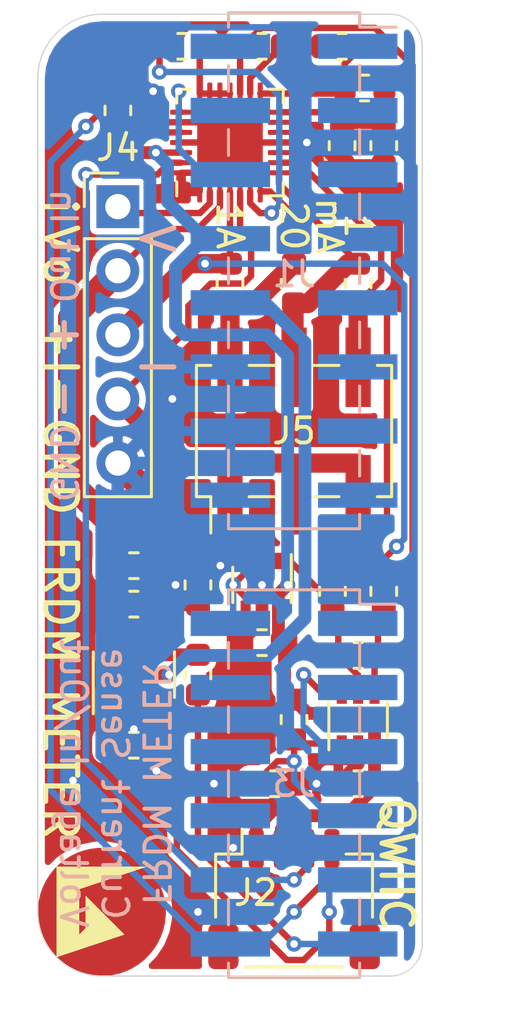
<source format=kicad_pcb>
(kicad_pcb (version 20171130) (host pcbnew 5.1.6-c6e7f7d~87~ubuntu16.04.1)

  (general
    (thickness 1.6)
    (drawings 27)
    (tracks 347)
    (zones 0)
    (modules 32)
    (nets 45)
  )

  (page A4)
  (layers
    (0 F.Cu signal)
    (31 B.Cu signal)
    (32 B.Adhes user)
    (33 F.Adhes user)
    (34 B.Paste user)
    (35 F.Paste user)
    (36 B.SilkS user)
    (37 F.SilkS user)
    (38 B.Mask user)
    (39 F.Mask user)
    (40 Dwgs.User user)
    (41 Cmts.User user)
    (42 Eco1.User user)
    (43 Eco2.User user)
    (44 Edge.Cuts user)
    (45 Margin user)
    (46 B.CrtYd user)
    (47 F.CrtYd user)
    (48 B.Fab user)
    (49 F.Fab user)
  )

  (setup
    (last_trace_width 0.508)
    (user_trace_width 0.254)
    (user_trace_width 0.381)
    (user_trace_width 0.508)
    (user_trace_width 0.762)
    (user_trace_width 1.016)
    (trace_clearance 0.127)
    (zone_clearance 0.254)
    (zone_45_only no)
    (trace_min 0.1016)
    (via_size 0.6096)
    (via_drill 0.3048)
    (via_min_size 0.508)
    (via_min_drill 0.254)
    (uvia_size 0.254)
    (uvia_drill 0.1016)
    (uvias_allowed no)
    (uvia_min_size 0.2032)
    (uvia_min_drill 0.1)
    (edge_width 0.05)
    (segment_width 0.2)
    (pcb_text_width 0.3)
    (pcb_text_size 1.5 1.5)
    (mod_edge_width 0.12)
    (mod_text_size 1 1)
    (mod_text_width 0.15)
    (pad_size 5.08 5.08)
    (pad_drill 0)
    (pad_to_mask_clearance 0.05)
    (aux_axis_origin 0 0)
    (grid_origin 103.632 104.648)
    (visible_elements FFFFFF7F)
    (pcbplotparams
      (layerselection 0x010fc_ffffffff)
      (usegerberextensions false)
      (usegerberattributes true)
      (usegerberadvancedattributes true)
      (creategerberjobfile true)
      (excludeedgelayer true)
      (linewidth 0.100000)
      (plotframeref false)
      (viasonmask false)
      (mode 1)
      (useauxorigin false)
      (hpglpennumber 1)
      (hpglpenspeed 20)
      (hpglpendiameter 15.000000)
      (psnegative false)
      (psa4output false)
      (plotreference true)
      (plotvalue true)
      (plotinvisibletext false)
      (padsonsilk false)
      (subtractmaskfromsilk false)
      (outputformat 1)
      (mirror false)
      (drillshape 1)
      (scaleselection 1)
      (outputdirectory ""))
  )

  (net 0 "")
  (net 1 "Net-(C1-Pad2)")
  (net 2 "Net-(C1-Pad1)")
  (net 3 "Net-(J1-Pad4)")
  (net 4 "Net-(J1-Pad3)")
  (net 5 "Net-(J1-Pad2)")
  (net 6 "Net-(GS1-Pad1)")
  (net 7 GND)
  (net 8 +3V3)
  (net 9 /SCL)
  (net 10 /SDA)
  (net 11 "Net-(J5-Pad6)")
  (net 12 "Net-(J5-Pad4)")
  (net 13 "Net-(J5-Pad2)")
  (net 14 /IOUT+)
  (net 15 /I+)
  (net 16 /I-)
  (net 17 "Net-(J3-Pad6)")
  (net 18 "Net-(R12-Pad2)")
  (net 19 VDC)
  (net 20 "Net-(J1-Pad16)")
  (net 21 "Net-(J1-Pad15)")
  (net 22 "Net-(J1-Pad13)")
  (net 23 "Net-(J1-Pad11)")
  (net 24 +5V)
  (net 25 "Net-(J1-Pad9)")
  (net 26 "Net-(J1-Pad7)")
  (net 27 "Net-(J1-Pad5)")
  (net 28 "Net-(J1-Pad1)")
  (net 29 "Net-(J3-Pad8)")
  (net 30 /IOUT-)
  (net 31 "Net-(J3-Pad4)")
  (net 32 "Net-(J3-Pad3)")
  (net 33 "Net-(J3-Pad1)")
  (net 34 "Net-(R10-Pad2)")
  (net 35 "Net-(R10-Pad1)")
  (net 36 "Net-(R14-Pad2)")
  (net 37 "Net-(R14-Pad1)")
  (net 38 /Vin)
  (net 39 "Net-(R20-Pad2)")
  (net 40 /DAC)
  (net 41 /VEN)
  (net 42 /ADC)
  (net 43 "Net-(R20-Pad1)")
  (net 44 /~RST~)

  (net_class Default "This is the default net class."
    (clearance 0.127)
    (trace_width 0.127)
    (via_dia 0.6096)
    (via_drill 0.3048)
    (uvia_dia 0.254)
    (uvia_drill 0.1016)
    (add_net +3V3)
    (add_net +5V)
    (add_net /ADC)
    (add_net /DAC)
    (add_net /I+)
    (add_net /I-)
    (add_net /IOUT+)
    (add_net /IOUT-)
    (add_net /SCL)
    (add_net /SDA)
    (add_net /VEN)
    (add_net /Vin)
    (add_net /~RST~)
    (add_net GND)
    (add_net "Net-(C1-Pad1)")
    (add_net "Net-(C1-Pad2)")
    (add_net "Net-(GS1-Pad1)")
    (add_net "Net-(J1-Pad1)")
    (add_net "Net-(J1-Pad11)")
    (add_net "Net-(J1-Pad13)")
    (add_net "Net-(J1-Pad15)")
    (add_net "Net-(J1-Pad16)")
    (add_net "Net-(J1-Pad2)")
    (add_net "Net-(J1-Pad3)")
    (add_net "Net-(J1-Pad4)")
    (add_net "Net-(J1-Pad5)")
    (add_net "Net-(J1-Pad7)")
    (add_net "Net-(J1-Pad9)")
    (add_net "Net-(J3-Pad1)")
    (add_net "Net-(J3-Pad3)")
    (add_net "Net-(J3-Pad4)")
    (add_net "Net-(J3-Pad6)")
    (add_net "Net-(J3-Pad8)")
    (add_net "Net-(J5-Pad2)")
    (add_net "Net-(J5-Pad4)")
    (add_net "Net-(J5-Pad6)")
    (add_net "Net-(R10-Pad1)")
    (add_net "Net-(R10-Pad2)")
    (add_net "Net-(R12-Pad2)")
    (add_net "Net-(R14-Pad1)")
    (add_net "Net-(R14-Pad2)")
    (add_net "Net-(R20-Pad1)")
    (add_net "Net-(R20-Pad2)")
    (add_net VDC)
  )

  (module Capacitor_SMD:C_0603_1608Metric_Pad1.05x0.95mm_HandSolder (layer F.Cu) (tedit 5B301BBE) (tstamp 5F9BC6CE)
    (at 102.87 123.444)
    (descr "Capacitor SMD 0603 (1608 Metric), square (rectangular) end terminal, IPC_7351 nominal with elongated pad for handsoldering. (Body size source: http://www.tortai-tech.com/upload/download/2011102023233369053.pdf), generated with kicad-footprint-generator")
    (tags "capacitor handsolder")
    (path /6016BC3D)
    (attr smd)
    (fp_text reference C6 (at 0 -1.43) (layer F.SilkS) hide
      (effects (font (size 1 1) (thickness 0.15)))
    )
    (fp_text value C_Small (at 0 1.43) (layer F.Fab)
      (effects (font (size 1 1) (thickness 0.15)))
    )
    (fp_text user %R (at 0 0) (layer F.Fab)
      (effects (font (size 0.4 0.4) (thickness 0.06)))
    )
    (fp_line (start -0.8 0.4) (end -0.8 -0.4) (layer F.Fab) (width 0.1))
    (fp_line (start -0.8 -0.4) (end 0.8 -0.4) (layer F.Fab) (width 0.1))
    (fp_line (start 0.8 -0.4) (end 0.8 0.4) (layer F.Fab) (width 0.1))
    (fp_line (start 0.8 0.4) (end -0.8 0.4) (layer F.Fab) (width 0.1))
    (fp_line (start -0.171267 -0.51) (end 0.171267 -0.51) (layer F.SilkS) (width 0.12))
    (fp_line (start -0.171267 0.51) (end 0.171267 0.51) (layer F.SilkS) (width 0.12))
    (fp_line (start -1.65 0.73) (end -1.65 -0.73) (layer F.CrtYd) (width 0.05))
    (fp_line (start -1.65 -0.73) (end 1.65 -0.73) (layer F.CrtYd) (width 0.05))
    (fp_line (start 1.65 -0.73) (end 1.65 0.73) (layer F.CrtYd) (width 0.05))
    (fp_line (start 1.65 0.73) (end -1.65 0.73) (layer F.CrtYd) (width 0.05))
    (pad 2 smd roundrect (at 0.875 0) (size 1.05 0.95) (layers F.Cu F.Paste F.Mask) (roundrect_rratio 0.25)
      (net 7 GND))
    (pad 1 smd roundrect (at -0.875 0) (size 1.05 0.95) (layers F.Cu F.Paste F.Mask) (roundrect_rratio 0.25)
      (net 19 VDC))
    (model ${KISYS3DMOD}/Capacitor_SMD.3dshapes/C_0603_1608Metric.wrl
      (at (xyz 0 0 0))
      (scale (xyz 1 1 1))
      (rotate (xyz 0 0 0))
    )
  )

  (module Capacitor_SMD:C_0603_1608Metric_Pad1.05x0.95mm_HandSolder (layer F.Cu) (tedit 5B301BBE) (tstamp 5F9E4199)
    (at 102.235 105.41 90)
    (descr "Capacitor SMD 0603 (1608 Metric), square (rectangular) end terminal, IPC_7351 nominal with elongated pad for handsoldering. (Body size source: http://www.tortai-tech.com/upload/download/2011102023233369053.pdf), generated with kicad-footprint-generator")
    (tags "capacitor handsolder")
    (path /60175D66)
    (attr smd)
    (fp_text reference C5 (at 0 -1.43 90) (layer F.SilkS) hide
      (effects (font (size 1 1) (thickness 0.15)))
    )
    (fp_text value C_Small (at 0 1.43 90) (layer F.Fab)
      (effects (font (size 1 1) (thickness 0.15)))
    )
    (fp_line (start 1.65 0.73) (end -1.65 0.73) (layer F.CrtYd) (width 0.05))
    (fp_line (start 1.65 -0.73) (end 1.65 0.73) (layer F.CrtYd) (width 0.05))
    (fp_line (start -1.65 -0.73) (end 1.65 -0.73) (layer F.CrtYd) (width 0.05))
    (fp_line (start -1.65 0.73) (end -1.65 -0.73) (layer F.CrtYd) (width 0.05))
    (fp_line (start -0.171267 0.51) (end 0.171267 0.51) (layer F.SilkS) (width 0.12))
    (fp_line (start -0.171267 -0.51) (end 0.171267 -0.51) (layer F.SilkS) (width 0.12))
    (fp_line (start 0.8 0.4) (end -0.8 0.4) (layer F.Fab) (width 0.1))
    (fp_line (start 0.8 -0.4) (end 0.8 0.4) (layer F.Fab) (width 0.1))
    (fp_line (start -0.8 -0.4) (end 0.8 -0.4) (layer F.Fab) (width 0.1))
    (fp_line (start -0.8 0.4) (end -0.8 -0.4) (layer F.Fab) (width 0.1))
    (fp_text user %R (at 0 0 90) (layer F.Fab)
      (effects (font (size 0.4 0.4) (thickness 0.06)))
    )
    (pad 1 smd roundrect (at -0.875 0 90) (size 1.05 0.95) (layers F.Cu F.Paste F.Mask) (roundrect_rratio 0.25)
      (net 8 +3V3))
    (pad 2 smd roundrect (at 0.875 0 90) (size 1.05 0.95) (layers F.Cu F.Paste F.Mask) (roundrect_rratio 0.25)
      (net 7 GND))
    (model ${KISYS3DMOD}/Capacitor_SMD.3dshapes/C_0603_1608Metric.wrl
      (at (xyz 0 0 0))
      (scale (xyz 1 1 1))
      (rotate (xyz 0 0 0))
    )
  )

  (module Capacitor_SMD:C_0603_1608Metric_Pad1.05x0.95mm_HandSolder (layer F.Cu) (tedit 5B301BBE) (tstamp 5F9BB906)
    (at 102.87 130.556)
    (descr "Capacitor SMD 0603 (1608 Metric), square (rectangular) end terminal, IPC_7351 nominal with elongated pad for handsoldering. (Body size source: http://www.tortai-tech.com/upload/download/2011102023233369053.pdf), generated with kicad-footprint-generator")
    (tags "capacitor handsolder")
    (path /6014B948)
    (attr smd)
    (fp_text reference C4 (at 0 -1.43) (layer F.SilkS) hide
      (effects (font (size 1 1) (thickness 0.15)))
    )
    (fp_text value C_Small (at 0 1.43) (layer F.Fab)
      (effects (font (size 1 1) (thickness 0.15)))
    )
    (fp_text user %R (at 0 0) (layer F.Fab)
      (effects (font (size 0.4 0.4) (thickness 0.06)))
    )
    (fp_line (start -0.8 0.4) (end -0.8 -0.4) (layer F.Fab) (width 0.1))
    (fp_line (start -0.8 -0.4) (end 0.8 -0.4) (layer F.Fab) (width 0.1))
    (fp_line (start 0.8 -0.4) (end 0.8 0.4) (layer F.Fab) (width 0.1))
    (fp_line (start 0.8 0.4) (end -0.8 0.4) (layer F.Fab) (width 0.1))
    (fp_line (start -0.171267 -0.51) (end 0.171267 -0.51) (layer F.SilkS) (width 0.12))
    (fp_line (start -0.171267 0.51) (end 0.171267 0.51) (layer F.SilkS) (width 0.12))
    (fp_line (start -1.65 0.73) (end -1.65 -0.73) (layer F.CrtYd) (width 0.05))
    (fp_line (start -1.65 -0.73) (end 1.65 -0.73) (layer F.CrtYd) (width 0.05))
    (fp_line (start 1.65 -0.73) (end 1.65 0.73) (layer F.CrtYd) (width 0.05))
    (fp_line (start 1.65 0.73) (end -1.65 0.73) (layer F.CrtYd) (width 0.05))
    (pad 2 smd roundrect (at 0.875 0) (size 1.05 0.95) (layers F.Cu F.Paste F.Mask) (roundrect_rratio 0.25)
      (net 7 GND))
    (pad 1 smd roundrect (at -0.875 0) (size 1.05 0.95) (layers F.Cu F.Paste F.Mask) (roundrect_rratio 0.25)
      (net 24 +5V))
    (model ${KISYS3DMOD}/Capacitor_SMD.3dshapes/C_0603_1608Metric.wrl
      (at (xyz 0 0 0))
      (scale (xyz 1 1 1))
      (rotate (xyz 0 0 0))
    )
  )

  (module Resistor_SMD:R_0603_1608Metric (layer F.Cu) (tedit 5B301BBD) (tstamp 5F947B97)
    (at 112.776 106.807 270)
    (descr "Resistor SMD 0603 (1608 Metric), square (rectangular) end terminal, IPC_7351 nominal, (Body size source: http://www.tortai-tech.com/upload/download/2011102023233369053.pdf), generated with kicad-footprint-generator")
    (tags resistor)
    (path /6008EFAA)
    (attr smd)
    (fp_text reference R21 (at 0 -1.43 90) (layer F.SilkS) hide
      (effects (font (size 1 1) (thickness 0.15)))
    )
    (fp_text value 20 (at 0 1.43 90) (layer F.Fab)
      (effects (font (size 1 1) (thickness 0.15)))
    )
    (fp_text user %R (at 0 0 90) (layer F.Fab)
      (effects (font (size 0.4 0.4) (thickness 0.06)))
    )
    (fp_line (start -0.8 0.4) (end -0.8 -0.4) (layer F.Fab) (width 0.1))
    (fp_line (start -0.8 -0.4) (end 0.8 -0.4) (layer F.Fab) (width 0.1))
    (fp_line (start 0.8 -0.4) (end 0.8 0.4) (layer F.Fab) (width 0.1))
    (fp_line (start 0.8 0.4) (end -0.8 0.4) (layer F.Fab) (width 0.1))
    (fp_line (start -0.162779 -0.51) (end 0.162779 -0.51) (layer F.SilkS) (width 0.12))
    (fp_line (start -0.162779 0.51) (end 0.162779 0.51) (layer F.SilkS) (width 0.12))
    (fp_line (start -1.48 0.73) (end -1.48 -0.73) (layer F.CrtYd) (width 0.05))
    (fp_line (start -1.48 -0.73) (end 1.48 -0.73) (layer F.CrtYd) (width 0.05))
    (fp_line (start 1.48 -0.73) (end 1.48 0.73) (layer F.CrtYd) (width 0.05))
    (fp_line (start 1.48 0.73) (end -1.48 0.73) (layer F.CrtYd) (width 0.05))
    (pad 2 smd roundrect (at 0.7875 0 270) (size 0.875 0.95) (layers F.Cu F.Paste F.Mask) (roundrect_rratio 0.25)
      (net 7 GND))
    (pad 1 smd roundrect (at -0.7875 0 270) (size 0.875 0.95) (layers F.Cu F.Paste F.Mask) (roundrect_rratio 0.25)
      (net 34 "Net-(R10-Pad2)"))
    (model ${KISYS3DMOD}/Resistor_SMD.3dshapes/R_0603_1608Metric.wrl
      (at (xyz 0 0 0))
      (scale (xyz 1 1 1))
      (rotate (xyz 0 0 0))
    )
  )

  (module Capacitor_SMD:C_0603_1608Metric_Pad1.05x0.95mm_HandSolder (layer F.Cu) (tedit 5B301BBE) (tstamp 5F814EFB)
    (at 107.95 126.492 180)
    (descr "Capacitor SMD 0603 (1608 Metric), square (rectangular) end terminal, IPC_7351 nominal with elongated pad for handsoldering. (Body size source: http://www.tortai-tech.com/upload/download/2011102023233369053.pdf), generated with kicad-footprint-generator")
    (tags "capacitor handsolder")
    (path /5F94C1FC)
    (attr smd)
    (fp_text reference C3 (at 0 -1.43) (layer F.SilkS) hide
      (effects (font (size 1 1) (thickness 0.15)))
    )
    (fp_text value C_Small (at 0 1.43) (layer F.Fab)
      (effects (font (size 1 1) (thickness 0.15)))
    )
    (fp_text user %R (at 0 0) (layer F.Fab)
      (effects (font (size 0.4 0.4) (thickness 0.06)))
    )
    (fp_line (start -0.8 0.4) (end -0.8 -0.4) (layer F.Fab) (width 0.1))
    (fp_line (start -0.8 -0.4) (end 0.8 -0.4) (layer F.Fab) (width 0.1))
    (fp_line (start 0.8 -0.4) (end 0.8 0.4) (layer F.Fab) (width 0.1))
    (fp_line (start 0.8 0.4) (end -0.8 0.4) (layer F.Fab) (width 0.1))
    (fp_line (start -0.171267 -0.51) (end 0.171267 -0.51) (layer F.SilkS) (width 0.12))
    (fp_line (start -0.171267 0.51) (end 0.171267 0.51) (layer F.SilkS) (width 0.12))
    (fp_line (start -1.65 0.73) (end -1.65 -0.73) (layer F.CrtYd) (width 0.05))
    (fp_line (start -1.65 -0.73) (end 1.65 -0.73) (layer F.CrtYd) (width 0.05))
    (fp_line (start 1.65 -0.73) (end 1.65 0.73) (layer F.CrtYd) (width 0.05))
    (fp_line (start 1.65 0.73) (end -1.65 0.73) (layer F.CrtYd) (width 0.05))
    (pad 2 smd roundrect (at 0.875 0 180) (size 1.05 0.95) (layers F.Cu F.Paste F.Mask) (roundrect_rratio 0.25)
      (net 7 GND))
    (pad 1 smd roundrect (at -0.875 0 180) (size 1.05 0.95) (layers F.Cu F.Paste F.Mask) (roundrect_rratio 0.25)
      (net 8 +3V3))
    (model ${KISYS3DMOD}/Capacitor_SMD.3dshapes/C_0603_1608Metric.wrl
      (at (xyz 0 0 0))
      (scale (xyz 1 1 1))
      (rotate (xyz 0 0 0))
    )
  )

  (module Capacitor_SMD:C_0603_1608Metric (layer F.Cu) (tedit 5B301BBE) (tstamp 5F9BC273)
    (at 111.76 132.08 180)
    (descr "Capacitor SMD 0603 (1608 Metric), square (rectangular) end terminal, IPC_7351 nominal, (Body size source: http://www.tortai-tech.com/upload/download/2011102023233369053.pdf), generated with kicad-footprint-generator")
    (tags capacitor)
    (path /5F770D64)
    (attr smd)
    (fp_text reference C2 (at 0 -1.43) (layer F.SilkS) hide
      (effects (font (size 1 1) (thickness 0.15)))
    )
    (fp_text value C_Small (at 0 1.43) (layer F.Fab)
      (effects (font (size 1 1) (thickness 0.15)))
    )
    (fp_text user %R (at 0 0) (layer F.Fab)
      (effects (font (size 0.4 0.4) (thickness 0.06)))
    )
    (fp_line (start -0.8 0.4) (end -0.8 -0.4) (layer F.Fab) (width 0.1))
    (fp_line (start -0.8 -0.4) (end 0.8 -0.4) (layer F.Fab) (width 0.1))
    (fp_line (start 0.8 -0.4) (end 0.8 0.4) (layer F.Fab) (width 0.1))
    (fp_line (start 0.8 0.4) (end -0.8 0.4) (layer F.Fab) (width 0.1))
    (fp_line (start -0.162779 -0.51) (end 0.162779 -0.51) (layer F.SilkS) (width 0.12))
    (fp_line (start -0.162779 0.51) (end 0.162779 0.51) (layer F.SilkS) (width 0.12))
    (fp_line (start -1.48 0.73) (end -1.48 -0.73) (layer F.CrtYd) (width 0.05))
    (fp_line (start -1.48 -0.73) (end 1.48 -0.73) (layer F.CrtYd) (width 0.05))
    (fp_line (start 1.48 -0.73) (end 1.48 0.73) (layer F.CrtYd) (width 0.05))
    (fp_line (start 1.48 0.73) (end -1.48 0.73) (layer F.CrtYd) (width 0.05))
    (pad 2 smd roundrect (at 0.7875 0 180) (size 0.875 0.95) (layers F.Cu F.Paste F.Mask) (roundrect_rratio 0.25)
      (net 7 GND))
    (pad 1 smd roundrect (at -0.7875 0 180) (size 0.875 0.95) (layers F.Cu F.Paste F.Mask) (roundrect_rratio 0.25)
      (net 8 +3V3))
    (model ${KISYS3DMOD}/Capacitor_SMD.3dshapes/C_0603_1608Metric.wrl
      (at (xyz 0 0 0))
      (scale (xyz 1 1 1))
      (rotate (xyz 0 0 0))
    )
  )

  (module Capacitor_SMD:C_0603_1608Metric (layer F.Cu) (tedit 5B301BBE) (tstamp 5F9BC243)
    (at 111.76 127 180)
    (descr "Capacitor SMD 0603 (1608 Metric), square (rectangular) end terminal, IPC_7351 nominal, (Body size source: http://www.tortai-tech.com/upload/download/2011102023233369053.pdf), generated with kicad-footprint-generator")
    (tags capacitor)
    (path /5F75D300)
    (attr smd)
    (fp_text reference C1 (at 0 -1.43) (layer F.SilkS) hide
      (effects (font (size 1 1) (thickness 0.15)))
    )
    (fp_text value C_Small (at 0 1.43) (layer F.Fab)
      (effects (font (size 1 1) (thickness 0.15)))
    )
    (fp_text user %R (at 0 0) (layer F.Fab)
      (effects (font (size 0.4 0.4) (thickness 0.06)))
    )
    (fp_line (start -0.8 0.4) (end -0.8 -0.4) (layer F.Fab) (width 0.1))
    (fp_line (start -0.8 -0.4) (end 0.8 -0.4) (layer F.Fab) (width 0.1))
    (fp_line (start 0.8 -0.4) (end 0.8 0.4) (layer F.Fab) (width 0.1))
    (fp_line (start 0.8 0.4) (end -0.8 0.4) (layer F.Fab) (width 0.1))
    (fp_line (start -0.162779 -0.51) (end 0.162779 -0.51) (layer F.SilkS) (width 0.12))
    (fp_line (start -0.162779 0.51) (end 0.162779 0.51) (layer F.SilkS) (width 0.12))
    (fp_line (start -1.48 0.73) (end -1.48 -0.73) (layer F.CrtYd) (width 0.05))
    (fp_line (start -1.48 -0.73) (end 1.48 -0.73) (layer F.CrtYd) (width 0.05))
    (fp_line (start 1.48 -0.73) (end 1.48 0.73) (layer F.CrtYd) (width 0.05))
    (fp_line (start 1.48 0.73) (end -1.48 0.73) (layer F.CrtYd) (width 0.05))
    (pad 2 smd roundrect (at 0.7875 0 180) (size 0.875 0.95) (layers F.Cu F.Paste F.Mask) (roundrect_rratio 0.25)
      (net 1 "Net-(C1-Pad2)"))
    (pad 1 smd roundrect (at -0.7875 0 180) (size 0.875 0.95) (layers F.Cu F.Paste F.Mask) (roundrect_rratio 0.25)
      (net 2 "Net-(C1-Pad1)"))
    (model ${KISYS3DMOD}/Capacitor_SMD.3dshapes/C_0603_1608Metric.wrl
      (at (xyz 0 0 0))
      (scale (xyz 1 1 1))
      (rotate (xyz 0 0 0))
    )
  )

  (module Resistor_SMD:R_0603_1608Metric (layer F.Cu) (tedit 5B301BBD) (tstamp 5F946A57)
    (at 104.775 102.87)
    (descr "Resistor SMD 0603 (1608 Metric), square (rectangular) end terminal, IPC_7351 nominal, (Body size source: http://www.tortai-tech.com/upload/download/2011102023233369053.pdf), generated with kicad-footprint-generator")
    (tags resistor)
    (path /5FF730DB)
    (attr smd)
    (fp_text reference R20 (at 0 -1.43) (layer F.SilkS) hide
      (effects (font (size 1 1) (thickness 0.15)))
    )
    (fp_text value R_US (at 0 1.43) (layer F.Fab)
      (effects (font (size 1 1) (thickness 0.15)))
    )
    (fp_line (start 1.48 0.73) (end -1.48 0.73) (layer F.CrtYd) (width 0.05))
    (fp_line (start 1.48 -0.73) (end 1.48 0.73) (layer F.CrtYd) (width 0.05))
    (fp_line (start -1.48 -0.73) (end 1.48 -0.73) (layer F.CrtYd) (width 0.05))
    (fp_line (start -1.48 0.73) (end -1.48 -0.73) (layer F.CrtYd) (width 0.05))
    (fp_line (start -0.162779 0.51) (end 0.162779 0.51) (layer F.SilkS) (width 0.12))
    (fp_line (start -0.162779 -0.51) (end 0.162779 -0.51) (layer F.SilkS) (width 0.12))
    (fp_line (start 0.8 0.4) (end -0.8 0.4) (layer F.Fab) (width 0.1))
    (fp_line (start 0.8 -0.4) (end 0.8 0.4) (layer F.Fab) (width 0.1))
    (fp_line (start -0.8 -0.4) (end 0.8 -0.4) (layer F.Fab) (width 0.1))
    (fp_line (start -0.8 0.4) (end -0.8 -0.4) (layer F.Fab) (width 0.1))
    (fp_text user %R (at 0 0) (layer F.Fab)
      (effects (font (size 0.4 0.4) (thickness 0.06)))
    )
    (pad 1 smd roundrect (at -0.7875 0) (size 0.875 0.95) (layers F.Cu F.Paste F.Mask) (roundrect_rratio 0.25)
      (net 43 "Net-(R20-Pad1)"))
    (pad 2 smd roundrect (at 0.7875 0) (size 0.875 0.95) (layers F.Cu F.Paste F.Mask) (roundrect_rratio 0.25)
      (net 39 "Net-(R20-Pad2)"))
    (model ${KISYS3DMOD}/Resistor_SMD.3dshapes/R_0603_1608Metric.wrl
      (at (xyz 0 0 0))
      (scale (xyz 1 1 1))
      (rotate (xyz 0 0 0))
    )
  )

  (module Connector_PinHeader_2.54mm:PinHeader_1x05_P2.54mm_Vertical (layer F.Cu) (tedit 59FED5CC) (tstamp 5F9E4545)
    (at 102.235 109.22)
    (descr "Through hole straight pin header, 1x05, 2.54mm pitch, single row")
    (tags "Through hole pin header THT 1x05 2.54mm single row")
    (path /5FD969C2)
    (fp_text reference J4 (at 0 -2.33) (layer F.SilkS)
      (effects (font (size 1 1) (thickness 0.15)))
    )
    (fp_text value Conn_01x05 (at 0 12.49) (layer F.Fab)
      (effects (font (size 1 1) (thickness 0.15)))
    )
    (fp_text user %R (at 0 5.08 90) (layer F.Fab)
      (effects (font (size 1 1) (thickness 0.15)))
    )
    (fp_line (start -0.635 -1.27) (end 1.27 -1.27) (layer F.Fab) (width 0.1))
    (fp_line (start 1.27 -1.27) (end 1.27 11.43) (layer F.Fab) (width 0.1))
    (fp_line (start 1.27 11.43) (end -1.27 11.43) (layer F.Fab) (width 0.1))
    (fp_line (start -1.27 11.43) (end -1.27 -0.635) (layer F.Fab) (width 0.1))
    (fp_line (start -1.27 -0.635) (end -0.635 -1.27) (layer F.Fab) (width 0.1))
    (fp_line (start -1.33 11.49) (end 1.33 11.49) (layer F.SilkS) (width 0.12))
    (fp_line (start -1.33 1.27) (end -1.33 11.49) (layer F.SilkS) (width 0.12))
    (fp_line (start 1.33 1.27) (end 1.33 11.49) (layer F.SilkS) (width 0.12))
    (fp_line (start -1.33 1.27) (end 1.33 1.27) (layer F.SilkS) (width 0.12))
    (fp_line (start -1.33 0) (end -1.33 -1.33) (layer F.SilkS) (width 0.12))
    (fp_line (start -1.33 -1.33) (end 0 -1.33) (layer F.SilkS) (width 0.12))
    (fp_line (start -1.8 -1.8) (end -1.8 11.95) (layer F.CrtYd) (width 0.05))
    (fp_line (start -1.8 11.95) (end 1.8 11.95) (layer F.CrtYd) (width 0.05))
    (fp_line (start 1.8 11.95) (end 1.8 -1.8) (layer F.CrtYd) (width 0.05))
    (fp_line (start 1.8 -1.8) (end -1.8 -1.8) (layer F.CrtYd) (width 0.05))
    (pad 5 thru_hole oval (at 0 10.16) (size 1.7 1.7) (drill 1) (layers *.Cu *.Mask)
      (net 7 GND))
    (pad 4 thru_hole oval (at 0 7.62) (size 1.7 1.7) (drill 1) (layers *.Cu *.Mask)
      (net 16 /I-))
    (pad 3 thru_hole oval (at 0 5.08) (size 1.7 1.7) (drill 1) (layers *.Cu *.Mask)
      (net 15 /I+))
    (pad 2 thru_hole oval (at 0 2.54) (size 1.7 1.7) (drill 1) (layers *.Cu *.Mask)
      (net 19 VDC))
    (pad 1 thru_hole rect (at 0 0) (size 1.7 1.7) (drill 1) (layers *.Cu *.Mask)
      (net 38 /Vin))
    (model ${KISYS3DMOD}/Connector_PinHeader_2.54mm.3dshapes/PinHeader_1x05_P2.54mm_Vertical.wrl
      (at (xyz 0 0 0))
      (scale (xyz 1 1 1))
      (rotate (xyz 0 0 0))
    )
  )

  (module Resistor_SMD:R_0603_1608Metric (layer F.Cu) (tedit 5B301BBD) (tstamp 5F94531B)
    (at 111.125 106.807 270)
    (descr "Resistor SMD 0603 (1608 Metric), square (rectangular) end terminal, IPC_7351 nominal, (Body size source: http://www.tortai-tech.com/upload/download/2011102023233369053.pdf), generated with kicad-footprint-generator")
    (tags resistor)
    (path /5FE42266)
    (attr smd)
    (fp_text reference R17 (at 0 -1.43 90) (layer F.SilkS) hide
      (effects (font (size 1 1) (thickness 0.15)))
    )
    (fp_text value 20 (at 0 1.43 90) (layer F.Fab)
      (effects (font (size 1 1) (thickness 0.15)))
    )
    (fp_text user %R (at 0 0 90) (layer F.Fab)
      (effects (font (size 0.4 0.4) (thickness 0.06)))
    )
    (fp_line (start -0.8 0.4) (end -0.8 -0.4) (layer F.Fab) (width 0.1))
    (fp_line (start -0.8 -0.4) (end 0.8 -0.4) (layer F.Fab) (width 0.1))
    (fp_line (start 0.8 -0.4) (end 0.8 0.4) (layer F.Fab) (width 0.1))
    (fp_line (start 0.8 0.4) (end -0.8 0.4) (layer F.Fab) (width 0.1))
    (fp_line (start -0.162779 -0.51) (end 0.162779 -0.51) (layer F.SilkS) (width 0.12))
    (fp_line (start -0.162779 0.51) (end 0.162779 0.51) (layer F.SilkS) (width 0.12))
    (fp_line (start -1.48 0.73) (end -1.48 -0.73) (layer F.CrtYd) (width 0.05))
    (fp_line (start -1.48 -0.73) (end 1.48 -0.73) (layer F.CrtYd) (width 0.05))
    (fp_line (start 1.48 -0.73) (end 1.48 0.73) (layer F.CrtYd) (width 0.05))
    (fp_line (start 1.48 0.73) (end -1.48 0.73) (layer F.CrtYd) (width 0.05))
    (pad 2 smd roundrect (at 0.7875 0 270) (size 0.875 0.95) (layers F.Cu F.Paste F.Mask) (roundrect_rratio 0.25)
      (net 7 GND))
    (pad 1 smd roundrect (at -0.7875 0 270) (size 0.875 0.95) (layers F.Cu F.Paste F.Mask) (roundrect_rratio 0.25)
      (net 34 "Net-(R10-Pad2)"))
    (model ${KISYS3DMOD}/Resistor_SMD.3dshapes/R_0603_1608Metric.wrl
      (at (xyz 0 0 0))
      (scale (xyz 1 1 1))
      (rotate (xyz 0 0 0))
    )
  )

  (module Resistor_SMD:R_0603_1608Metric (layer F.Cu) (tedit 5B301BBD) (tstamp 5F94524A)
    (at 112.014 104.521)
    (descr "Resistor SMD 0603 (1608 Metric), square (rectangular) end terminal, IPC_7351 nominal, (Body size source: http://www.tortai-tech.com/upload/download/2011102023233369053.pdf), generated with kicad-footprint-generator")
    (tags resistor)
    (path /5FE3B261)
    (attr smd)
    (fp_text reference R10 (at 0 -1.43) (layer F.SilkS) hide
      (effects (font (size 1 1) (thickness 0.15)))
    )
    (fp_text value 50 (at 0 1.43) (layer F.Fab)
      (effects (font (size 1 1) (thickness 0.15)))
    )
    (fp_text user %R (at 0 0) (layer F.Fab)
      (effects (font (size 0.4 0.4) (thickness 0.06)))
    )
    (fp_line (start -0.8 0.4) (end -0.8 -0.4) (layer F.Fab) (width 0.1))
    (fp_line (start -0.8 -0.4) (end 0.8 -0.4) (layer F.Fab) (width 0.1))
    (fp_line (start 0.8 -0.4) (end 0.8 0.4) (layer F.Fab) (width 0.1))
    (fp_line (start 0.8 0.4) (end -0.8 0.4) (layer F.Fab) (width 0.1))
    (fp_line (start -0.162779 -0.51) (end 0.162779 -0.51) (layer F.SilkS) (width 0.12))
    (fp_line (start -0.162779 0.51) (end 0.162779 0.51) (layer F.SilkS) (width 0.12))
    (fp_line (start -1.48 0.73) (end -1.48 -0.73) (layer F.CrtYd) (width 0.05))
    (fp_line (start -1.48 -0.73) (end 1.48 -0.73) (layer F.CrtYd) (width 0.05))
    (fp_line (start 1.48 -0.73) (end 1.48 0.73) (layer F.CrtYd) (width 0.05))
    (fp_line (start 1.48 0.73) (end -1.48 0.73) (layer F.CrtYd) (width 0.05))
    (pad 2 smd roundrect (at 0.7875 0) (size 0.875 0.95) (layers F.Cu F.Paste F.Mask) (roundrect_rratio 0.25)
      (net 34 "Net-(R10-Pad2)"))
    (pad 1 smd roundrect (at -0.7875 0) (size 0.875 0.95) (layers F.Cu F.Paste F.Mask) (roundrect_rratio 0.25)
      (net 35 "Net-(R10-Pad1)"))
    (model ${KISYS3DMOD}/Resistor_SMD.3dshapes/R_0603_1608Metric.wrl
      (at (xyz 0 0 0))
      (scale (xyz 1 1 1))
      (rotate (xyz 0 0 0))
    )
  )

  (module Resistor_SMD:R_0603_1608Metric (layer F.Cu) (tedit 5B301BBD) (tstamp 5F945239)
    (at 111.125 102.87)
    (descr "Resistor SMD 0603 (1608 Metric), square (rectangular) end terminal, IPC_7351 nominal, (Body size source: http://www.tortai-tech.com/upload/download/2011102023233369053.pdf), generated with kicad-footprint-generator")
    (tags resistor)
    (path /5FE3652F)
    (attr smd)
    (fp_text reference R9 (at 0 -1.43) (layer F.SilkS) hide
      (effects (font (size 1 1) (thickness 0.15)))
    )
    (fp_text value 1k (at 0 1.43) (layer F.Fab)
      (effects (font (size 1 1) (thickness 0.15)))
    )
    (fp_text user %R (at 0 0) (layer F.Fab)
      (effects (font (size 0.4 0.4) (thickness 0.06)))
    )
    (fp_line (start -0.8 0.4) (end -0.8 -0.4) (layer F.Fab) (width 0.1))
    (fp_line (start -0.8 -0.4) (end 0.8 -0.4) (layer F.Fab) (width 0.1))
    (fp_line (start 0.8 -0.4) (end 0.8 0.4) (layer F.Fab) (width 0.1))
    (fp_line (start 0.8 0.4) (end -0.8 0.4) (layer F.Fab) (width 0.1))
    (fp_line (start -0.162779 -0.51) (end 0.162779 -0.51) (layer F.SilkS) (width 0.12))
    (fp_line (start -0.162779 0.51) (end 0.162779 0.51) (layer F.SilkS) (width 0.12))
    (fp_line (start -1.48 0.73) (end -1.48 -0.73) (layer F.CrtYd) (width 0.05))
    (fp_line (start -1.48 -0.73) (end 1.48 -0.73) (layer F.CrtYd) (width 0.05))
    (fp_line (start 1.48 -0.73) (end 1.48 0.73) (layer F.CrtYd) (width 0.05))
    (fp_line (start 1.48 0.73) (end -1.48 0.73) (layer F.CrtYd) (width 0.05))
    (pad 2 smd roundrect (at 0.7875 0) (size 0.875 0.95) (layers F.Cu F.Paste F.Mask) (roundrect_rratio 0.25)
      (net 35 "Net-(R10-Pad1)"))
    (pad 1 smd roundrect (at -0.7875 0) (size 0.875 0.95) (layers F.Cu F.Paste F.Mask) (roundrect_rratio 0.25)
      (net 36 "Net-(R14-Pad2)"))
    (model ${KISYS3DMOD}/Resistor_SMD.3dshapes/R_0603_1608Metric.wrl
      (at (xyz 0 0 0))
      (scale (xyz 1 1 1))
      (rotate (xyz 0 0 0))
    )
  )

  (module Connector_PinHeader_2.54mm:PinHeader_2x03_P2.54mm_Vertical_SMD (layer F.Cu) (tedit 59FED5CC) (tstamp 5F949807)
    (at 109.22 118.11 90)
    (descr "surface-mounted straight pin header, 2x03, 2.54mm pitch, double rows")
    (tags "Surface mounted pin header SMD 2x03 2.54mm double row")
    (path /5F8DCE92)
    (attr smd)
    (fp_text reference J5 (at 0 0) (layer F.SilkS)
      (effects (font (size 1 1) (thickness 0.15)))
    )
    (fp_text value Conn_02x03_Odd_Even (at 0 4.87 90) (layer F.Fab)
      (effects (font (size 1 1) (thickness 0.15)))
    )
    (fp_text user %R (at 0 0) (layer F.Fab)
      (effects (font (size 1 1) (thickness 0.15)))
    )
    (fp_line (start 2.54 3.81) (end -2.54 3.81) (layer F.Fab) (width 0.1))
    (fp_line (start -1.59 -3.81) (end 2.54 -3.81) (layer F.Fab) (width 0.1))
    (fp_line (start -2.54 3.81) (end -2.54 -2.86) (layer F.Fab) (width 0.1))
    (fp_line (start -2.54 -2.86) (end -1.59 -3.81) (layer F.Fab) (width 0.1))
    (fp_line (start 2.54 -3.81) (end 2.54 3.81) (layer F.Fab) (width 0.1))
    (fp_line (start -2.54 -2.86) (end -3.6 -2.86) (layer F.Fab) (width 0.1))
    (fp_line (start -3.6 -2.86) (end -3.6 -2.22) (layer F.Fab) (width 0.1))
    (fp_line (start -3.6 -2.22) (end -2.54 -2.22) (layer F.Fab) (width 0.1))
    (fp_line (start 2.54 -2.86) (end 3.6 -2.86) (layer F.Fab) (width 0.1))
    (fp_line (start 3.6 -2.86) (end 3.6 -2.22) (layer F.Fab) (width 0.1))
    (fp_line (start 3.6 -2.22) (end 2.54 -2.22) (layer F.Fab) (width 0.1))
    (fp_line (start -2.54 -0.32) (end -3.6 -0.32) (layer F.Fab) (width 0.1))
    (fp_line (start -3.6 -0.32) (end -3.6 0.32) (layer F.Fab) (width 0.1))
    (fp_line (start -3.6 0.32) (end -2.54 0.32) (layer F.Fab) (width 0.1))
    (fp_line (start 2.54 -0.32) (end 3.6 -0.32) (layer F.Fab) (width 0.1))
    (fp_line (start 3.6 -0.32) (end 3.6 0.32) (layer F.Fab) (width 0.1))
    (fp_line (start 3.6 0.32) (end 2.54 0.32) (layer F.Fab) (width 0.1))
    (fp_line (start -2.54 2.22) (end -3.6 2.22) (layer F.Fab) (width 0.1))
    (fp_line (start -3.6 2.22) (end -3.6 2.86) (layer F.Fab) (width 0.1))
    (fp_line (start -3.6 2.86) (end -2.54 2.86) (layer F.Fab) (width 0.1))
    (fp_line (start 2.54 2.22) (end 3.6 2.22) (layer F.Fab) (width 0.1))
    (fp_line (start 3.6 2.22) (end 3.6 2.86) (layer F.Fab) (width 0.1))
    (fp_line (start 3.6 2.86) (end 2.54 2.86) (layer F.Fab) (width 0.1))
    (fp_line (start -2.6 -3.87) (end 2.6 -3.87) (layer F.SilkS) (width 0.12))
    (fp_line (start -2.6 3.87) (end 2.6 3.87) (layer F.SilkS) (width 0.12))
    (fp_line (start -4.04 -3.3) (end -2.6 -3.3) (layer F.SilkS) (width 0.12))
    (fp_line (start -2.6 -3.87) (end -2.6 -3.3) (layer F.SilkS) (width 0.12))
    (fp_line (start 2.6 -3.87) (end 2.6 -3.3) (layer F.SilkS) (width 0.12))
    (fp_line (start -2.6 3.3) (end -2.6 3.87) (layer F.SilkS) (width 0.12))
    (fp_line (start 2.6 3.3) (end 2.6 3.87) (layer F.SilkS) (width 0.12))
    (fp_line (start -2.6 -1.78) (end -2.6 -0.76) (layer F.SilkS) (width 0.12))
    (fp_line (start 2.6 -1.78) (end 2.6 -0.76) (layer F.SilkS) (width 0.12))
    (fp_line (start -2.6 0.76) (end -2.6 1.78) (layer F.SilkS) (width 0.12))
    (fp_line (start 2.6 0.76) (end 2.6 1.78) (layer F.SilkS) (width 0.12))
    (fp_line (start -5.9 -4.35) (end -5.9 4.35) (layer F.CrtYd) (width 0.05))
    (fp_line (start -5.9 4.35) (end 5.9 4.35) (layer F.CrtYd) (width 0.05))
    (fp_line (start 5.9 4.35) (end 5.9 -4.35) (layer F.CrtYd) (width 0.05))
    (fp_line (start 5.9 -4.35) (end -5.9 -4.35) (layer F.CrtYd) (width 0.05))
    (pad 6 smd rect (at 2.525 2.54 90) (size 3.15 1) (layers F.Cu F.Paste F.Mask)
      (net 11 "Net-(J5-Pad6)"))
    (pad 5 smd rect (at -2.525 2.54 90) (size 3.15 1) (layers F.Cu F.Paste F.Mask)
      (net 16 /I-))
    (pad 4 smd rect (at 2.525 0 90) (size 3.15 1) (layers F.Cu F.Paste F.Mask)
      (net 12 "Net-(J5-Pad4)"))
    (pad 3 smd rect (at -2.525 0 90) (size 3.15 1) (layers F.Cu F.Paste F.Mask)
      (net 16 /I-))
    (pad 2 smd rect (at 2.525 -2.54 90) (size 3.15 1) (layers F.Cu F.Paste F.Mask)
      (net 13 "Net-(J5-Pad2)"))
    (pad 1 smd rect (at -2.525 -2.54 90) (size 3.15 1) (layers F.Cu F.Paste F.Mask)
      (net 16 /I-))
    (model ${KISYS3DMOD}/Connector_PinHeader_2.54mm.3dshapes/PinHeader_2x03_P2.54mm_Vertical_SMD.wrl
      (at (xyz 0 0 0))
      (scale (xyz 1 1 1))
      (rotate (xyz 0 0 0))
    )
  )

  (module Package_DFN_QFN:QFN-28-1EP_4x4mm_P0.4mm_EP2.6x2.6mm (layer F.Cu) (tedit 5DC5F6A4) (tstamp 5F9BA5C2)
    (at 106.68 106.68 90)
    (descr "QFN, 28 Pin (package code T2844-1; https://pdfserv.maximintegrated.com/package_dwgs/21-0139.PDF), generated with kicad-footprint-generator ipc_noLead_generator.py")
    (tags "QFN NoLead")
    (path /5F952420)
    (attr smd)
    (fp_text reference U2 (at 0 -3.32 90) (layer F.SilkS) hide
      (effects (font (size 1 1) (thickness 0.15)))
    )
    (fp_text value MAX14662 (at 0 3.32 90) (layer F.Fab)
      (effects (font (size 1 1) (thickness 0.15)))
    )
    (fp_text user %R (at 0 0 90) (layer F.Fab)
      (effects (font (size 1 1) (thickness 0.15)))
    )
    (fp_line (start 1.56 -2.11) (end 2.11 -2.11) (layer F.SilkS) (width 0.12))
    (fp_line (start 2.11 -2.11) (end 2.11 -1.56) (layer F.SilkS) (width 0.12))
    (fp_line (start -1.56 2.11) (end -2.11 2.11) (layer F.SilkS) (width 0.12))
    (fp_line (start -2.11 2.11) (end -2.11 1.56) (layer F.SilkS) (width 0.12))
    (fp_line (start 1.56 2.11) (end 2.11 2.11) (layer F.SilkS) (width 0.12))
    (fp_line (start 2.11 2.11) (end 2.11 1.56) (layer F.SilkS) (width 0.12))
    (fp_line (start -1.56 -2.11) (end -2.11 -2.11) (layer F.SilkS) (width 0.12))
    (fp_line (start -1 -2) (end 2 -2) (layer F.Fab) (width 0.1))
    (fp_line (start 2 -2) (end 2 2) (layer F.Fab) (width 0.1))
    (fp_line (start 2 2) (end -2 2) (layer F.Fab) (width 0.1))
    (fp_line (start -2 2) (end -2 -1) (layer F.Fab) (width 0.1))
    (fp_line (start -2 -1) (end -1 -2) (layer F.Fab) (width 0.1))
    (fp_line (start -2.62 -2.62) (end -2.62 2.62) (layer F.CrtYd) (width 0.05))
    (fp_line (start -2.62 2.62) (end 2.62 2.62) (layer F.CrtYd) (width 0.05))
    (fp_line (start 2.62 2.62) (end 2.62 -2.62) (layer F.CrtYd) (width 0.05))
    (fp_line (start 2.62 -2.62) (end -2.62 -2.62) (layer F.CrtYd) (width 0.05))
    (pad "" smd roundrect (at 0.65 0.65 90) (size 1.05 1.05) (layers F.Paste) (roundrect_rratio 0.238095))
    (pad "" smd roundrect (at 0.65 -0.65 90) (size 1.05 1.05) (layers F.Paste) (roundrect_rratio 0.238095))
    (pad "" smd roundrect (at -0.65 0.65 90) (size 1.05 1.05) (layers F.Paste) (roundrect_rratio 0.238095))
    (pad "" smd roundrect (at -0.65 -0.65 90) (size 1.05 1.05) (layers F.Paste) (roundrect_rratio 0.238095))
    (pad 29 smd rect (at 0 0 90) (size 2.6 2.6) (layers F.Cu F.Mask)
      (net 7 GND))
    (pad 28 smd roundrect (at -1.2 -1.9375 90) (size 0.2 0.875) (layers F.Cu F.Paste F.Mask) (roundrect_rratio 0.25)
      (net 7 GND))
    (pad 27 smd roundrect (at -0.8 -1.9375 90) (size 0.2 0.875) (layers F.Cu F.Paste F.Mask) (roundrect_rratio 0.25)
      (net 10 /SDA))
    (pad 26 smd roundrect (at -0.4 -1.9375 90) (size 0.2 0.875) (layers F.Cu F.Paste F.Mask) (roundrect_rratio 0.25)
      (net 8 +3V3))
    (pad 25 smd roundrect (at 0 -1.9375 90) (size 0.2 0.875) (layers F.Cu F.Paste F.Mask) (roundrect_rratio 0.25)
      (net 7 GND))
    (pad 24 smd roundrect (at 0.4 -1.9375 90) (size 0.2 0.875) (layers F.Cu F.Paste F.Mask) (roundrect_rratio 0.25)
      (net 9 /SCL))
    (pad 23 smd roundrect (at 0.8 -1.9375 90) (size 0.2 0.875) (layers F.Cu F.Paste F.Mask) (roundrect_rratio 0.25)
      (net 7 GND))
    (pad 22 smd roundrect (at 1.2 -1.9375 90) (size 0.2 0.875) (layers F.Cu F.Paste F.Mask) (roundrect_rratio 0.25)
      (net 44 /~RST~))
    (pad 21 smd roundrect (at 1.9375 -1.2 90) (size 0.875 0.2) (layers F.Cu F.Paste F.Mask) (roundrect_rratio 0.25)
      (net 39 "Net-(R20-Pad2)"))
    (pad 20 smd roundrect (at 1.9375 -0.8 90) (size 0.875 0.2) (layers F.Cu F.Paste F.Mask) (roundrect_rratio 0.25)
      (net 39 "Net-(R20-Pad2)"))
    (pad 19 smd roundrect (at 1.9375 -0.4 90) (size 0.875 0.2) (layers F.Cu F.Paste F.Mask) (roundrect_rratio 0.25)
      (net 39 "Net-(R20-Pad2)"))
    (pad 18 smd roundrect (at 1.9375 0 90) (size 0.875 0.2) (layers F.Cu F.Paste F.Mask) (roundrect_rratio 0.25)
      (net 39 "Net-(R20-Pad2)"))
    (pad 17 smd roundrect (at 1.9375 0.4 90) (size 0.875 0.2) (layers F.Cu F.Paste F.Mask) (roundrect_rratio 0.25)
      (net 37 "Net-(R14-Pad1)"))
    (pad 16 smd roundrect (at 1.9375 0.8 90) (size 0.875 0.2) (layers F.Cu F.Paste F.Mask) (roundrect_rratio 0.25)
      (net 36 "Net-(R14-Pad2)"))
    (pad 15 smd roundrect (at 1.9375 1.2 90) (size 0.875 0.2) (layers F.Cu F.Paste F.Mask) (roundrect_rratio 0.25)
      (net 35 "Net-(R10-Pad1)"))
    (pad 14 smd roundrect (at 1.2 1.9375 90) (size 0.2 0.875) (layers F.Cu F.Paste F.Mask) (roundrect_rratio 0.25)
      (net 34 "Net-(R10-Pad2)"))
    (pad 13 smd roundrect (at 0.8 1.9375 90) (size 0.2 0.875) (layers F.Cu F.Paste F.Mask) (roundrect_rratio 0.25))
    (pad 12 smd roundrect (at 0.4 1.9375 90) (size 0.2 0.875) (layers F.Cu F.Paste F.Mask) (roundrect_rratio 0.25))
    (pad 11 smd roundrect (at 0 1.9375 90) (size 0.2 0.875) (layers F.Cu F.Paste F.Mask) (roundrect_rratio 0.25)
      (net 7 GND))
    (pad 10 smd roundrect (at -0.4 1.9375 90) (size 0.2 0.875) (layers F.Cu F.Paste F.Mask) (roundrect_rratio 0.25))
    (pad 9 smd roundrect (at -0.8 1.9375 90) (size 0.2 0.875) (layers F.Cu F.Paste F.Mask) (roundrect_rratio 0.25)
      (net 11 "Net-(J5-Pad6)"))
    (pad 8 smd roundrect (at -1.2 1.9375 90) (size 0.2 0.875) (layers F.Cu F.Paste F.Mask) (roundrect_rratio 0.25)
      (net 12 "Net-(J5-Pad4)"))
    (pad 7 smd roundrect (at -1.9375 1.2 90) (size 0.875 0.2) (layers F.Cu F.Paste F.Mask) (roundrect_rratio 0.25)
      (net 13 "Net-(J5-Pad2)"))
    (pad 6 smd roundrect (at -1.9375 0.8 90) (size 0.875 0.2) (layers F.Cu F.Paste F.Mask) (roundrect_rratio 0.25)
      (net 43 "Net-(R20-Pad1)"))
    (pad 5 smd roundrect (at -1.9375 0.4 90) (size 0.875 0.2) (layers F.Cu F.Paste F.Mask) (roundrect_rratio 0.25)
      (net 16 /I-))
    (pad 4 smd roundrect (at -1.9375 0 90) (size 0.875 0.2) (layers F.Cu F.Paste F.Mask) (roundrect_rratio 0.25)
      (net 15 /I+))
    (pad 3 smd roundrect (at -1.9375 -0.4 90) (size 0.875 0.2) (layers F.Cu F.Paste F.Mask) (roundrect_rratio 0.25)
      (net 19 VDC))
    (pad 2 smd roundrect (at -1.9375 -0.8 90) (size 0.875 0.2) (layers F.Cu F.Paste F.Mask) (roundrect_rratio 0.25)
      (net 38 /Vin))
    (pad 1 smd roundrect (at -1.9375 -1.2 90) (size 0.875 0.2) (layers F.Cu F.Paste F.Mask) (roundrect_rratio 0.25)
      (net 7 GND))
    (model ${KISYS3DMOD}/Package_DFN_QFN.3dshapes/QFN-28-1EP_4x4mm_P0.4mm_EP2.6x2.6mm.wrl
      (at (xyz 0 0 0))
      (scale (xyz 1 1 1))
      (rotate (xyz 0 0 0))
    )
  )

  (module Connector_PinHeader_2.54mm:PinHeader_2x06_P2.54mm_Vertical_SMD (layer B.Cu) (tedit 59FED5CC) (tstamp 5F9409C8)
    (at 109.22 132.08 180)
    (descr "surface-mounted straight pin header, 2x06, 2.54mm pitch, double rows")
    (tags "Surface mounted pin header SMD 2x06 2.54mm double row")
    (path /5F993FB1)
    (attr smd)
    (fp_text reference J3 (at 0 0) (layer B.SilkS)
      (effects (font (size 1 1) (thickness 0.15)) (justify mirror))
    )
    (fp_text value Conn_02x06_Odd_Even (at 0 -8.68) (layer B.Fab)
      (effects (font (size 1 1) (thickness 0.15)) (justify mirror))
    )
    (fp_text user %R (at 0 0 270) (layer B.Fab)
      (effects (font (size 1 1) (thickness 0.15)) (justify mirror))
    )
    (fp_line (start 2.54 -7.62) (end -2.54 -7.62) (layer B.Fab) (width 0.1))
    (fp_line (start -1.59 7.62) (end 2.54 7.62) (layer B.Fab) (width 0.1))
    (fp_line (start -2.54 -7.62) (end -2.54 6.67) (layer B.Fab) (width 0.1))
    (fp_line (start -2.54 6.67) (end -1.59 7.62) (layer B.Fab) (width 0.1))
    (fp_line (start 2.54 7.62) (end 2.54 -7.62) (layer B.Fab) (width 0.1))
    (fp_line (start -2.54 6.67) (end -3.6 6.67) (layer B.Fab) (width 0.1))
    (fp_line (start -3.6 6.67) (end -3.6 6.03) (layer B.Fab) (width 0.1))
    (fp_line (start -3.6 6.03) (end -2.54 6.03) (layer B.Fab) (width 0.1))
    (fp_line (start 2.54 6.67) (end 3.6 6.67) (layer B.Fab) (width 0.1))
    (fp_line (start 3.6 6.67) (end 3.6 6.03) (layer B.Fab) (width 0.1))
    (fp_line (start 3.6 6.03) (end 2.54 6.03) (layer B.Fab) (width 0.1))
    (fp_line (start -2.54 4.13) (end -3.6 4.13) (layer B.Fab) (width 0.1))
    (fp_line (start -3.6 4.13) (end -3.6 3.49) (layer B.Fab) (width 0.1))
    (fp_line (start -3.6 3.49) (end -2.54 3.49) (layer B.Fab) (width 0.1))
    (fp_line (start 2.54 4.13) (end 3.6 4.13) (layer B.Fab) (width 0.1))
    (fp_line (start 3.6 4.13) (end 3.6 3.49) (layer B.Fab) (width 0.1))
    (fp_line (start 3.6 3.49) (end 2.54 3.49) (layer B.Fab) (width 0.1))
    (fp_line (start -2.54 1.59) (end -3.6 1.59) (layer B.Fab) (width 0.1))
    (fp_line (start -3.6 1.59) (end -3.6 0.95) (layer B.Fab) (width 0.1))
    (fp_line (start -3.6 0.95) (end -2.54 0.95) (layer B.Fab) (width 0.1))
    (fp_line (start 2.54 1.59) (end 3.6 1.59) (layer B.Fab) (width 0.1))
    (fp_line (start 3.6 1.59) (end 3.6 0.95) (layer B.Fab) (width 0.1))
    (fp_line (start 3.6 0.95) (end 2.54 0.95) (layer B.Fab) (width 0.1))
    (fp_line (start -2.54 -0.95) (end -3.6 -0.95) (layer B.Fab) (width 0.1))
    (fp_line (start -3.6 -0.95) (end -3.6 -1.59) (layer B.Fab) (width 0.1))
    (fp_line (start -3.6 -1.59) (end -2.54 -1.59) (layer B.Fab) (width 0.1))
    (fp_line (start 2.54 -0.95) (end 3.6 -0.95) (layer B.Fab) (width 0.1))
    (fp_line (start 3.6 -0.95) (end 3.6 -1.59) (layer B.Fab) (width 0.1))
    (fp_line (start 3.6 -1.59) (end 2.54 -1.59) (layer B.Fab) (width 0.1))
    (fp_line (start -2.54 -3.49) (end -3.6 -3.49) (layer B.Fab) (width 0.1))
    (fp_line (start -3.6 -3.49) (end -3.6 -4.13) (layer B.Fab) (width 0.1))
    (fp_line (start -3.6 -4.13) (end -2.54 -4.13) (layer B.Fab) (width 0.1))
    (fp_line (start 2.54 -3.49) (end 3.6 -3.49) (layer B.Fab) (width 0.1))
    (fp_line (start 3.6 -3.49) (end 3.6 -4.13) (layer B.Fab) (width 0.1))
    (fp_line (start 3.6 -4.13) (end 2.54 -4.13) (layer B.Fab) (width 0.1))
    (fp_line (start -2.54 -6.03) (end -3.6 -6.03) (layer B.Fab) (width 0.1))
    (fp_line (start -3.6 -6.03) (end -3.6 -6.67) (layer B.Fab) (width 0.1))
    (fp_line (start -3.6 -6.67) (end -2.54 -6.67) (layer B.Fab) (width 0.1))
    (fp_line (start 2.54 -6.03) (end 3.6 -6.03) (layer B.Fab) (width 0.1))
    (fp_line (start 3.6 -6.03) (end 3.6 -6.67) (layer B.Fab) (width 0.1))
    (fp_line (start 3.6 -6.67) (end 2.54 -6.67) (layer B.Fab) (width 0.1))
    (fp_line (start -2.6 7.68) (end 2.6 7.68) (layer B.SilkS) (width 0.12))
    (fp_line (start -2.6 -7.68) (end 2.6 -7.68) (layer B.SilkS) (width 0.12))
    (fp_line (start -4.04 7.11) (end -2.6 7.11) (layer B.SilkS) (width 0.12))
    (fp_line (start -2.6 7.68) (end -2.6 7.11) (layer B.SilkS) (width 0.12))
    (fp_line (start 2.6 7.68) (end 2.6 7.11) (layer B.SilkS) (width 0.12))
    (fp_line (start -2.6 -7.11) (end -2.6 -7.68) (layer B.SilkS) (width 0.12))
    (fp_line (start 2.6 -7.11) (end 2.6 -7.68) (layer B.SilkS) (width 0.12))
    (fp_line (start -2.6 5.59) (end -2.6 4.57) (layer B.SilkS) (width 0.12))
    (fp_line (start 2.6 5.59) (end 2.6 4.57) (layer B.SilkS) (width 0.12))
    (fp_line (start -2.6 3.05) (end -2.6 2.03) (layer B.SilkS) (width 0.12))
    (fp_line (start 2.6 3.05) (end 2.6 2.03) (layer B.SilkS) (width 0.12))
    (fp_line (start -2.6 0.51) (end -2.6 -0.51) (layer B.SilkS) (width 0.12))
    (fp_line (start 2.6 0.51) (end 2.6 -0.51) (layer B.SilkS) (width 0.12))
    (fp_line (start -2.6 -2.03) (end -2.6 -3.05) (layer B.SilkS) (width 0.12))
    (fp_line (start 2.6 -2.03) (end 2.6 -3.05) (layer B.SilkS) (width 0.12))
    (fp_line (start -2.6 -4.57) (end -2.6 -5.59) (layer B.SilkS) (width 0.12))
    (fp_line (start 2.6 -4.57) (end 2.6 -5.59) (layer B.SilkS) (width 0.12))
    (fp_line (start -5.9 8.15) (end -5.9 -8.15) (layer B.CrtYd) (width 0.05))
    (fp_line (start -5.9 -8.15) (end 5.9 -8.15) (layer B.CrtYd) (width 0.05))
    (fp_line (start 5.9 -8.15) (end 5.9 8.15) (layer B.CrtYd) (width 0.05))
    (fp_line (start 5.9 8.15) (end -5.9 8.15) (layer B.CrtYd) (width 0.05))
    (pad 12 smd rect (at 2.525 -6.35 180) (size 3.15 1) (layers B.Cu B.Paste B.Mask)
      (net 9 /SCL))
    (pad 11 smd rect (at -2.525 -6.35 180) (size 3.15 1) (layers B.Cu B.Paste B.Mask)
      (net 40 /DAC))
    (pad 10 smd rect (at 2.525 -3.81 180) (size 3.15 1) (layers B.Cu B.Paste B.Mask)
      (net 10 /SDA))
    (pad 9 smd rect (at -2.525 -3.81 180) (size 3.15 1) (layers B.Cu B.Paste B.Mask)
      (net 41 /VEN))
    (pad 8 smd rect (at 2.525 -1.27 180) (size 3.15 1) (layers B.Cu B.Paste B.Mask)
      (net 29 "Net-(J3-Pad8)"))
    (pad 7 smd rect (at -2.525 -1.27 180) (size 3.15 1) (layers B.Cu B.Paste B.Mask)
      (net 30 /IOUT-))
    (pad 6 smd rect (at 2.525 1.27 180) (size 3.15 1) (layers B.Cu B.Paste B.Mask)
      (net 17 "Net-(J3-Pad6)"))
    (pad 5 smd rect (at -2.525 1.27 180) (size 3.15 1) (layers B.Cu B.Paste B.Mask)
      (net 14 /IOUT+))
    (pad 4 smd rect (at 2.525 3.81 180) (size 3.15 1) (layers B.Cu B.Paste B.Mask)
      (net 31 "Net-(J3-Pad4)"))
    (pad 3 smd rect (at -2.525 3.81 180) (size 3.15 1) (layers B.Cu B.Paste B.Mask)
      (net 32 "Net-(J3-Pad3)"))
    (pad 2 smd rect (at 2.525 6.35 180) (size 3.15 1) (layers B.Cu B.Paste B.Mask)
      (net 42 /ADC))
    (pad 1 smd rect (at -2.525 6.35 180) (size 3.15 1) (layers B.Cu B.Paste B.Mask)
      (net 33 "Net-(J3-Pad1)"))
    (model ${KISYS3DMOD}/Connector_PinHeader_2.54mm.3dshapes/PinHeader_2x06_P2.54mm_Vertical_SMD.wrl
      (at (xyz 0 0 0))
      (scale (xyz 1 1 1))
      (rotate (xyz 0 0 0))
    )
  )

  (module Connector_PinHeader_2.54mm:PinHeader_2x08_P2.54mm_Vertical_SMD (layer B.Cu) (tedit 59FED5CC) (tstamp 5F940945)
    (at 109.22 111.76 180)
    (descr "surface-mounted straight pin header, 2x08, 2.54mm pitch, double rows")
    (tags "Surface mounted pin header SMD 2x08 2.54mm double row")
    (path /5F99611E)
    (attr smd)
    (fp_text reference J1 (at 0 -0.127) (layer B.SilkS)
      (effects (font (size 1 1) (thickness 0.15)) (justify mirror))
    )
    (fp_text value Conn_02x08_Odd_Even (at 0 -11.22) (layer B.Fab)
      (effects (font (size 1 1) (thickness 0.15)) (justify mirror))
    )
    (fp_text user %R (at 0 0 270) (layer B.Fab)
      (effects (font (size 1 1) (thickness 0.15)) (justify mirror))
    )
    (fp_line (start 2.54 -10.16) (end -2.54 -10.16) (layer B.Fab) (width 0.1))
    (fp_line (start -1.59 10.16) (end 2.54 10.16) (layer B.Fab) (width 0.1))
    (fp_line (start -2.54 -10.16) (end -2.54 9.21) (layer B.Fab) (width 0.1))
    (fp_line (start -2.54 9.21) (end -1.59 10.16) (layer B.Fab) (width 0.1))
    (fp_line (start 2.54 10.16) (end 2.54 -10.16) (layer B.Fab) (width 0.1))
    (fp_line (start -2.54 9.21) (end -3.6 9.21) (layer B.Fab) (width 0.1))
    (fp_line (start -3.6 9.21) (end -3.6 8.57) (layer B.Fab) (width 0.1))
    (fp_line (start -3.6 8.57) (end -2.54 8.57) (layer B.Fab) (width 0.1))
    (fp_line (start 2.54 9.21) (end 3.6 9.21) (layer B.Fab) (width 0.1))
    (fp_line (start 3.6 9.21) (end 3.6 8.57) (layer B.Fab) (width 0.1))
    (fp_line (start 3.6 8.57) (end 2.54 8.57) (layer B.Fab) (width 0.1))
    (fp_line (start -2.54 6.67) (end -3.6 6.67) (layer B.Fab) (width 0.1))
    (fp_line (start -3.6 6.67) (end -3.6 6.03) (layer B.Fab) (width 0.1))
    (fp_line (start -3.6 6.03) (end -2.54 6.03) (layer B.Fab) (width 0.1))
    (fp_line (start 2.54 6.67) (end 3.6 6.67) (layer B.Fab) (width 0.1))
    (fp_line (start 3.6 6.67) (end 3.6 6.03) (layer B.Fab) (width 0.1))
    (fp_line (start 3.6 6.03) (end 2.54 6.03) (layer B.Fab) (width 0.1))
    (fp_line (start -2.54 4.13) (end -3.6 4.13) (layer B.Fab) (width 0.1))
    (fp_line (start -3.6 4.13) (end -3.6 3.49) (layer B.Fab) (width 0.1))
    (fp_line (start -3.6 3.49) (end -2.54 3.49) (layer B.Fab) (width 0.1))
    (fp_line (start 2.54 4.13) (end 3.6 4.13) (layer B.Fab) (width 0.1))
    (fp_line (start 3.6 4.13) (end 3.6 3.49) (layer B.Fab) (width 0.1))
    (fp_line (start 3.6 3.49) (end 2.54 3.49) (layer B.Fab) (width 0.1))
    (fp_line (start -2.54 1.59) (end -3.6 1.59) (layer B.Fab) (width 0.1))
    (fp_line (start -3.6 1.59) (end -3.6 0.95) (layer B.Fab) (width 0.1))
    (fp_line (start -3.6 0.95) (end -2.54 0.95) (layer B.Fab) (width 0.1))
    (fp_line (start 2.54 1.59) (end 3.6 1.59) (layer B.Fab) (width 0.1))
    (fp_line (start 3.6 1.59) (end 3.6 0.95) (layer B.Fab) (width 0.1))
    (fp_line (start 3.6 0.95) (end 2.54 0.95) (layer B.Fab) (width 0.1))
    (fp_line (start -2.54 -0.95) (end -3.6 -0.95) (layer B.Fab) (width 0.1))
    (fp_line (start -3.6 -0.95) (end -3.6 -1.59) (layer B.Fab) (width 0.1))
    (fp_line (start -3.6 -1.59) (end -2.54 -1.59) (layer B.Fab) (width 0.1))
    (fp_line (start 2.54 -0.95) (end 3.6 -0.95) (layer B.Fab) (width 0.1))
    (fp_line (start 3.6 -0.95) (end 3.6 -1.59) (layer B.Fab) (width 0.1))
    (fp_line (start 3.6 -1.59) (end 2.54 -1.59) (layer B.Fab) (width 0.1))
    (fp_line (start -2.54 -3.49) (end -3.6 -3.49) (layer B.Fab) (width 0.1))
    (fp_line (start -3.6 -3.49) (end -3.6 -4.13) (layer B.Fab) (width 0.1))
    (fp_line (start -3.6 -4.13) (end -2.54 -4.13) (layer B.Fab) (width 0.1))
    (fp_line (start 2.54 -3.49) (end 3.6 -3.49) (layer B.Fab) (width 0.1))
    (fp_line (start 3.6 -3.49) (end 3.6 -4.13) (layer B.Fab) (width 0.1))
    (fp_line (start 3.6 -4.13) (end 2.54 -4.13) (layer B.Fab) (width 0.1))
    (fp_line (start -2.54 -6.03) (end -3.6 -6.03) (layer B.Fab) (width 0.1))
    (fp_line (start -3.6 -6.03) (end -3.6 -6.67) (layer B.Fab) (width 0.1))
    (fp_line (start -3.6 -6.67) (end -2.54 -6.67) (layer B.Fab) (width 0.1))
    (fp_line (start 2.54 -6.03) (end 3.6 -6.03) (layer B.Fab) (width 0.1))
    (fp_line (start 3.6 -6.03) (end 3.6 -6.67) (layer B.Fab) (width 0.1))
    (fp_line (start 3.6 -6.67) (end 2.54 -6.67) (layer B.Fab) (width 0.1))
    (fp_line (start -2.54 -8.57) (end -3.6 -8.57) (layer B.Fab) (width 0.1))
    (fp_line (start -3.6 -8.57) (end -3.6 -9.21) (layer B.Fab) (width 0.1))
    (fp_line (start -3.6 -9.21) (end -2.54 -9.21) (layer B.Fab) (width 0.1))
    (fp_line (start 2.54 -8.57) (end 3.6 -8.57) (layer B.Fab) (width 0.1))
    (fp_line (start 3.6 -8.57) (end 3.6 -9.21) (layer B.Fab) (width 0.1))
    (fp_line (start 3.6 -9.21) (end 2.54 -9.21) (layer B.Fab) (width 0.1))
    (fp_line (start -2.6 10.22) (end 2.6 10.22) (layer B.SilkS) (width 0.12))
    (fp_line (start -2.6 -10.22) (end 2.6 -10.22) (layer B.SilkS) (width 0.12))
    (fp_line (start -4.04 9.65) (end -2.6 9.65) (layer B.SilkS) (width 0.12))
    (fp_line (start -2.6 10.22) (end -2.6 9.65) (layer B.SilkS) (width 0.12))
    (fp_line (start 2.6 10.22) (end 2.6 9.65) (layer B.SilkS) (width 0.12))
    (fp_line (start -2.6 -9.65) (end -2.6 -10.22) (layer B.SilkS) (width 0.12))
    (fp_line (start 2.6 -9.65) (end 2.6 -10.22) (layer B.SilkS) (width 0.12))
    (fp_line (start -2.6 8.13) (end -2.6 7.11) (layer B.SilkS) (width 0.12))
    (fp_line (start 2.6 8.13) (end 2.6 7.11) (layer B.SilkS) (width 0.12))
    (fp_line (start -2.6 5.59) (end -2.6 4.57) (layer B.SilkS) (width 0.12))
    (fp_line (start 2.6 5.59) (end 2.6 4.57) (layer B.SilkS) (width 0.12))
    (fp_line (start -2.6 3.05) (end -2.6 2.03) (layer B.SilkS) (width 0.12))
    (fp_line (start 2.6 3.05) (end 2.6 2.03) (layer B.SilkS) (width 0.12))
    (fp_line (start -2.6 0.51) (end -2.6 -0.51) (layer B.SilkS) (width 0.12))
    (fp_line (start 2.6 0.51) (end 2.6 -0.51) (layer B.SilkS) (width 0.12))
    (fp_line (start -2.6 -2.03) (end -2.6 -3.05) (layer B.SilkS) (width 0.12))
    (fp_line (start 2.6 -2.03) (end 2.6 -3.05) (layer B.SilkS) (width 0.12))
    (fp_line (start -2.6 -4.57) (end -2.6 -5.59) (layer B.SilkS) (width 0.12))
    (fp_line (start 2.6 -4.57) (end 2.6 -5.59) (layer B.SilkS) (width 0.12))
    (fp_line (start -2.6 -7.11) (end -2.6 -8.13) (layer B.SilkS) (width 0.12))
    (fp_line (start 2.6 -7.11) (end 2.6 -8.13) (layer B.SilkS) (width 0.12))
    (fp_line (start -5.9 10.7) (end -5.9 -10.7) (layer B.CrtYd) (width 0.05))
    (fp_line (start -5.9 -10.7) (end 5.9 -10.7) (layer B.CrtYd) (width 0.05))
    (fp_line (start 5.9 -10.7) (end 5.9 10.7) (layer B.CrtYd) (width 0.05))
    (fp_line (start 5.9 10.7) (end -5.9 10.7) (layer B.CrtYd) (width 0.05))
    (pad 16 smd rect (at 2.525 -8.89 180) (size 3.15 1) (layers B.Cu B.Paste B.Mask)
      (net 20 "Net-(J1-Pad16)"))
    (pad 15 smd rect (at -2.525 -8.89 180) (size 3.15 1) (layers B.Cu B.Paste B.Mask)
      (net 21 "Net-(J1-Pad15)"))
    (pad 14 smd rect (at 2.525 -6.35 180) (size 3.15 1) (layers B.Cu B.Paste B.Mask)
      (net 7 GND))
    (pad 13 smd rect (at -2.525 -6.35 180) (size 3.15 1) (layers B.Cu B.Paste B.Mask)
      (net 22 "Net-(J1-Pad13)"))
    (pad 12 smd rect (at 2.525 -3.81 180) (size 3.15 1) (layers B.Cu B.Paste B.Mask)
      (net 7 GND))
    (pad 11 smd rect (at -2.525 -3.81 180) (size 3.15 1) (layers B.Cu B.Paste B.Mask)
      (net 23 "Net-(J1-Pad11)"))
    (pad 10 smd rect (at 2.525 -1.27 180) (size 3.15 1) (layers B.Cu B.Paste B.Mask)
      (net 24 +5V))
    (pad 9 smd rect (at -2.525 -1.27 180) (size 3.15 1) (layers B.Cu B.Paste B.Mask)
      (net 25 "Net-(J1-Pad9)"))
    (pad 8 smd rect (at 2.525 1.27 180) (size 3.15 1) (layers B.Cu B.Paste B.Mask)
      (net 8 +3V3))
    (pad 7 smd rect (at -2.525 1.27 180) (size 3.15 1) (layers B.Cu B.Paste B.Mask)
      (net 26 "Net-(J1-Pad7)"))
    (pad 6 smd rect (at 2.525 3.81 180) (size 3.15 1) (layers B.Cu B.Paste B.Mask)
      (net 44 /~RST~))
    (pad 5 smd rect (at -2.525 3.81 180) (size 3.15 1) (layers B.Cu B.Paste B.Mask)
      (net 27 "Net-(J1-Pad5)"))
    (pad 4 smd rect (at 2.525 6.35 180) (size 3.15 1) (layers B.Cu B.Paste B.Mask)
      (net 3 "Net-(J1-Pad4)"))
    (pad 3 smd rect (at -2.525 6.35 180) (size 3.15 1) (layers B.Cu B.Paste B.Mask)
      (net 4 "Net-(J1-Pad3)"))
    (pad 2 smd rect (at 2.525 8.89 180) (size 3.15 1) (layers B.Cu B.Paste B.Mask)
      (net 5 "Net-(J1-Pad2)"))
    (pad 1 smd rect (at -2.525 8.89 180) (size 3.15 1) (layers B.Cu B.Paste B.Mask)
      (net 28 "Net-(J1-Pad1)"))
    (model ${KISYS3DMOD}/Connector_PinHeader_2.54mm.3dshapes/PinHeader_2x08_P2.54mm_Vertical_SMD.wrl
      (at (xyz 0 0 0))
      (scale (xyz 1 1 1))
      (rotate (xyz 0 0 0))
    )
  )

  (module Resistor_SMD:R_0603_1608Metric (layer F.Cu) (tedit 5B301BBD) (tstamp 5F9BC372)
    (at 108.458 132.08)
    (descr "Resistor SMD 0603 (1608 Metric), square (rectangular) end terminal, IPC_7351 nominal, (Body size source: http://www.tortai-tech.com/upload/download/2011102023233369053.pdf), generated with kicad-footprint-generator")
    (tags resistor)
    (path /609D001F)
    (attr smd)
    (fp_text reference R16 (at 0 -1.43) (layer F.SilkS) hide
      (effects (font (size 1 1) (thickness 0.15)))
    )
    (fp_text value R_US (at 0 1.43) (layer F.Fab)
      (effects (font (size 1 1) (thickness 0.15)))
    )
    (fp_line (start -0.8 0.4) (end -0.8 -0.4) (layer F.Fab) (width 0.1))
    (fp_line (start -0.8 -0.4) (end 0.8 -0.4) (layer F.Fab) (width 0.1))
    (fp_line (start 0.8 -0.4) (end 0.8 0.4) (layer F.Fab) (width 0.1))
    (fp_line (start 0.8 0.4) (end -0.8 0.4) (layer F.Fab) (width 0.1))
    (fp_line (start -0.162779 -0.51) (end 0.162779 -0.51) (layer F.SilkS) (width 0.12))
    (fp_line (start -0.162779 0.51) (end 0.162779 0.51) (layer F.SilkS) (width 0.12))
    (fp_line (start -1.48 0.73) (end -1.48 -0.73) (layer F.CrtYd) (width 0.05))
    (fp_line (start -1.48 -0.73) (end 1.48 -0.73) (layer F.CrtYd) (width 0.05))
    (fp_line (start 1.48 -0.73) (end 1.48 0.73) (layer F.CrtYd) (width 0.05))
    (fp_line (start 1.48 0.73) (end -1.48 0.73) (layer F.CrtYd) (width 0.05))
    (fp_text user %R (at 0 0) (layer F.Fab)
      (effects (font (size 0.4 0.4) (thickness 0.06)))
    )
    (pad 2 smd roundrect (at 0.7875 0) (size 0.875 0.95) (layers F.Cu F.Paste F.Mask) (roundrect_rratio 0.25)
      (net 7 GND))
    (pad 1 smd roundrect (at -0.7875 0) (size 0.875 0.95) (layers F.Cu F.Paste F.Mask) (roundrect_rratio 0.25)
      (net 30 /IOUT-))
    (model ${KISYS3DMOD}/Resistor_SMD.3dshapes/R_0603_1608Metric.wrl
      (at (xyz 0 0 0))
      (scale (xyz 1 1 1))
      (rotate (xyz 0 0 0))
    )
  )

  (module Resistor_SMD:R_0603_1608Metric (layer F.Cu) (tedit 5B301BBD) (tstamp 5F9BC342)
    (at 109.22 129.54 270)
    (descr "Resistor SMD 0603 (1608 Metric), square (rectangular) end terminal, IPC_7351 nominal, (Body size source: http://www.tortai-tech.com/upload/download/2011102023233369053.pdf), generated with kicad-footprint-generator")
    (tags resistor)
    (path /609D0DE3)
    (attr smd)
    (fp_text reference R15 (at 0 -1.43 90) (layer F.SilkS) hide
      (effects (font (size 1 1) (thickness 0.15)))
    )
    (fp_text value R_US (at 0 1.43 90) (layer F.Fab)
      (effects (font (size 1 1) (thickness 0.15)))
    )
    (fp_line (start -0.8 0.4) (end -0.8 -0.4) (layer F.Fab) (width 0.1))
    (fp_line (start -0.8 -0.4) (end 0.8 -0.4) (layer F.Fab) (width 0.1))
    (fp_line (start 0.8 -0.4) (end 0.8 0.4) (layer F.Fab) (width 0.1))
    (fp_line (start 0.8 0.4) (end -0.8 0.4) (layer F.Fab) (width 0.1))
    (fp_line (start -0.162779 -0.51) (end 0.162779 -0.51) (layer F.SilkS) (width 0.12))
    (fp_line (start -0.162779 0.51) (end 0.162779 0.51) (layer F.SilkS) (width 0.12))
    (fp_line (start -1.48 0.73) (end -1.48 -0.73) (layer F.CrtYd) (width 0.05))
    (fp_line (start -1.48 -0.73) (end 1.48 -0.73) (layer F.CrtYd) (width 0.05))
    (fp_line (start 1.48 -0.73) (end 1.48 0.73) (layer F.CrtYd) (width 0.05))
    (fp_line (start 1.48 0.73) (end -1.48 0.73) (layer F.CrtYd) (width 0.05))
    (fp_text user %R (at 0 0 90) (layer F.Fab)
      (effects (font (size 0.4 0.4) (thickness 0.06)))
    )
    (pad 2 smd roundrect (at 0.7875 0 270) (size 0.875 0.95) (layers F.Cu F.Paste F.Mask) (roundrect_rratio 0.25)
      (net 30 /IOUT-))
    (pad 1 smd roundrect (at -0.7875 0 270) (size 0.875 0.95) (layers F.Cu F.Paste F.Mask) (roundrect_rratio 0.25)
      (net 8 +3V3))
    (model ${KISYS3DMOD}/Resistor_SMD.3dshapes/R_0603_1608Metric.wrl
      (at (xyz 0 0 0))
      (scale (xyz 1 1 1))
      (rotate (xyz 0 0 0))
    )
  )

  (module Resistor_SMD:R_0603_1608Metric (layer F.Cu) (tedit 5B301BBD) (tstamp 5F833EED)
    (at 107.95 102.87)
    (descr "Resistor SMD 0603 (1608 Metric), square (rectangular) end terminal, IPC_7351 nominal, (Body size source: http://www.tortai-tech.com/upload/download/2011102023233369053.pdf), generated with kicad-footprint-generator")
    (tags resistor)
    (path /60728189)
    (attr smd)
    (fp_text reference R14 (at 0 -1.43) (layer F.SilkS) hide
      (effects (font (size 1 1) (thickness 0.15)))
    )
    (fp_text value R_US (at 0 1.43) (layer F.Fab)
      (effects (font (size 1 1) (thickness 0.15)))
    )
    (fp_text user %R (at 0 0) (layer F.Fab)
      (effects (font (size 0.4 0.4) (thickness 0.06)))
    )
    (fp_line (start 1.48 0.73) (end -1.48 0.73) (layer F.CrtYd) (width 0.05))
    (fp_line (start 1.48 -0.73) (end 1.48 0.73) (layer F.CrtYd) (width 0.05))
    (fp_line (start -1.48 -0.73) (end 1.48 -0.73) (layer F.CrtYd) (width 0.05))
    (fp_line (start -1.48 0.73) (end -1.48 -0.73) (layer F.CrtYd) (width 0.05))
    (fp_line (start -0.162779 0.51) (end 0.162779 0.51) (layer F.SilkS) (width 0.12))
    (fp_line (start -0.162779 -0.51) (end 0.162779 -0.51) (layer F.SilkS) (width 0.12))
    (fp_line (start 0.8 0.4) (end -0.8 0.4) (layer F.Fab) (width 0.1))
    (fp_line (start 0.8 -0.4) (end 0.8 0.4) (layer F.Fab) (width 0.1))
    (fp_line (start -0.8 -0.4) (end 0.8 -0.4) (layer F.Fab) (width 0.1))
    (fp_line (start -0.8 0.4) (end -0.8 -0.4) (layer F.Fab) (width 0.1))
    (pad 1 smd roundrect (at -0.7875 0) (size 0.875 0.95) (layers F.Cu F.Paste F.Mask) (roundrect_rratio 0.25)
      (net 37 "Net-(R14-Pad1)"))
    (pad 2 smd roundrect (at 0.7875 0) (size 0.875 0.95) (layers F.Cu F.Paste F.Mask) (roundrect_rratio 0.25)
      (net 36 "Net-(R14-Pad2)"))
    (model ${KISYS3DMOD}/Resistor_SMD.3dshapes/R_0603_1608Metric.wrl
      (at (xyz 0 0 0))
      (scale (xyz 1 1 1))
      (rotate (xyz 0 0 0))
    )
  )

  (module Resistor_SMD:R_0603_1608Metric (layer F.Cu) (tedit 5B301BBD) (tstamp 5F9BC79A)
    (at 105.41 124.206 270)
    (descr "Resistor SMD 0603 (1608 Metric), square (rectangular) end terminal, IPC_7351 nominal, (Body size source: http://www.tortai-tech.com/upload/download/2011102023233369053.pdf), generated with kicad-footprint-generator")
    (tags resistor)
    (path /60A97F77)
    (attr smd)
    (fp_text reference R12 (at 0 -1.43 90) (layer F.SilkS) hide
      (effects (font (size 1 1) (thickness 0.15)))
    )
    (fp_text value R_US (at 0 1.43 90) (layer F.Fab)
      (effects (font (size 1 1) (thickness 0.15)))
    )
    (fp_line (start -0.8 0.4) (end -0.8 -0.4) (layer F.Fab) (width 0.1))
    (fp_line (start -0.8 -0.4) (end 0.8 -0.4) (layer F.Fab) (width 0.1))
    (fp_line (start 0.8 -0.4) (end 0.8 0.4) (layer F.Fab) (width 0.1))
    (fp_line (start 0.8 0.4) (end -0.8 0.4) (layer F.Fab) (width 0.1))
    (fp_line (start -0.162779 -0.51) (end 0.162779 -0.51) (layer F.SilkS) (width 0.12))
    (fp_line (start -0.162779 0.51) (end 0.162779 0.51) (layer F.SilkS) (width 0.12))
    (fp_line (start -1.48 0.73) (end -1.48 -0.73) (layer F.CrtYd) (width 0.05))
    (fp_line (start -1.48 -0.73) (end 1.48 -0.73) (layer F.CrtYd) (width 0.05))
    (fp_line (start 1.48 -0.73) (end 1.48 0.73) (layer F.CrtYd) (width 0.05))
    (fp_line (start 1.48 0.73) (end -1.48 0.73) (layer F.CrtYd) (width 0.05))
    (fp_text user %R (at 0 0 90) (layer F.Fab)
      (effects (font (size 0.4 0.4) (thickness 0.06)))
    )
    (pad 2 smd roundrect (at 0.7875 0 270) (size 0.875 0.95) (layers F.Cu F.Paste F.Mask) (roundrect_rratio 0.25)
      (net 18 "Net-(R12-Pad2)"))
    (pad 1 smd roundrect (at -0.7875 0 270) (size 0.875 0.95) (layers F.Cu F.Paste F.Mask) (roundrect_rratio 0.25)
      (net 7 GND))
    (model ${KISYS3DMOD}/Resistor_SMD.3dshapes/R_0603_1608Metric.wrl
      (at (xyz 0 0 0))
      (scale (xyz 1 1 1))
      (rotate (xyz 0 0 0))
    )
  )

  (module Resistor_SMD:R_0603_1608Metric (layer F.Cu) (tedit 5B301BBD) (tstamp 5F9BD0D0)
    (at 105.41 127.762 90)
    (descr "Resistor SMD 0603 (1608 Metric), square (rectangular) end terminal, IPC_7351 nominal, (Body size source: http://www.tortai-tech.com/upload/download/2011102023233369053.pdf), generated with kicad-footprint-generator")
    (tags resistor)
    (path /60AC8BDC)
    (attr smd)
    (fp_text reference R8 (at 0 -1.43 90) (layer F.SilkS) hide
      (effects (font (size 1 1) (thickness 0.15)))
    )
    (fp_text value R_US (at 0 1.43 90) (layer F.Fab)
      (effects (font (size 1 1) (thickness 0.15)))
    )
    (fp_line (start -0.8 0.4) (end -0.8 -0.4) (layer F.Fab) (width 0.1))
    (fp_line (start -0.8 -0.4) (end 0.8 -0.4) (layer F.Fab) (width 0.1))
    (fp_line (start 0.8 -0.4) (end 0.8 0.4) (layer F.Fab) (width 0.1))
    (fp_line (start 0.8 0.4) (end -0.8 0.4) (layer F.Fab) (width 0.1))
    (fp_line (start -0.162779 -0.51) (end 0.162779 -0.51) (layer F.SilkS) (width 0.12))
    (fp_line (start -0.162779 0.51) (end 0.162779 0.51) (layer F.SilkS) (width 0.12))
    (fp_line (start -1.48 0.73) (end -1.48 -0.73) (layer F.CrtYd) (width 0.05))
    (fp_line (start -1.48 -0.73) (end 1.48 -0.73) (layer F.CrtYd) (width 0.05))
    (fp_line (start 1.48 -0.73) (end 1.48 0.73) (layer F.CrtYd) (width 0.05))
    (fp_line (start 1.48 0.73) (end -1.48 0.73) (layer F.CrtYd) (width 0.05))
    (fp_text user %R (at 0 0 90) (layer F.Fab)
      (effects (font (size 0.4 0.4) (thickness 0.06)))
    )
    (pad 2 smd roundrect (at 0.7875 0 90) (size 0.875 0.95) (layers F.Cu F.Paste F.Mask) (roundrect_rratio 0.25)
      (net 18 "Net-(R12-Pad2)"))
    (pad 1 smd roundrect (at -0.7875 0 90) (size 0.875 0.95) (layers F.Cu F.Paste F.Mask) (roundrect_rratio 0.25)
      (net 40 /DAC))
    (model ${KISYS3DMOD}/Resistor_SMD.3dshapes/R_0603_1608Metric.wrl
      (at (xyz 0 0 0))
      (scale (xyz 1 1 1))
      (rotate (xyz 0 0 0))
    )
  )

  (module Resistor_SMD:R_0603_1608Metric (layer F.Cu) (tedit 5B301BBD) (tstamp 5F9BC73A)
    (at 102.87 124.968 180)
    (descr "Resistor SMD 0603 (1608 Metric), square (rectangular) end terminal, IPC_7351 nominal, (Body size source: http://www.tortai-tech.com/upload/download/2011102023233369053.pdf), generated with kicad-footprint-generator")
    (tags resistor)
    (path /60A5925B)
    (attr smd)
    (fp_text reference R7 (at 0 -1.43) (layer F.SilkS) hide
      (effects (font (size 1 1) (thickness 0.15)))
    )
    (fp_text value R_US (at 0 1.43) (layer F.Fab)
      (effects (font (size 1 1) (thickness 0.15)))
    )
    (fp_line (start -0.8 0.4) (end -0.8 -0.4) (layer F.Fab) (width 0.1))
    (fp_line (start -0.8 -0.4) (end 0.8 -0.4) (layer F.Fab) (width 0.1))
    (fp_line (start 0.8 -0.4) (end 0.8 0.4) (layer F.Fab) (width 0.1))
    (fp_line (start 0.8 0.4) (end -0.8 0.4) (layer F.Fab) (width 0.1))
    (fp_line (start -0.162779 -0.51) (end 0.162779 -0.51) (layer F.SilkS) (width 0.12))
    (fp_line (start -0.162779 0.51) (end 0.162779 0.51) (layer F.SilkS) (width 0.12))
    (fp_line (start -1.48 0.73) (end -1.48 -0.73) (layer F.CrtYd) (width 0.05))
    (fp_line (start -1.48 -0.73) (end 1.48 -0.73) (layer F.CrtYd) (width 0.05))
    (fp_line (start 1.48 -0.73) (end 1.48 0.73) (layer F.CrtYd) (width 0.05))
    (fp_line (start 1.48 0.73) (end -1.48 0.73) (layer F.CrtYd) (width 0.05))
    (fp_text user %R (at 0 0) (layer F.Fab)
      (effects (font (size 0.4 0.4) (thickness 0.06)))
    )
    (pad 2 smd roundrect (at 0.7875 0 180) (size 0.875 0.95) (layers F.Cu F.Paste F.Mask) (roundrect_rratio 0.25)
      (net 19 VDC))
    (pad 1 smd roundrect (at -0.7875 0 180) (size 0.875 0.95) (layers F.Cu F.Paste F.Mask) (roundrect_rratio 0.25)
      (net 18 "Net-(R12-Pad2)"))
    (model ${KISYS3DMOD}/Resistor_SMD.3dshapes/R_0603_1608Metric.wrl
      (at (xyz 0 0 0))
      (scale (xyz 1 1 1))
      (rotate (xyz 0 0 0))
    )
  )

  (module Package_TO_SOT_SMD:SOT-23-5 (layer F.Cu) (tedit 5A02FF57) (tstamp 5F9BC702)
    (at 102.87 127.762 90)
    (descr "5-pin SOT23 package")
    (tags SOT-23-5)
    (path /601CE658)
    (attr smd)
    (fp_text reference U5 (at 0 0) (layer F.SilkS) hide
      (effects (font (size 1 1) (thickness 0.15)))
    )
    (fp_text value AP2127K-ADJ (at 0 2.9 90) (layer F.Fab)
      (effects (font (size 1 1) (thickness 0.15)))
    )
    (fp_line (start -0.9 1.61) (end 0.9 1.61) (layer F.SilkS) (width 0.12))
    (fp_line (start 0.9 -1.61) (end -1.55 -1.61) (layer F.SilkS) (width 0.12))
    (fp_line (start -1.9 -1.8) (end 1.9 -1.8) (layer F.CrtYd) (width 0.05))
    (fp_line (start 1.9 -1.8) (end 1.9 1.8) (layer F.CrtYd) (width 0.05))
    (fp_line (start 1.9 1.8) (end -1.9 1.8) (layer F.CrtYd) (width 0.05))
    (fp_line (start -1.9 1.8) (end -1.9 -1.8) (layer F.CrtYd) (width 0.05))
    (fp_line (start -0.9 -0.9) (end -0.25 -1.55) (layer F.Fab) (width 0.1))
    (fp_line (start 0.9 -1.55) (end -0.25 -1.55) (layer F.Fab) (width 0.1))
    (fp_line (start -0.9 -0.9) (end -0.9 1.55) (layer F.Fab) (width 0.1))
    (fp_line (start 0.9 1.55) (end -0.9 1.55) (layer F.Fab) (width 0.1))
    (fp_line (start 0.9 -1.55) (end 0.9 1.55) (layer F.Fab) (width 0.1))
    (fp_text user %R (at 0 0) (layer F.Fab)
      (effects (font (size 0.5 0.5) (thickness 0.075)))
    )
    (pad 5 smd rect (at 1.1 -0.95 90) (size 1.06 0.65) (layers F.Cu F.Paste F.Mask)
      (net 19 VDC))
    (pad 4 smd rect (at 1.1 0.95 90) (size 1.06 0.65) (layers F.Cu F.Paste F.Mask)
      (net 18 "Net-(R12-Pad2)"))
    (pad 3 smd rect (at -1.1 0.95 90) (size 1.06 0.65) (layers F.Cu F.Paste F.Mask)
      (net 41 /VEN))
    (pad 2 smd rect (at -1.1 0 90) (size 1.06 0.65) (layers F.Cu F.Paste F.Mask)
      (net 7 GND))
    (pad 1 smd rect (at -1.1 -0.95 90) (size 1.06 0.65) (layers F.Cu F.Paste F.Mask)
      (net 24 +5V))
    (model ${KISYS3DMOD}/Package_TO_SOT_SMD.3dshapes/SOT-23-5.wrl
      (at (xyz 0 0 0))
      (scale (xyz 1 1 1))
      (rotate (xyz 0 0 0))
    )
  )

  (module Package_TO_SOT_SMD:SOT-353_SC-70-5 (layer F.Cu) (tedit 5A02FF57) (tstamp 5F804320)
    (at 107.95 124.206 270)
    (descr "SOT-353, SC-70-5")
    (tags "SOT-353 SC-70-5")
    (path /5F813252)
    (attr smd)
    (fp_text reference U3 (at 0 -2 90) (layer F.SilkS) hide
      (effects (font (size 1 1) (thickness 0.15)))
    )
    (fp_text value OPA333xxDCK (at 0 2 270) (layer F.Fab)
      (effects (font (size 1 1) (thickness 0.15)))
    )
    (fp_line (start 0.7 -1.16) (end -1.2 -1.16) (layer F.SilkS) (width 0.12))
    (fp_line (start -0.7 1.16) (end 0.7 1.16) (layer F.SilkS) (width 0.12))
    (fp_line (start 1.6 1.4) (end 1.6 -1.4) (layer F.CrtYd) (width 0.05))
    (fp_line (start -1.6 -1.4) (end -1.6 1.4) (layer F.CrtYd) (width 0.05))
    (fp_line (start -1.6 -1.4) (end 1.6 -1.4) (layer F.CrtYd) (width 0.05))
    (fp_line (start 0.675 -1.1) (end -0.175 -1.1) (layer F.Fab) (width 0.1))
    (fp_line (start -0.675 -0.6) (end -0.675 1.1) (layer F.Fab) (width 0.1))
    (fp_line (start -1.6 1.4) (end 1.6 1.4) (layer F.CrtYd) (width 0.05))
    (fp_line (start 0.675 -1.1) (end 0.675 1.1) (layer F.Fab) (width 0.1))
    (fp_line (start 0.675 1.1) (end -0.675 1.1) (layer F.Fab) (width 0.1))
    (fp_line (start -0.175 -1.1) (end -0.675 -0.6) (layer F.Fab) (width 0.1))
    (fp_text user %R (at 0 0) (layer F.Fab)
      (effects (font (size 0.5 0.5) (thickness 0.075)))
    )
    (pad 5 smd rect (at 0.95 -0.65 270) (size 0.65 0.4) (layers F.Cu F.Paste F.Mask)
      (net 8 +3V3))
    (pad 4 smd rect (at 0.95 0.65 270) (size 0.65 0.4) (layers F.Cu F.Paste F.Mask)
      (net 42 /ADC))
    (pad 2 smd rect (at -0.95 0 270) (size 0.65 0.4) (layers F.Cu F.Paste F.Mask)
      (net 7 GND))
    (pad 3 smd rect (at -0.95 0.65 270) (size 0.65 0.4) (layers F.Cu F.Paste F.Mask)
      (net 42 /ADC))
    (pad 1 smd rect (at -0.95 -0.65 270) (size 0.65 0.4) (layers F.Cu F.Paste F.Mask)
      (net 37 "Net-(R14-Pad1)"))
    (model ${KISYS3DMOD}/Package_TO_SOT_SMD.3dshapes/SOT-353_SC-70-5.wrl
      (at (xyz 0 0 0))
      (scale (xyz 1 1 1))
      (rotate (xyz 0 0 0))
    )
  )

  (module Resistor_SMD:R_0603_1608Metric (layer F.Cu) (tedit 5B301BBD) (tstamp 5F9BC312)
    (at 110.744 124.46 90)
    (descr "Resistor SMD 0603 (1608 Metric), square (rectangular) end terminal, IPC_7351 nominal, (Body size source: http://www.tortai-tech.com/upload/download/2011102023233369053.pdf), generated with kicad-footprint-generator")
    (tags resistor)
    (path /5F75BC21)
    (attr smd)
    (fp_text reference R5 (at 0 -1.43 90) (layer F.SilkS) hide
      (effects (font (size 1 1) (thickness 0.15)))
    )
    (fp_text value R_US (at 0 1.43 90) (layer F.Fab)
      (effects (font (size 1 1) (thickness 0.15)))
    )
    (fp_line (start -0.8 0.4) (end -0.8 -0.4) (layer F.Fab) (width 0.1))
    (fp_line (start -0.8 -0.4) (end 0.8 -0.4) (layer F.Fab) (width 0.1))
    (fp_line (start 0.8 -0.4) (end 0.8 0.4) (layer F.Fab) (width 0.1))
    (fp_line (start 0.8 0.4) (end -0.8 0.4) (layer F.Fab) (width 0.1))
    (fp_line (start -0.162779 -0.51) (end 0.162779 -0.51) (layer F.SilkS) (width 0.12))
    (fp_line (start -0.162779 0.51) (end 0.162779 0.51) (layer F.SilkS) (width 0.12))
    (fp_line (start -1.48 0.73) (end -1.48 -0.73) (layer F.CrtYd) (width 0.05))
    (fp_line (start -1.48 -0.73) (end 1.48 -0.73) (layer F.CrtYd) (width 0.05))
    (fp_line (start 1.48 -0.73) (end 1.48 0.73) (layer F.CrtYd) (width 0.05))
    (fp_line (start 1.48 0.73) (end -1.48 0.73) (layer F.CrtYd) (width 0.05))
    (fp_text user %R (at 0 0 90) (layer F.Fab)
      (effects (font (size 0.4 0.4) (thickness 0.06)))
    )
    (pad 2 smd roundrect (at 0.7875 0 90) (size 0.875 0.95) (layers F.Cu F.Paste F.Mask) (roundrect_rratio 0.25)
      (net 11 "Net-(J5-Pad6)"))
    (pad 1 smd roundrect (at -0.7875 0 90) (size 0.875 0.95) (layers F.Cu F.Paste F.Mask) (roundrect_rratio 0.25)
      (net 1 "Net-(C1-Pad2)"))
    (model ${KISYS3DMOD}/Resistor_SMD.3dshapes/R_0603_1608Metric.wrl
      (at (xyz 0 0 0))
      (scale (xyz 1 1 1))
      (rotate (xyz 0 0 0))
    )
  )

  (module Resistor_SMD:R_0603_1608Metric (layer F.Cu) (tedit 5B301BBD) (tstamp 5F9BC2E2)
    (at 112.776 124.46 270)
    (descr "Resistor SMD 0603 (1608 Metric), square (rectangular) end terminal, IPC_7351 nominal, (Body size source: http://www.tortai-tech.com/upload/download/2011102023233369053.pdf), generated with kicad-footprint-generator")
    (tags resistor)
    (path /5F75A979)
    (attr smd)
    (fp_text reference R4 (at 0 -1.43 90) (layer F.SilkS) hide
      (effects (font (size 1 1) (thickness 0.15)))
    )
    (fp_text value R_US (at 0 1.43 90) (layer F.Fab)
      (effects (font (size 1 1) (thickness 0.15)))
    )
    (fp_line (start -0.8 0.4) (end -0.8 -0.4) (layer F.Fab) (width 0.1))
    (fp_line (start -0.8 -0.4) (end 0.8 -0.4) (layer F.Fab) (width 0.1))
    (fp_line (start 0.8 -0.4) (end 0.8 0.4) (layer F.Fab) (width 0.1))
    (fp_line (start 0.8 0.4) (end -0.8 0.4) (layer F.Fab) (width 0.1))
    (fp_line (start -0.162779 -0.51) (end 0.162779 -0.51) (layer F.SilkS) (width 0.12))
    (fp_line (start -0.162779 0.51) (end 0.162779 0.51) (layer F.SilkS) (width 0.12))
    (fp_line (start -1.48 0.73) (end -1.48 -0.73) (layer F.CrtYd) (width 0.05))
    (fp_line (start -1.48 -0.73) (end 1.48 -0.73) (layer F.CrtYd) (width 0.05))
    (fp_line (start 1.48 -0.73) (end 1.48 0.73) (layer F.CrtYd) (width 0.05))
    (fp_line (start 1.48 0.73) (end -1.48 0.73) (layer F.CrtYd) (width 0.05))
    (fp_text user %R (at 0 0 90) (layer F.Fab)
      (effects (font (size 0.4 0.4) (thickness 0.06)))
    )
    (pad 2 smd roundrect (at 0.7875 0 270) (size 0.875 0.95) (layers F.Cu F.Paste F.Mask) (roundrect_rratio 0.25)
      (net 2 "Net-(C1-Pad1)"))
    (pad 1 smd roundrect (at -0.7875 0 270) (size 0.875 0.95) (layers F.Cu F.Paste F.Mask) (roundrect_rratio 0.25)
      (net 15 /I+))
    (model ${KISYS3DMOD}/Resistor_SMD.3dshapes/R_0603_1608Metric.wrl
      (at (xyz 0 0 0))
      (scale (xyz 1 1 1))
      (rotate (xyz 0 0 0))
    )
  )

  (module Resistor_SMD:R_0603_1608Metric (layer F.Cu) (tedit 5B301BBD) (tstamp 5F75A564)
    (at 111.76 112.268 270)
    (descr "Resistor SMD 0603 (1608 Metric), square (rectangular) end terminal, IPC_7351 nominal, (Body size source: http://www.tortai-tech.com/upload/download/2011102023233369053.pdf), generated with kicad-footprint-generator")
    (tags resistor)
    (path /5F75A0F2)
    (attr smd)
    (fp_text reference R3 (at 0 -1.43 90) (layer F.SilkS) hide
      (effects (font (size 1 1) (thickness 0.15)))
    )
    (fp_text value 20 (at 0 1.43 90) (layer F.Fab)
      (effects (font (size 1 1) (thickness 0.15)))
    )
    (fp_line (start -0.8 0.4) (end -0.8 -0.4) (layer F.Fab) (width 0.1))
    (fp_line (start -0.8 -0.4) (end 0.8 -0.4) (layer F.Fab) (width 0.1))
    (fp_line (start 0.8 -0.4) (end 0.8 0.4) (layer F.Fab) (width 0.1))
    (fp_line (start 0.8 0.4) (end -0.8 0.4) (layer F.Fab) (width 0.1))
    (fp_line (start -0.162779 -0.51) (end 0.162779 -0.51) (layer F.SilkS) (width 0.12))
    (fp_line (start -0.162779 0.51) (end 0.162779 0.51) (layer F.SilkS) (width 0.12))
    (fp_line (start -1.48 0.73) (end -1.48 -0.73) (layer F.CrtYd) (width 0.05))
    (fp_line (start -1.48 -0.73) (end 1.48 -0.73) (layer F.CrtYd) (width 0.05))
    (fp_line (start 1.48 -0.73) (end 1.48 0.73) (layer F.CrtYd) (width 0.05))
    (fp_line (start 1.48 0.73) (end -1.48 0.73) (layer F.CrtYd) (width 0.05))
    (fp_text user %R (at 0 0 90) (layer F.Fab)
      (effects (font (size 0.4 0.4) (thickness 0.06)))
    )
    (pad 2 smd roundrect (at 0.7875 0 270) (size 0.875 0.95) (layers F.Cu F.Paste F.Mask) (roundrect_rratio 0.25)
      (net 11 "Net-(J5-Pad6)"))
    (pad 1 smd roundrect (at -0.7875 0 270) (size 0.875 0.95) (layers F.Cu F.Paste F.Mask) (roundrect_rratio 0.25)
      (net 12 "Net-(J5-Pad4)"))
    (model ${KISYS3DMOD}/Resistor_SMD.3dshapes/R_0603_1608Metric.wrl
      (at (xyz 0 0 0))
      (scale (xyz 1 1 1))
      (rotate (xyz 0 0 0))
    )
  )

  (module Resistor_SMD:R_0603_1608Metric (layer F.Cu) (tedit 5B301BBD) (tstamp 5F75A553)
    (at 109.22 112.268 270)
    (descr "Resistor SMD 0603 (1608 Metric), square (rectangular) end terminal, IPC_7351 nominal, (Body size source: http://www.tortai-tech.com/upload/download/2011102023233369053.pdf), generated with kicad-footprint-generator")
    (tags resistor)
    (path /5F7593CF)
    (attr smd)
    (fp_text reference R2 (at 0 -1.43 90) (layer F.SilkS) hide
      (effects (font (size 1 1) (thickness 0.15)))
    )
    (fp_text value 1.0 (at 0 1.43 90) (layer F.Fab)
      (effects (font (size 1 1) (thickness 0.15)))
    )
    (fp_line (start -0.8 0.4) (end -0.8 -0.4) (layer F.Fab) (width 0.1))
    (fp_line (start -0.8 -0.4) (end 0.8 -0.4) (layer F.Fab) (width 0.1))
    (fp_line (start 0.8 -0.4) (end 0.8 0.4) (layer F.Fab) (width 0.1))
    (fp_line (start 0.8 0.4) (end -0.8 0.4) (layer F.Fab) (width 0.1))
    (fp_line (start -0.162779 -0.51) (end 0.162779 -0.51) (layer F.SilkS) (width 0.12))
    (fp_line (start -0.162779 0.51) (end 0.162779 0.51) (layer F.SilkS) (width 0.12))
    (fp_line (start -1.48 0.73) (end -1.48 -0.73) (layer F.CrtYd) (width 0.05))
    (fp_line (start -1.48 -0.73) (end 1.48 -0.73) (layer F.CrtYd) (width 0.05))
    (fp_line (start 1.48 -0.73) (end 1.48 0.73) (layer F.CrtYd) (width 0.05))
    (fp_line (start 1.48 0.73) (end -1.48 0.73) (layer F.CrtYd) (width 0.05))
    (fp_text user %R (at 0 0 90) (layer F.Fab)
      (effects (font (size 0.4 0.4) (thickness 0.06)))
    )
    (pad 2 smd roundrect (at 0.7875 0 270) (size 0.875 0.95) (layers F.Cu F.Paste F.Mask) (roundrect_rratio 0.25)
      (net 12 "Net-(J5-Pad4)"))
    (pad 1 smd roundrect (at -0.7875 0 270) (size 0.875 0.95) (layers F.Cu F.Paste F.Mask) (roundrect_rratio 0.25)
      (net 13 "Net-(J5-Pad2)"))
    (model ${KISYS3DMOD}/Resistor_SMD.3dshapes/R_0603_1608Metric.wrl
      (at (xyz 0 0 0))
      (scale (xyz 1 1 1))
      (rotate (xyz 0 0 0))
    )
  )

  (module Resistor_SMD:R_0603_1608Metric (layer F.Cu) (tedit 5B301BBD) (tstamp 5F75A542)
    (at 106.68 112.268 270)
    (descr "Resistor SMD 0603 (1608 Metric), square (rectangular) end terminal, IPC_7351 nominal, (Body size source: http://www.tortai-tech.com/upload/download/2011102023233369053.pdf), generated with kicad-footprint-generator")
    (tags resistor)
    (path /5F756F21)
    (attr smd)
    (fp_text reference R1 (at 0 -1.43 90) (layer F.SilkS) hide
      (effects (font (size 1 1) (thickness 0.15)))
    )
    (fp_text value 0.02 (at 0 1.43 90) (layer F.Fab)
      (effects (font (size 1 1) (thickness 0.15)))
    )
    (fp_line (start -0.8 0.4) (end -0.8 -0.4) (layer F.Fab) (width 0.1))
    (fp_line (start -0.8 -0.4) (end 0.8 -0.4) (layer F.Fab) (width 0.1))
    (fp_line (start 0.8 -0.4) (end 0.8 0.4) (layer F.Fab) (width 0.1))
    (fp_line (start 0.8 0.4) (end -0.8 0.4) (layer F.Fab) (width 0.1))
    (fp_line (start -0.162779 -0.51) (end 0.162779 -0.51) (layer F.SilkS) (width 0.12))
    (fp_line (start -0.162779 0.51) (end 0.162779 0.51) (layer F.SilkS) (width 0.12))
    (fp_line (start -1.48 0.73) (end -1.48 -0.73) (layer F.CrtYd) (width 0.05))
    (fp_line (start -1.48 -0.73) (end 1.48 -0.73) (layer F.CrtYd) (width 0.05))
    (fp_line (start 1.48 -0.73) (end 1.48 0.73) (layer F.CrtYd) (width 0.05))
    (fp_line (start 1.48 0.73) (end -1.48 0.73) (layer F.CrtYd) (width 0.05))
    (fp_text user %R (at 0 0 90) (layer F.Fab)
      (effects (font (size 0.4 0.4) (thickness 0.06)))
    )
    (pad 2 smd roundrect (at 0.7875 0 270) (size 0.875 0.95) (layers F.Cu F.Paste F.Mask) (roundrect_rratio 0.25)
      (net 13 "Net-(J5-Pad2)"))
    (pad 1 smd roundrect (at -0.7875 0 270) (size 0.875 0.95) (layers F.Cu F.Paste F.Mask) (roundrect_rratio 0.25)
      (net 15 /I+))
    (model ${KISYS3DMOD}/Resistor_SMD.3dshapes/R_0603_1608Metric.wrl
      (at (xyz 0 0 0))
      (scale (xyz 1 1 1))
      (rotate (xyz 0 0 0))
    )
  )

  (module Connector_JST:JST_SH_SM04B-SRSS-TB_1x04-1MP_P1.00mm_Horizontal (layer F.Cu) (tedit 5B78AD87) (tstamp 5F9BD803)
    (at 109.22 136.652)
    (descr "JST SH series connector, SM04B-SRSS-TB (http://www.jst-mfg.com/product/pdf/eng/eSH.pdf), generated with kicad-footprint-generator")
    (tags "connector JST SH top entry")
    (path /5F9A233C)
    (attr smd)
    (fp_text reference J2 (at -1.524 -0.254) (layer F.SilkS)
      (effects (font (size 1 1) (thickness 0.15)))
    )
    (fp_text value I2C_STANDARDQWIIC (at 0 3.98) (layer F.Fab)
      (effects (font (size 1 1) (thickness 0.15)))
    )
    (fp_line (start -3 -1.675) (end 3 -1.675) (layer F.Fab) (width 0.1))
    (fp_line (start -3.11 0.715) (end -3.11 -1.785) (layer F.SilkS) (width 0.12))
    (fp_line (start -3.11 -1.785) (end -2.06 -1.785) (layer F.SilkS) (width 0.12))
    (fp_line (start -2.06 -1.785) (end -2.06 -2.775) (layer F.SilkS) (width 0.12))
    (fp_line (start 3.11 0.715) (end 3.11 -1.785) (layer F.SilkS) (width 0.12))
    (fp_line (start 3.11 -1.785) (end 2.06 -1.785) (layer F.SilkS) (width 0.12))
    (fp_line (start -1.94 2.685) (end 1.94 2.685) (layer F.SilkS) (width 0.12))
    (fp_line (start -3 2.575) (end 3 2.575) (layer F.Fab) (width 0.1))
    (fp_line (start -3 -1.675) (end -3 2.575) (layer F.Fab) (width 0.1))
    (fp_line (start 3 -1.675) (end 3 2.575) (layer F.Fab) (width 0.1))
    (fp_line (start -3.9 -3.28) (end -3.9 3.28) (layer F.CrtYd) (width 0.05))
    (fp_line (start -3.9 3.28) (end 3.9 3.28) (layer F.CrtYd) (width 0.05))
    (fp_line (start 3.9 3.28) (end 3.9 -3.28) (layer F.CrtYd) (width 0.05))
    (fp_line (start 3.9 -3.28) (end -3.9 -3.28) (layer F.CrtYd) (width 0.05))
    (fp_line (start -2 -1.675) (end -1.5 -0.967893) (layer F.Fab) (width 0.1))
    (fp_line (start -1.5 -0.967893) (end -1 -1.675) (layer F.Fab) (width 0.1))
    (fp_text user %R (at 0 0) (layer F.Fab)
      (effects (font (size 1 1) (thickness 0.15)))
    )
    (pad MP smd roundrect (at 2.8 1.875) (size 1.2 1.8) (layers F.Cu F.Paste F.Mask) (roundrect_rratio 0.208333))
    (pad MP smd roundrect (at -2.8 1.875) (size 1.2 1.8) (layers F.Cu F.Paste F.Mask) (roundrect_rratio 0.208333))
    (pad 4 smd roundrect (at 1.5 -2) (size 0.6 1.55) (layers F.Cu F.Paste F.Mask) (roundrect_rratio 0.25)
      (net 9 /SCL))
    (pad 3 smd roundrect (at 0.5 -2) (size 0.6 1.55) (layers F.Cu F.Paste F.Mask) (roundrect_rratio 0.25)
      (net 10 /SDA))
    (pad 2 smd roundrect (at -0.5 -2) (size 0.6 1.55) (layers F.Cu F.Paste F.Mask) (roundrect_rratio 0.25)
      (net 8 +3V3))
    (pad 1 smd roundrect (at -1.5 -2) (size 0.6 1.55) (layers F.Cu F.Paste F.Mask) (roundrect_rratio 0.25)
      (net 7 GND))
    (model ${KISYS3DMOD}/Connector_JST.3dshapes/JST_SH_SM04B-SRSS-TB_1x04-1MP_P1.00mm_Horizontal.wrl
      (at (xyz 0 0 0))
      (scale (xyz 1 1 1))
      (rotate (xyz 0 0 0))
    )
  )

  (module footprint:gs_logo_200mil (layer F.Cu) (tedit 5EA488D8) (tstamp 5F75B766)
    (at 101.6 137.16 315)
    (path /5F77B44A)
    (fp_text reference GS1 (at 0 -3.175 315) (layer F.SilkS) hide
      (effects (font (size 1 1) (thickness 0.15)))
    )
    (fp_text value GS_logo (at 0 -0.5 315) (layer F.Fab)
      (effects (font (size 1 1) (thickness 0.15)))
    )
    (fp_poly (pts (xy 0 -2.54) (xy 0.221 -2.53) (xy 0.441 -2.5) (xy 0.657 -2.45)
      (xy 0.869 -2.39) (xy 1.07 -2.3) (xy 1.27 -2.2) (xy 1.46 -2.08)
      (xy 1.63 -1.95) (xy 1.8 -1.8) (xy 1.95 -1.63) (xy 2.08 -1.46)
      (xy 2.2 -1.27) (xy 2.3 -1.07) (xy 2.39 -0.869) (xy 2.45 -0.657)
      (xy 2.5 -0.441) (xy 2.53 -0.221) (xy 2.54 0)) (layer F.Mask) (width 0.0254))
    (fp_poly (pts (xy 2.54 0) (xy 2.53 0.221) (xy 2.5 0.441) (xy 2.45 0.657)
      (xy 2.39 0.869) (xy 2.3 1.07) (xy 2.2 1.27) (xy 2.08 1.46)
      (xy 1.95 1.63) (xy 1.8 1.8) (xy 1.63 1.95) (xy 1.46 2.08)
      (xy 1.27 2.2) (xy 1.07 2.3) (xy 0.869 2.39) (xy 0.657 2.45)
      (xy 0.441 2.5) (xy 0.221 2.53) (xy 0 2.54)) (layer F.Mask) (width 0.0254))
    (fp_poly (pts (xy 0 2.54) (xy -0.221 2.53) (xy -0.441 2.5) (xy -0.657 2.45)
      (xy -0.869 2.39) (xy -1.07 2.3) (xy -1.27 2.2) (xy -1.46 2.08)
      (xy -1.63 1.95) (xy -1.8 1.8) (xy -1.95 1.63) (xy -2.08 1.46)
      (xy -2.2 1.27) (xy -2.3 1.07) (xy -2.39 0.869) (xy -2.45 0.657)
      (xy -2.5 0.441) (xy -2.53 0.221) (xy -2.54 0)) (layer F.Mask) (width 0.0254))
    (fp_poly (pts (xy -1.27 0) (xy 0 1.27) (xy 0 0.9144) (xy -0.9144 0)
      (xy 1.27 0) (xy 0 2.54) (xy -2.54 0) (xy 0 -2.54)) (layer F.SilkS) (width 0.00254))
    (fp_poly (pts (xy 1.651 -0.889) (xy 0 -0.889) (xy 0 -1.143) (xy 1.397 -1.143)) (layer F.Mask) (width 0.0254))
    (fp_poly (pts (xy 0 0.9144) (xy 0 1.27) (xy -1.27 0) (xy -0.9144 0)) (layer F.Mask) (width 0.0254))
    (fp_poly (pts (xy -2.54 0) (xy -2.53 -0.221) (xy -2.5 -0.441) (xy -2.45 -0.657)
      (xy -2.39 -0.869) (xy -2.3 -1.07) (xy -2.2 -1.27) (xy -2.08 -1.46)
      (xy -1.95 -1.63) (xy -1.8 -1.8) (xy -1.63 -1.95) (xy -1.46 -2.08)
      (xy -1.27 -2.2) (xy -1.07 -2.3) (xy -0.869 -2.39) (xy -0.657 -2.45)
      (xy -0.441 -2.5) (xy -0.221 -2.53) (xy 0 -2.54)) (layer F.Mask) (width 0.0254))
    (pad 1 smd custom (at 0 0 315) (size 5.08 5.08) (layers F.Cu)
      (net 6 "Net-(GS1-Pad1)") (zone_connect 0)
      (options (clearance outline) (anchor circle))
      (primitives
      ))
  )

  (module Package_TO_SOT_SMD:SOT-363_SC-70-6 (layer F.Cu) (tedit 5A02FF57) (tstamp 5F9BC2A8)
    (at 111.76 129.54 90)
    (descr "SOT-363, SC-70-6")
    (tags "SOT-363 SC-70-6")
    (path /5F7636D0)
    (attr smd)
    (fp_text reference U1 (at 0 -2 90) (layer F.SilkS) hide
      (effects (font (size 1 1) (thickness 0.15)))
    )
    (fp_text value INA190 (at 0 2 270) (layer F.Fab)
      (effects (font (size 1 1) (thickness 0.15)))
    )
    (fp_line (start -0.175 -1.1) (end -0.675 -0.6) (layer F.Fab) (width 0.1))
    (fp_line (start 0.675 1.1) (end -0.675 1.1) (layer F.Fab) (width 0.1))
    (fp_line (start 0.675 -1.1) (end 0.675 1.1) (layer F.Fab) (width 0.1))
    (fp_line (start -1.6 1.4) (end 1.6 1.4) (layer F.CrtYd) (width 0.05))
    (fp_line (start -0.675 -0.6) (end -0.675 1.1) (layer F.Fab) (width 0.1))
    (fp_line (start 0.675 -1.1) (end -0.175 -1.1) (layer F.Fab) (width 0.1))
    (fp_line (start -1.6 -1.4) (end 1.6 -1.4) (layer F.CrtYd) (width 0.05))
    (fp_line (start -1.6 -1.4) (end -1.6 1.4) (layer F.CrtYd) (width 0.05))
    (fp_line (start 1.6 1.4) (end 1.6 -1.4) (layer F.CrtYd) (width 0.05))
    (fp_line (start -0.7 1.16) (end 0.7 1.16) (layer F.SilkS) (width 0.12))
    (fp_line (start 0.7 -1.16) (end -1.2 -1.16) (layer F.SilkS) (width 0.12))
    (fp_text user %R (at 0 0) (layer F.Fab)
      (effects (font (size 0.5 0.5) (thickness 0.075)))
    )
    (pad 6 smd rect (at 0.95 -0.65 90) (size 0.65 0.4) (layers F.Cu F.Paste F.Mask)
      (net 14 /IOUT+))
    (pad 4 smd rect (at 0.95 0.65 90) (size 0.65 0.4) (layers F.Cu F.Paste F.Mask)
      (net 2 "Net-(C1-Pad1)"))
    (pad 2 smd rect (at -0.95 0 90) (size 0.65 0.4) (layers F.Cu F.Paste F.Mask)
      (net 7 GND))
    (pad 5 smd rect (at 0.95 0 90) (size 0.65 0.4) (layers F.Cu F.Paste F.Mask)
      (net 1 "Net-(C1-Pad2)"))
    (pad 3 smd rect (at -0.95 0.65 90) (size 0.65 0.4) (layers F.Cu F.Paste F.Mask)
      (net 8 +3V3))
    (pad 1 smd rect (at -0.95 -0.65 90) (size 0.65 0.4) (layers F.Cu F.Paste F.Mask)
      (net 30 /IOUT-))
    (model ${KISYS3DMOD}/Package_TO_SOT_SMD.3dshapes/SOT-363_SC-70-6.wrl
      (at (xyz 0 0 0))
      (scale (xyz 1 1 1))
      (rotate (xyz 0 0 0))
    )
  )

  (gr_text GND (at 100.076 119.38 270) (layer B.SilkS) (tstamp 5F9E4ACB)
    (effects (font (size 1.016 1.016) (thickness 0.1524)) (justify mirror))
  )
  (gr_text - (at 100.203 116.84 270) (layer B.SilkS) (tstamp 5F9E4AC6)
    (effects (font (size 1.27 1.27) (thickness 0.2032)) (justify mirror))
  )
  (gr_text + (at 100.203 114.3 270) (layer B.SilkS) (tstamp 5F9E4AC3)
    (effects (font (size 1.27 1.27) (thickness 0.2032)) (justify mirror))
  )
  (gr_text Out (at 100.076 111.76 270) (layer B.SilkS) (tstamp 5F9E4AC0)
    (effects (font (size 1.016 1.016) (thickness 0.1524)) (justify mirror))
  )
  (gr_text In (at 100.076 109.22 270) (layer B.SilkS) (tstamp 5F9E4ABD)
    (effects (font (size 1.016 1.016) (thickness 0.1524)) (justify mirror))
  )
  (gr_text I (at 103.759 115.57 270) (layer B.SilkS) (tstamp 5F9E4ABA)
    (effects (font (size 1.27 1.27) (thickness 0.2032)) (justify mirror))
  )
  (gr_text V (at 103.759 110.49 270) (layer B.SilkS) (tstamp 5F9E4AB7)
    (effects (font (size 1.27 1.27) (thickness 0.2032)) (justify mirror))
  )
  (gr_text i (at 99.949 109.22 270) (layer F.SilkS) (tstamp 5F9E4994)
    (effects (font (size 1.27 1.27) (thickness 0.2032)))
  )
  (gr_text o (at 99.949 111.76 270) (layer F.SilkS) (tstamp 5F9E498F)
    (effects (font (size 1.27 1.27) (thickness 0.2032)))
  )
  (gr_text "FRDM METER" (at 99.949 128.27 270) (layer F.SilkS) (tstamp 5F9E488B)
    (effects (font (size 1.27 1.27) (thickness 0.2032)))
  )
  (gr_text mA (at 110.617 109.982 270) (layer F.SilkS) (tstamp 5F9E3F4E)
    (effects (font (size 1.016 1.016) (thickness 0.1524)))
  )
  (gr_text 1 (at 111.76 109.982 270) (layer F.SilkS) (tstamp 5F9E3F4B)
    (effects (font (size 1.016 1.016) (thickness 0.1524)))
  )
  (gr_text 20 (at 109.22 109.982 270) (layer F.SilkS) (tstamp 5F9E3F47)
    (effects (font (size 1.016 1.016) (thickness 0.1524)))
  )
  (gr_text 1A (at 106.68 109.982 270) (layer F.SilkS) (tstamp 5F9E3F43)
    (effects (font (size 1.016 1.016) (thickness 0.1524)))
  )
  (gr_text GND (at 99.949 119.507 270) (layer F.SilkS) (tstamp 5F9E3E3F)
    (effects (font (size 1.27 1.27) (thickness 0.2032)))
  )
  (gr_text +I- (at 99.949 115.57 270) (layer F.SilkS) (tstamp 5F9E3E3B)
    (effects (font (size 1.27 1.27) (thickness 0.2032)))
  )
  (gr_text V (at 99.949 110.49 270) (layer F.SilkS) (tstamp 5F9E3E38)
    (effects (font (size 1.27 1.27) (thickness 0.2032)))
  )
  (gr_text "FRDM METER\nCurrent Sense\nVoltage In/Out" (at 102.108 132.08 270) (layer B.SilkS)
    (effects (font (size 1.016 1.016) (thickness 0.1524)) (justify mirror))
  )
  (gr_text QWIIC (at 113.284 135.255 270) (layer F.SilkS)
    (effects (font (size 1.27 1.27) (thickness 0.2032)))
  )
  (gr_arc (start 113.03 102.87) (end 114.3 102.87) (angle -90) (layer Edge.Cuts) (width 0.05))
  (gr_arc (start 113.03 138.43) (end 113.03 139.7) (angle -90) (layer Edge.Cuts) (width 0.05))
  (gr_arc (start 101.6 137.16) (end 99.06 137.16) (angle -90) (layer Edge.Cuts) (width 0.05))
  (gr_arc (start 101.6 104.14) (end 101.6 101.6) (angle -90) (layer Edge.Cuts) (width 0.05))
  (gr_line (start 113.03 101.6) (end 101.6 101.6) (layer Edge.Cuts) (width 0.05))
  (gr_line (start 114.3 138.43) (end 114.3 102.87) (layer Edge.Cuts) (width 0.05))
  (gr_line (start 101.6 139.7) (end 113.03 139.7) (layer Edge.Cuts) (width 0.05))
  (gr_line (start 99.06 104.14) (end 99.06 137.16) (layer Edge.Cuts) (width 0.05))

  (via (at 109.22 131.191) (size 0.6096) (drill 0.3048) (layers F.Cu B.Cu) (net 30))
  (via (at 104.648 104.648) (size 0.6096) (drill 0.3048) (layers F.Cu B.Cu) (net 44))
  (segment (start 111.76 127.7875) (end 110.9725 127) (width 0.254) (layer F.Cu) (net 1))
  (segment (start 111.76 128.59) (end 111.76 127.7875) (width 0.254) (layer F.Cu) (net 1))
  (segment (start 110.9725 125.476) (end 110.744 125.2475) (width 0.254) (layer F.Cu) (net 1))
  (segment (start 110.9725 127) (end 110.9725 125.476) (width 0.254) (layer F.Cu) (net 1))
  (segment (start 112.41 127.1375) (end 112.5475 127) (width 0.254) (layer F.Cu) (net 2))
  (segment (start 112.41 128.59) (end 112.41 127.1375) (width 0.254) (layer F.Cu) (net 2))
  (segment (start 112.5475 125.476) (end 112.776 125.2475) (width 0.254) (layer F.Cu) (net 2))
  (segment (start 112.5475 127) (end 112.5475 125.476) (width 0.254) (layer F.Cu) (net 2))
  (segment (start 104.7425 106.68) (end 108.6175 106.68) (width 0.254) (layer F.Cu) (net 7))
  (segment (start 105.48 108.6175) (end 105.48 107.88) (width 0.254) (layer F.Cu) (net 7))
  (segment (start 105.48 107.88) (end 106.68 106.68) (width 0.254) (layer F.Cu) (net 7))
  (segment (start 104.7425 107.88) (end 105.48 107.88) (width 0.254) (layer F.Cu) (net 7))
  (segment (start 105.88 105.88) (end 106.68 106.68) (width 0.254) (layer F.Cu) (net 7))
  (segment (start 104.7425 105.88) (end 105.88 105.88) (width 0.254) (layer F.Cu) (net 7))
  (segment (start 106.695 115.57) (end 106.695 118.11) (width 0.254) (layer B.Cu) (net 7))
  (via (at 110.109 132.08) (size 0.6096) (drill 0.3048) (layers F.Cu B.Cu) (net 7) (tstamp 5F9D1229))
  (segment (start 110.9725 132.08) (end 109.2455 132.08) (width 0.508) (layer F.Cu) (net 7))
  (segment (start 111.76 131.2925) (end 110.9725 132.08) (width 0.508) (layer F.Cu) (net 7))
  (segment (start 111.76 130.49) (end 111.76 131.2925) (width 0.508) (layer F.Cu) (net 7))
  (via (at 103.759 131.572) (size 0.6096) (drill 0.3048) (layers F.Cu B.Cu) (net 7) (tstamp 5F9D1542))
  (segment (start 103.759 130.57) (end 103.745 130.556) (width 0.508) (layer F.Cu) (net 7))
  (segment (start 103.759 131.572) (end 103.759 130.57) (width 0.508) (layer F.Cu) (net 7))
  (via (at 107.95 124.206) (size 0.6096) (drill 0.3048) (layers F.Cu B.Cu) (net 7))
  (segment (start 107.95 123.256) (end 107.95 124.206) (width 0.508) (layer F.Cu) (net 7))
  (segment (start 107.95 125.617) (end 107.95 124.206) (width 0.508) (layer F.Cu) (net 7))
  (segment (start 107.075 126.492) (end 107.95 125.617) (width 0.508) (layer F.Cu) (net 7))
  (via (at 106.045002 132.08) (size 0.6096) (drill 0.3048) (layers F.Cu B.Cu) (net 7))
  (segment (start 109.2455 132.08) (end 108.38949 132.93601) (width 0.508) (layer F.Cu) (net 7))
  (segment (start 106.901012 132.93601) (end 106.045002 132.08) (width 0.508) (layer F.Cu) (net 7))
  (segment (start 104.267 132.08) (end 103.759 131.572) (width 0.508) (layer B.Cu) (net 7))
  (segment (start 106.045002 132.08) (end 104.267 132.08) (width 0.508) (layer B.Cu) (net 7))
  (segment (start 103.7705 123.4185) (end 103.745 123.444) (width 0.508) (layer F.Cu) (net 7))
  (segment (start 103.745 120.89) (end 103.745 123.444) (width 1.016) (layer F.Cu) (net 7))
  (segment (start 102.235 119.38) (end 103.745 120.89) (width 1.016) (layer F.Cu) (net 7))
  (segment (start 107.72 132.993) (end 107.66301 132.93601) (width 0.508) (layer F.Cu) (net 7))
  (segment (start 107.72 134.652) (end 107.72 132.993) (width 0.508) (layer F.Cu) (net 7))
  (segment (start 107.66301 132.93601) (end 106.901012 132.93601) (width 0.508) (layer F.Cu) (net 7))
  (segment (start 108.38949 132.93601) (end 107.66301 132.93601) (width 0.508) (layer F.Cu) (net 7))
  (segment (start 107.075 131.050002) (end 106.045002 132.08) (width 0.508) (layer F.Cu) (net 7))
  (segment (start 107.075 126.492) (end 107.075 131.050002) (width 0.508) (layer F.Cu) (net 7))
  (segment (start 102.235 104.535) (end 102.376 104.535) (width 0.254) (layer F.Cu) (net 7))
  (via (at 109.728 106.68) (size 0.6096) (drill 0.3048) (layers F.Cu B.Cu) (net 7))
  (segment (start 108.6175 106.68) (end 109.728 106.68) (width 0.254) (layer F.Cu) (net 7))
  (via (at 103.631998 104.648) (size 0.6096) (drill 0.3048) (layers F.Cu B.Cu) (net 7))
  (segment (start 103.009701 107.581701) (end 103.009701 105.270297) (width 0.508) (layer B.Cu) (net 7))
  (segment (start 103.009701 105.270297) (end 103.631998 104.648) (width 0.508) (layer B.Cu) (net 7))
  (segment (start 103.50499 108.07699) (end 103.009701 107.581701) (width 0.508) (layer B.Cu) (net 7))
  (segment (start 102.348 104.648) (end 102.235 104.535) (width 0.508) (layer F.Cu) (net 7))
  (segment (start 103.631998 104.648) (end 102.348 104.648) (width 0.508) (layer F.Cu) (net 7))
  (segment (start 110.2105 106.68) (end 111.125 107.5945) (width 0.508) (layer F.Cu) (net 7))
  (segment (start 109.728 106.68) (end 110.2105 106.68) (width 0.508) (layer F.Cu) (net 7))
  (segment (start 112.776 107.5945) (end 111.125 107.5945) (width 0.508) (layer F.Cu) (net 7))
  (via (at 102.87 129.921) (size 0.6096) (drill 0.3048) (layers F.Cu B.Cu) (net 7) (tstamp 5F9E094B))
  (segment (start 102.87 128.862) (end 102.87 129.921) (width 0.508) (layer F.Cu) (net 7))
  (segment (start 103.505 130.556) (end 102.87 129.921) (width 0.508) (layer F.Cu) (net 7))
  (segment (start 103.745 130.556) (end 103.505 130.556) (width 0.508) (layer F.Cu) (net 7))
  (segment (start 102.235 129.286) (end 102.87 129.921) (width 0.508) (layer B.Cu) (net 7))
  (segment (start 102.87 130.683) (end 103.759 131.572) (width 0.508) (layer B.Cu) (net 7))
  (segment (start 102.87 129.921) (end 102.87 130.683) (width 0.508) (layer B.Cu) (net 7))
  (segment (start 104.229 105.88) (end 103.631998 105.282998) (width 0.254) (layer F.Cu) (net 7))
  (segment (start 103.631998 105.282998) (end 103.631998 104.648) (width 0.254) (layer F.Cu) (net 7))
  (segment (start 104.7425 105.88) (end 104.229 105.88) (width 0.254) (layer F.Cu) (net 7))
  (segment (start 109.728 103.370798) (end 109.728 106.68) (width 0.254) (layer B.Cu) (net 7))
  (segment (start 108.473201 102.115999) (end 109.728 103.370798) (width 0.254) (layer B.Cu) (net 7))
  (segment (start 104.828975 102.115999) (end 108.473201 102.115999) (width 0.254) (layer B.Cu) (net 7))
  (segment (start 103.327199 103.617775) (end 104.828975 102.115999) (width 0.254) (layer B.Cu) (net 7))
  (segment (start 103.327199 104.343201) (end 103.327199 103.617775) (width 0.254) (layer B.Cu) (net 7))
  (segment (start 103.631998 104.648) (end 103.327199 104.343201) (width 0.254) (layer B.Cu) (net 7))
  (segment (start 102.235 119.38) (end 103.50499 118.11001) (width 0.508) (layer B.Cu) (net 7))
  (segment (start 103.50499 113.79201) (end 103.50499 108.07699) (width 0.508) (layer B.Cu) (net 7))
  (segment (start 103.50499 114.46299) (end 103.50499 113.79201) (width 0.508) (layer B.Cu) (net 7))
  (segment (start 103.505 115.57) (end 103.50499 115.56999) (width 0.508) (layer B.Cu) (net 7))
  (segment (start 106.695 115.57) (end 103.505 115.57) (width 0.508) (layer B.Cu) (net 7))
  (segment (start 103.50499 115.56999) (end 103.50499 113.79201) (width 0.508) (layer B.Cu) (net 7))
  (segment (start 105.664 118.11) (end 106.695 118.11) (width 0.508) (layer B.Cu) (net 7))
  (segment (start 102.235 119.38) (end 104.394 119.38) (width 0.508) (layer B.Cu) (net 7))
  (via (at 106.299 123.444) (size 0.6096) (drill 0.3048) (layers F.Cu B.Cu) (net 7) (tstamp 5F9E1857))
  (segment (start 107.188 123.444) (end 107.95 124.206) (width 0.508) (layer B.Cu) (net 7))
  (segment (start 106.299 123.444) (end 107.188 123.444) (width 0.508) (layer B.Cu) (net 7))
  (segment (start 102.235 119.38) (end 106.299 123.444) (width 0.508) (layer B.Cu) (net 7))
  (segment (start 105.4355 123.444) (end 105.41 123.4185) (width 0.508) (layer F.Cu) (net 7))
  (segment (start 106.299 123.444) (end 105.4355 123.444) (width 0.508) (layer F.Cu) (net 7))
  (segment (start 113.996036 107.646036) (end 113.03 106.68) (width 0.254) (layer B.Cu) (net 7))
  (segment (start 113.03 106.68) (end 109.728 106.68) (width 0.254) (layer B.Cu) (net 7))
  (segment (start 113.996036 132.129964) (end 113.996036 107.646036) (width 0.254) (layer B.Cu) (net 7))
  (via (at 106.807 134.62) (size 0.6096) (drill 0.3048) (layers F.Cu B.Cu) (net 7) (tstamp 5F9E31D5))
  (segment (start 107.688 134.62) (end 107.72 134.652) (width 0.508) (layer F.Cu) (net 7))
  (segment (start 106.807 134.62) (end 107.688 134.62) (width 0.508) (layer F.Cu) (net 7))
  (segment (start 113.89399 133.961812) (end 113.89399 132.08) (width 0.508) (layer B.Cu) (net 7))
  (segment (start 113.235802 134.62) (end 113.89399 133.961812) (width 0.508) (layer B.Cu) (net 7))
  (segment (start 108.966 132.860198) (end 108.966 134.62) (width 0.508) (layer B.Cu) (net 7))
  (segment (start 108.185802 132.08) (end 108.966 132.860198) (width 0.508) (layer B.Cu) (net 7))
  (segment (start 106.045002 132.08) (end 108.185802 132.08) (width 0.508) (layer B.Cu) (net 7))
  (segment (start 106.807 134.62) (end 108.966 134.62) (width 0.508) (layer B.Cu) (net 7))
  (segment (start 108.966 134.62) (end 113.235802 134.62) (width 0.508) (layer B.Cu) (net 7))
  (segment (start 104.267 133.682802) (end 104.267 132.08) (width 0.508) (layer B.Cu) (net 7))
  (segment (start 105.204198 134.62) (end 104.267 133.682802) (width 0.508) (layer B.Cu) (net 7))
  (segment (start 106.807 134.62) (end 105.204198 134.62) (width 0.508) (layer B.Cu) (net 7))
  (segment (start 110.109 132.08) (end 113.89399 132.08) (width 0.508) (layer B.Cu) (net 7))
  (via (at 104.521 124.206) (size 0.6096) (drill 0.3048) (layers F.Cu B.Cu) (net 7) (tstamp 5F9E37FC))
  (segment (start 103.759 123.444) (end 104.521 124.206) (width 0.508) (layer F.Cu) (net 7))
  (segment (start 103.745 123.444) (end 103.759 123.444) (width 0.508) (layer F.Cu) (net 7))
  (segment (start 105.3085 123.4185) (end 104.521 124.206) (width 0.508) (layer F.Cu) (net 7))
  (segment (start 105.41 123.4185) (end 105.3085 123.4185) (width 0.508) (layer F.Cu) (net 7))
  (segment (start 102.235 124.206) (end 102.235 129.286) (width 0.508) (layer B.Cu) (net 7))
  (segment (start 104.521 124.206) (end 102.235 124.206) (width 0.508) (layer B.Cu) (net 7))
  (segment (start 102.235 119.38) (end 102.235 124.206) (width 0.508) (layer B.Cu) (net 7))
  (segment (start 105.537 124.206) (end 106.299 123.444) (width 0.508) (layer B.Cu) (net 7))
  (segment (start 104.521 124.206) (end 105.537 124.206) (width 0.508) (layer B.Cu) (net 7))
  (via (at 104.394 116.84) (size 0.6096) (drill 0.3048) (layers F.Cu B.Cu) (net 7) (tstamp 5F9F6A7E))
  (segment (start 103.50499 117.72901) (end 104.394 116.84) (width 0.508) (layer B.Cu) (net 7))
  (segment (start 103.50499 118.11001) (end 103.50499 117.72901) (width 0.508) (layer B.Cu) (net 7))
  (segment (start 103.50499 115.95099) (end 103.50499 115.56999) (width 0.508) (layer B.Cu) (net 7))
  (segment (start 104.394 116.84) (end 103.50499 115.95099) (width 0.508) (layer B.Cu) (net 7))
  (via (at 105.41 137.16) (size 0.6096) (drill 0.3048) (layers F.Cu B.Cu) (net 7) (tstamp 5F9F6D07))
  (via (at 100.457 131.953) (size 0.6096) (drill 0.3048) (layers F.Cu B.Cu) (net 7) (tstamp 5F9F6E97))
  (segment (start 109.763501 129.296001) (end 109.22 128.7525) (width 0.508) (layer F.Cu) (net 8))
  (segment (start 111.776803 129.296001) (end 109.763501 129.296001) (width 0.508) (layer F.Cu) (net 8))
  (segment (start 112.41 129.929198) (end 111.776803 129.296001) (width 0.508) (layer F.Cu) (net 8))
  (segment (start 112.41 130.49) (end 112.41 129.929198) (width 0.508) (layer F.Cu) (net 8))
  (segment (start 112.41 131.9425) (end 112.5475 132.08) (width 0.508) (layer F.Cu) (net 8))
  (segment (start 112.41 130.49) (end 112.41 131.9425) (width 0.508) (layer F.Cu) (net 8))
  (segment (start 111.2775 133.35) (end 112.5475 132.08) (width 0.508) (layer F.Cu) (net 8))
  (segment (start 109.247 133.35) (end 111.2775 133.35) (width 0.508) (layer F.Cu) (net 8))
  (segment (start 108.72 133.877) (end 109.247 133.35) (width 0.508) (layer F.Cu) (net 8))
  (segment (start 108.72 134.652) (end 108.72 133.877) (width 0.508) (layer F.Cu) (net 8))
  (segment (start 108.6 126.267) (end 108.825 126.492) (width 0.508) (layer F.Cu) (net 8))
  (segment (start 108.6 125.156) (end 108.6 126.267) (width 0.508) (layer F.Cu) (net 8))
  (segment (start 108.839 126.506) (end 108.825 126.492) (width 0.508) (layer F.Cu) (net 8))
  (segment (start 108.839 128.27) (end 108.839 126.506) (width 0.508) (layer F.Cu) (net 8))
  (segment (start 109.22 128.651) (end 108.839 128.27) (width 0.508) (layer F.Cu) (net 8))
  (segment (start 109.22 128.7525) (end 109.22 128.651) (width 0.508) (layer F.Cu) (net 8))
  (segment (start 105.664 110.49) (end 106.695 110.49) (width 0.508) (layer B.Cu) (net 8))
  (via (at 108.966 124.206006) (size 0.6096) (drill 0.3048) (layers F.Cu B.Cu) (net 8))
  (segment (start 108.6 124.572006) (end 108.966 124.206006) (width 0.508) (layer F.Cu) (net 8))
  (segment (start 108.6 125.156) (end 108.6 124.572006) (width 0.508) (layer F.Cu) (net 8))
  (segment (start 108.966 115.1255) (end 108.966 124.206006) (width 0.508) (layer B.Cu) (net 8))
  (segment (start 108.1405 114.3) (end 108.966 115.1255) (width 0.508) (layer B.Cu) (net 8))
  (segment (start 105.664 110.49) (end 104.521 111.633) (width 0.508) (layer B.Cu) (net 8))
  (segment (start 104.521 111.633) (end 104.521 113.919) (width 0.508) (layer B.Cu) (net 8))
  (segment (start 104.521 113.919) (end 104.902 114.3) (width 0.508) (layer B.Cu) (net 8))
  (segment (start 104.902 114.3) (end 108.1405 114.3) (width 0.508) (layer B.Cu) (net 8))
  (via (at 103.739984 107.08) (size 0.6096) (drill 0.3048) (layers F.Cu B.Cu) (net 8))
  (segment (start 104.205387 107.545403) (end 103.739984 107.08) (width 0.508) (layer B.Cu) (net 8))
  (segment (start 104.7425 107.08) (end 103.739984 107.08) (width 0.254) (layer F.Cu) (net 8))
  (segment (start 104.205387 109.031387) (end 104.205387 107.545403) (width 0.508) (layer B.Cu) (net 8))
  (segment (start 105.664 110.49) (end 104.205387 109.031387) (width 0.508) (layer B.Cu) (net 8))
  (segment (start 103.016 107.08) (end 103.739984 107.08) (width 0.508) (layer F.Cu) (net 8))
  (segment (start 102.235 106.299) (end 103.016 107.08) (width 0.508) (layer F.Cu) (net 8))
  (segment (start 102.235 106.285) (end 102.235 106.299) (width 0.254) (layer F.Cu) (net 8))
  (segment (start 110.752 134.62) (end 110.72 134.652) (width 0.254) (layer F.Cu) (net 9))
  (via (at 100.965 106.045) (size 0.6096) (drill 0.3048) (layers F.Cu B.Cu) (net 9))
  (segment (start 101.6 105.41) (end 100.965 106.045) (width 0.254) (layer F.Cu) (net 9))
  (segment (start 102.725051 105.41) (end 101.6 105.41) (width 0.254) (layer F.Cu) (net 9))
  (segment (start 103.595051 106.28) (end 102.725051 105.41) (width 0.254) (layer F.Cu) (net 9))
  (segment (start 104.7425 106.28) (end 103.595051 106.28) (width 0.254) (layer F.Cu) (net 9))
  (via (at 109.219992 137.160008) (size 0.6096) (drill 0.3048) (layers F.Cu B.Cu) (net 9))
  (segment (start 110.72 135.66) (end 109.219992 137.160008) (width 0.254) (layer F.Cu) (net 9))
  (segment (start 110.72 134.652) (end 110.72 135.66) (width 0.254) (layer F.Cu) (net 9))
  (segment (start 107.95 138.43) (end 109.219992 137.160008) (width 0.254) (layer B.Cu) (net 9))
  (segment (start 106.695 138.43) (end 107.95 138.43) (width 0.254) (layer B.Cu) (net 9))
  (segment (start 99.568 132.334) (end 99.568 107.442) (width 0.254) (layer B.Cu) (net 9))
  (segment (start 99.568 107.442) (end 100.965 106.045) (width 0.254) (layer B.Cu) (net 9))
  (segment (start 105.664 138.43) (end 99.568 132.334) (width 0.254) (layer B.Cu) (net 9))
  (segment (start 106.695 138.43) (end 105.664 138.43) (width 0.254) (layer B.Cu) (net 9))
  (via (at 109.22 135.89) (size 0.6096) (drill 0.3048) (layers F.Cu B.Cu) (net 10))
  (segment (start 106.695 135.89) (end 109.22 135.89) (width 0.254) (layer B.Cu) (net 10))
  (segment (start 109.72 135.39) (end 109.72 134.652) (width 0.254) (layer F.Cu) (net 10))
  (segment (start 109.22 135.89) (end 109.72 135.39) (width 0.254) (layer F.Cu) (net 10))
  (via (at 100.965 107.95) (size 0.6096) (drill 0.3048) (layers F.Cu B.Cu) (net 10))
  (segment (start 104.7425 107.48) (end 104.275064 107.48) (width 0.254) (layer F.Cu) (net 10))
  (segment (start 104.275064 107.48) (end 103.805064 107.95) (width 0.254) (layer F.Cu) (net 10))
  (segment (start 103.805064 107.95) (end 100.965 107.95) (width 0.254) (layer F.Cu) (net 10))
  (segment (start 100.965 131.191) (end 100.965 112.268) (width 0.254) (layer B.Cu) (net 10))
  (segment (start 100.965 112.268) (end 100.965 107.95) (width 0.254) (layer B.Cu) (net 10))
  (segment (start 105.664 135.89) (end 100.965 131.191) (width 0.254) (layer B.Cu) (net 10))
  (segment (start 106.695 135.89) (end 105.664 135.89) (width 0.254) (layer B.Cu) (net 10))
  (segment (start 111.76 113.0555) (end 111.76 115.585) (width 0.762) (layer F.Cu) (net 11))
  (segment (start 112.6491 113.0555) (end 111.76 113.0555) (width 0.254) (layer F.Cu) (net 11))
  (segment (start 112.903 113.3094) (end 112.6491 113.0555) (width 0.254) (layer F.Cu) (net 11))
  (segment (start 110.744 123.6725) (end 111.4805 122.936) (width 0.254) (layer F.Cu) (net 11))
  (segment (start 112.903 121.9885) (end 112.903 113.3094) (width 0.254) (layer F.Cu) (net 11))
  (segment (start 111.4805 122.936) (end 111.9555 122.936) (width 0.254) (layer F.Cu) (net 11))
  (segment (start 111.9555 122.936) (end 112.903 121.9885) (width 0.254) (layer F.Cu) (net 11))
  (segment (start 112.6744 112.1411) (end 111.76 113.0555) (width 0.254) (layer F.Cu) (net 11))
  (segment (start 112.6744 110.7186) (end 112.6744 112.1411) (width 0.254) (layer F.Cu) (net 11))
  (segment (start 109.4358 107.48) (end 112.6744 110.7186) (width 0.254) (layer F.Cu) (net 11))
  (segment (start 108.6175 107.48) (end 109.4358 107.48) (width 0.254) (layer F.Cu) (net 11))
  (segment (start 109.22 113.0555) (end 109.22 115.585) (width 0.762) (layer F.Cu) (net 12))
  (segment (start 109.7787 113.0555) (end 111.3537 111.4805) (width 0.762) (layer F.Cu) (net 12))
  (segment (start 111.3537 111.4805) (end 111.76 111.4805) (width 0.762) (layer F.Cu) (net 12))
  (segment (start 109.22 113.0555) (end 109.7787 113.0555) (width 0.762) (layer F.Cu) (net 12))
  (segment (start 108.6175 107.88) (end 108.6175 108.3127) (width 0.254) (layer F.Cu) (net 12))
  (segment (start 111.76 111.4552) (end 111.76 111.4805) (width 0.254) (layer F.Cu) (net 12))
  (segment (start 108.6175 108.3127) (end 111.76 111.4552) (width 0.254) (layer F.Cu) (net 12))
  (segment (start 106.68 113.0555) (end 106.68 115.585) (width 0.762) (layer F.Cu) (net 13))
  (segment (start 107.88 108.6175) (end 108.2619 108.6175) (width 0.254) (layer F.Cu) (net 13))
  (segment (start 109.22 109.5756) (end 109.22 111.4805) (width 0.254) (layer F.Cu) (net 13))
  (segment (start 108.2619 108.6175) (end 109.22 109.5756) (width 0.254) (layer F.Cu) (net 13))
  (segment (start 109.1947 111.4805) (end 109.22 111.4805) (width 0.762) (layer F.Cu) (net 13))
  (segment (start 107.6197 113.0555) (end 109.1947 111.4805) (width 0.762) (layer F.Cu) (net 13))
  (segment (start 106.68 113.0555) (end 107.6197 113.0555) (width 0.762) (layer F.Cu) (net 13))
  (segment (start 110.429 128.59) (end 109.601 127.762) (width 0.254) (layer F.Cu) (net 14))
  (segment (start 111.11 128.59) (end 110.429 128.59) (width 0.254) (layer F.Cu) (net 14))
  (via (at 109.601 127.762) (size 0.6096) (drill 0.3048) (layers F.Cu B.Cu) (net 14))
  (segment (start 109.601 129.794) (end 109.601 127.762) (width 0.254) (layer B.Cu) (net 14))
  (segment (start 110.617 130.81) (end 109.601 129.794) (width 0.254) (layer B.Cu) (net 14))
  (segment (start 111.745 130.81) (end 110.617 130.81) (width 0.254) (layer B.Cu) (net 14))
  (segment (start 105.0545 111.4805) (end 102.235 114.3) (width 0.762) (layer F.Cu) (net 15))
  (segment (start 106.68 111.4805) (end 105.6895 111.4805) (width 0.762) (layer F.Cu) (net 15))
  (segment (start 105.6895 111.4805) (end 105.0545 111.4805) (width 0.762) (layer F.Cu) (net 15) (tstamp 5F9DA26A))
  (via (at 105.6895 111.4805) (size 0.6096) (drill 0.3048) (layers F.Cu B.Cu) (net 15))
  (via (at 113.284 122.682) (size 0.6096) (drill 0.3048) (layers F.Cu B.Cu) (net 15))
  (segment (start 112.776 123.19) (end 113.284 122.682) (width 0.254) (layer F.Cu) (net 15))
  (segment (start 112.776 123.6725) (end 112.776 123.19) (width 0.254) (layer F.Cu) (net 15))
  (segment (start 112.727702 111.4805) (end 105.6895 111.4805) (width 0.254) (layer B.Cu) (net 15))
  (segment (start 113.588799 112.341597) (end 112.727702 111.4805) (width 0.254) (layer B.Cu) (net 15))
  (segment (start 113.588799 122.377201) (end 113.588799 112.341597) (width 0.254) (layer B.Cu) (net 15))
  (segment (start 113.284 122.682) (end 113.588799 122.377201) (width 0.254) (layer B.Cu) (net 15))
  (segment (start 106.68 108.6175) (end 106.68 111.4805) (width 0.254) (layer F.Cu) (net 15))
  (segment (start 102.235 116.84) (end 104.775 119.38) (width 0.762) (layer F.Cu) (net 16))
  (segment (start 109.22 120.635) (end 109.22 119.38) (width 0.762) (layer F.Cu) (net 16))
  (segment (start 106.68 120.635) (end 106.68 119.38) (width 0.762) (layer F.Cu) (net 16))
  (segment (start 106.68 119.38) (end 109.22 119.38) (width 0.762) (layer F.Cu) (net 16))
  (segment (start 104.775 119.38) (end 106.68 119.38) (width 0.762) (layer F.Cu) (net 16))
  (segment (start 111.76 120.635) (end 111.76 119.38) (width 0.762) (layer F.Cu) (net 16))
  (segment (start 109.22 119.38) (end 111.76 119.38) (width 0.762) (layer F.Cu) (net 16))
  (segment (start 107.5182 111.9632) (end 107.5182 110.5662) (width 0.254) (layer F.Cu) (net 16))
  (segment (start 107.08 110.128) (end 107.08 108.6175) (width 0.254) (layer F.Cu) (net 16))
  (segment (start 107.2134 112.268) (end 107.5182 111.9632) (width 0.254) (layer F.Cu) (net 16))
  (segment (start 107.5182 110.5662) (end 107.08 110.128) (width 0.254) (layer F.Cu) (net 16))
  (segment (start 102.235 116.84) (end 105.029 114.046) (width 0.254) (layer F.Cu) (net 16))
  (segment (start 105.029 114.046) (end 105.029 113.157) (width 0.254) (layer F.Cu) (net 16))
  (segment (start 105.029 113.157) (end 105.918 112.268) (width 0.254) (layer F.Cu) (net 16))
  (segment (start 105.918 112.268) (end 107.2134 112.268) (width 0.254) (layer F.Cu) (net 16))
  (segment (start 104.1325 126.9745) (end 103.82 126.662) (width 0.508) (layer F.Cu) (net 18))
  (segment (start 105.41 126.9745) (end 104.1325 126.9745) (width 0.508) (layer F.Cu) (net 18))
  (segment (start 103.82 125.1305) (end 103.6575 124.968) (width 0.508) (layer F.Cu) (net 18))
  (segment (start 103.82 126.662) (end 103.82 125.1305) (width 0.508) (layer F.Cu) (net 18))
  (segment (start 103.683 124.9935) (end 103.6575 124.968) (width 0.508) (layer F.Cu) (net 18))
  (segment (start 105.41 124.9935) (end 103.683 124.9935) (width 0.508) (layer F.Cu) (net 18))
  (segment (start 102.235 111.76) (end 103.886 110.109) (width 0.254) (layer F.Cu) (net 19))
  (segment (start 106.28 109.223764) (end 106.28 108.6175) (width 0.254) (layer F.Cu) (net 19))
  (segment (start 105.394764 110.109) (end 106.28 109.223764) (width 0.254) (layer F.Cu) (net 19))
  (segment (start 103.886 110.109) (end 105.394764 110.109) (width 0.254) (layer F.Cu) (net 19))
  (segment (start 101.92 125.1305) (end 102.0825 124.968) (width 0.508) (layer F.Cu) (net 19))
  (segment (start 101.92 126.662) (end 101.92 125.1305) (width 0.508) (layer F.Cu) (net 19))
  (segment (start 101.995 124.8805) (end 102.0825 124.968) (width 0.508) (layer F.Cu) (net 19))
  (segment (start 101.995 123.444) (end 101.995 124.8805) (width 0.508) (layer F.Cu) (net 19))
  (segment (start 101.219 112.776) (end 102.235 111.76) (width 1.016) (layer F.Cu) (net 19))
  (segment (start 101.995 121.807) (end 100.368989 120.180989) (width 1.016) (layer F.Cu) (net 19))
  (segment (start 101.995 123.444) (end 101.995 121.807) (width 1.016) (layer F.Cu) (net 19))
  (segment (start 100.368989 120.180989) (end 100.368989 113.626011) (width 1.016) (layer F.Cu) (net 19))
  (segment (start 100.368989 113.626011) (end 101.219 112.776) (width 1.016) (layer F.Cu) (net 19))
  (segment (start 101.981 130.57) (end 101.995 130.556) (width 0.508) (layer F.Cu) (net 24))
  (segment (start 101.92 130.481) (end 101.995 130.556) (width 0.508) (layer F.Cu) (net 24))
  (segment (start 101.92 128.862) (end 101.92 130.481) (width 0.508) (layer F.Cu) (net 24))
  (segment (start 106.695 113.03) (end 105.664 113.03) (width 0.508) (layer B.Cu) (net 24))
  (via (at 104.267008 127.762) (size 0.6096) (drill 0.3048) (layers F.Cu B.Cu) (net 24))
  (segment (start 102.235 127.762) (end 104.267008 127.762) (width 0.508) (layer F.Cu) (net 24))
  (segment (start 101.92 128.077) (end 102.235 127.762) (width 0.508) (layer F.Cu) (net 24))
  (segment (start 101.92 128.862) (end 101.92 128.077) (width 0.508) (layer F.Cu) (net 24))
  (segment (start 106.695 113.03) (end 108.077 113.03) (width 0.508) (layer B.Cu) (net 24))
  (segment (start 108.077 113.03) (end 109.651801 114.604801) (width 0.508) (layer B.Cu) (net 24))
  (segment (start 105.029008 127) (end 104.267008 127.762) (width 0.508) (layer B.Cu) (net 24))
  (segment (start 109.651801 125.534001) (end 108.185802 127) (width 0.508) (layer B.Cu) (net 24))
  (segment (start 108.185802 127) (end 105.029008 127) (width 0.508) (layer B.Cu) (net 24))
  (segment (start 109.651801 114.604801) (end 109.651801 125.534001) (width 0.508) (layer B.Cu) (net 24))
  (segment (start 109.3825 130.49) (end 109.22 130.3275) (width 0.254) (layer F.Cu) (net 30))
  (segment (start 111.11 130.49) (end 109.3825 130.49) (width 0.254) (layer F.Cu) (net 30))
  (segment (start 110.617 133.35) (end 109.22 131.953) (width 0.254) (layer B.Cu) (net 30))
  (segment (start 111.745 133.35) (end 110.617 133.35) (width 0.254) (layer B.Cu) (net 30))
  (segment (start 109.22 131.953) (end 109.22 131.191) (width 0.254) (layer B.Cu) (net 30))
  (segment (start 109.22 130.3275) (end 109.22 131.191) (width 0.254) (layer F.Cu) (net 30))
  (segment (start 108.5595 131.191) (end 109.22 131.191) (width 0.254) (layer F.Cu) (net 30))
  (segment (start 107.6705 132.08) (end 108.5595 131.191) (width 0.254) (layer F.Cu) (net 30))
  (segment (start 112.8015 105.994) (end 112.776 106.0195) (width 0.254) (layer F.Cu) (net 34))
  (segment (start 112.8015 104.521) (end 112.8015 105.994) (width 0.254) (layer F.Cu) (net 34))
  (segment (start 112.776 106.0195) (end 111.125 106.0195) (width 0.254) (layer F.Cu) (net 34))
  (segment (start 110.5855 105.48) (end 111.125 106.0195) (width 0.254) (layer F.Cu) (net 34))
  (segment (start 108.6175 105.48) (end 110.5855 105.48) (width 0.254) (layer F.Cu) (net 34))
  (segment (start 111.005 104.7425) (end 111.2265 104.521) (width 0.254) (layer F.Cu) (net 35))
  (segment (start 107.88 104.7425) (end 111.005 104.7425) (width 0.254) (layer F.Cu) (net 35))
  (segment (start 111.2265 103.556) (end 111.9125 102.87) (width 0.254) (layer F.Cu) (net 35))
  (segment (start 111.2265 104.521) (end 111.2265 103.556) (width 0.254) (layer F.Cu) (net 35))
  (segment (start 107.48 104.1275) (end 108.7375 102.87) (width 0.254) (layer F.Cu) (net 36))
  (segment (start 107.48 104.7425) (end 107.48 104.1275) (width 0.254) (layer F.Cu) (net 36))
  (segment (start 108.7375 102.87) (end 110.3375 102.87) (width 0.254) (layer F.Cu) (net 36))
  (segment (start 107.08 102.9525) (end 107.1625 102.87) (width 0.254) (layer F.Cu) (net 37))
  (segment (start 107.08 104.7425) (end 107.08 102.9525) (width 0.254) (layer F.Cu) (net 37))
  (segment (start 109.054 123.256) (end 108.6 123.256) (width 0.254) (layer F.Cu) (net 37))
  (segment (start 113.50699 124.36401) (end 110.16201 124.36401) (width 0.254) (layer F.Cu) (net 37))
  (segment (start 113.919 123.952) (end 113.50699 124.36401) (width 0.254) (layer F.Cu) (net 37))
  (segment (start 110.16201 124.36401) (end 109.054 123.256) (width 0.254) (layer F.Cu) (net 37))
  (segment (start 107.1625 102.87) (end 107.188 102.87) (width 0.254) (layer F.Cu) (net 37))
  (segment (start 107.188 102.87) (end 107.91701 102.14099) (width 0.254) (layer F.Cu) (net 37))
  (segment (start 107.91701 102.14099) (end 112.42799 102.14099) (width 0.254) (layer F.Cu) (net 37))
  (segment (start 113.919 103.632) (end 113.919 123.952) (width 0.254) (layer F.Cu) (net 37))
  (segment (start 112.42799 102.14099) (end 113.919 103.632) (width 0.254) (layer F.Cu) (net 37))
  (segment (start 102.489 109.474) (end 102.235 109.22) (width 0.254) (layer F.Cu) (net 38))
  (segment (start 105.490936 109.474) (end 102.489 109.474) (width 0.254) (layer F.Cu) (net 38))
  (segment (start 105.88 109.084936) (end 105.490936 109.474) (width 0.254) (layer F.Cu) (net 38))
  (segment (start 105.88 108.6175) (end 105.88 109.084936) (width 0.254) (layer F.Cu) (net 38))
  (segment (start 106.68 104.7425) (end 105.48 104.7425) (width 0.254) (layer F.Cu) (net 39))
  (segment (start 105.48 102.9525) (end 105.5625 102.87) (width 0.254) (layer F.Cu) (net 39))
  (segment (start 105.48 104.7425) (end 105.48 102.9525) (width 0.254) (layer F.Cu) (net 39))
  (segment (start 110.617 138.43) (end 111.745 138.43) (width 0.254) (layer B.Cu) (net 40))
  (via (at 109.22 138.429994) (size 0.6096) (drill 0.3048) (layers F.Cu B.Cu) (net 40))
  (segment (start 105.41 128.5495) (end 105.41 134.619994) (width 0.254) (layer F.Cu) (net 40))
  (segment (start 105.41 134.619994) (end 109.22 138.429994) (width 0.254) (layer F.Cu) (net 40))
  (segment (start 109.220006 138.43) (end 109.22 138.429994) (width 0.254) (layer B.Cu) (net 40))
  (segment (start 111.745 138.43) (end 109.220006 138.43) (width 0.254) (layer B.Cu) (net 40))
  (via (at 110.617 137.16) (size 0.6096) (drill 0.3048) (layers F.Cu B.Cu) (net 41))
  (segment (start 110.617 136.271) (end 110.617 137.16) (width 0.254) (layer B.Cu) (net 41))
  (segment (start 110.998 135.89) (end 110.617 136.271) (width 0.254) (layer B.Cu) (net 41))
  (segment (start 111.745 135.89) (end 110.998 135.89) (width 0.254) (layer B.Cu) (net 41))
  (segment (start 103.82 128.862) (end 104.571799 129.613799) (width 0.254) (layer F.Cu) (net 41))
  (segment (start 109.601 139.065) (end 110.617 138.049) (width 0.254) (layer F.Cu) (net 41))
  (segment (start 104.571799 129.613799) (end 104.571799 134.703309) (width 0.254) (layer F.Cu) (net 41))
  (segment (start 110.617 138.049) (end 110.617 137.16) (width 0.254) (layer F.Cu) (net 41))
  (segment (start 104.571799 134.703309) (end 108.93349 139.065) (width 0.254) (layer F.Cu) (net 41))
  (segment (start 108.93349 139.065) (end 109.601 139.065) (width 0.254) (layer F.Cu) (net 41))
  (via (at 106.807 124.206) (size 0.6096) (drill 0.3048) (layers F.Cu B.Cu) (net 42))
  (segment (start 107.3 123.713) (end 106.807 124.206) (width 0.254) (layer F.Cu) (net 42))
  (segment (start 107.3 123.256) (end 107.3 123.713) (width 0.254) (layer F.Cu) (net 42))
  (segment (start 106.807 125.618) (end 106.695 125.73) (width 0.254) (layer B.Cu) (net 42))
  (segment (start 106.807 124.206) (end 106.807 125.618) (width 0.254) (layer B.Cu) (net 42))
  (segment (start 107.3 124.699) (end 106.807 124.206) (width 0.254) (layer F.Cu) (net 42))
  (segment (start 107.3 125.156) (end 107.3 124.699) (width 0.254) (layer F.Cu) (net 42))
  (via (at 108.329568 109.475432) (size 0.6096) (drill 0.3048) (layers F.Cu B.Cu) (net 43))
  (segment (start 107.870496 109.475432) (end 108.329568 109.475432) (width 0.254) (layer F.Cu) (net 43))
  (segment (start 107.48 109.084936) (end 107.870496 109.475432) (width 0.254) (layer F.Cu) (net 43))
  (segment (start 107.48 108.6175) (end 107.48 109.084936) (width 0.254) (layer F.Cu) (net 43))
  (via (at 103.886 103.886) (size 0.6096) (drill 0.3048) (layers F.Cu B.Cu) (net 43))
  (segment (start 103.886 102.9715) (end 103.9875 102.87) (width 0.254) (layer F.Cu) (net 43))
  (segment (start 103.886 103.886) (end 103.886 102.9715) (width 0.254) (layer F.Cu) (net 43))
  (segment (start 108.634367 109.170633) (end 108.329568 109.475432) (width 0.254) (layer B.Cu) (net 43))
  (segment (start 108.634367 104.817165) (end 108.634367 109.170633) (width 0.254) (layer B.Cu) (net 43))
  (segment (start 107.703202 103.886) (end 108.634367 104.817165) (width 0.254) (layer B.Cu) (net 43))
  (segment (start 103.886 103.886) (end 107.703202 103.886) (width 0.254) (layer B.Cu) (net 43))
  (segment (start 104.648 105.3855) (end 104.7425 105.48) (width 0.254) (layer F.Cu) (net 44))
  (segment (start 104.648 104.648) (end 104.648 105.3855) (width 0.254) (layer F.Cu) (net 44))
  (segment (start 105.664 107.95) (end 106.695 107.95) (width 0.254) (layer B.Cu) (net 44))
  (segment (start 104.648 106.934) (end 105.664 107.95) (width 0.254) (layer B.Cu) (net 44))
  (segment (start 104.648 104.648) (end 104.648 106.934) (width 0.254) (layer B.Cu) (net 44))

  (zone (net 7) (net_name GND) (layer F.Cu) (tstamp 0) (hatch edge 0.508)
    (connect_pads (clearance 0.254))
    (min_thickness 0.254)
    (fill yes (arc_segments 32) (thermal_gap 0.254) (thermal_bridge_width 0.381))
    (polygon
      (pts
        (xy 114.3 139.7) (xy 99.06 139.7) (xy 99.06 101.6) (xy 114.3 101.6)
      )
    )
    (filled_polygon
      (pts
        (xy 107.327423 102.012157) (xy 106.94375 102.012157) (xy 106.826385 102.023716) (xy 106.71353 102.057951) (xy 106.609523 102.113544)
        (xy 106.51836 102.18836) (xy 106.443544 102.279523) (xy 106.387951 102.38353) (xy 106.3625 102.467429) (xy 106.337049 102.38353)
        (xy 106.281456 102.279523) (xy 106.20664 102.18836) (xy 106.115477 102.113544) (xy 106.01147 102.057951) (xy 105.898615 102.023716)
        (xy 105.78125 102.012157) (xy 105.34375 102.012157) (xy 105.226385 102.023716) (xy 105.11353 102.057951) (xy 105.009523 102.113544)
        (xy 104.91836 102.18836) (xy 104.843544 102.279523) (xy 104.787951 102.38353) (xy 104.775 102.426223) (xy 104.762049 102.38353)
        (xy 104.706456 102.279523) (xy 104.63164 102.18836) (xy 104.540477 102.113544) (xy 104.43647 102.057951) (xy 104.323615 102.023716)
        (xy 104.20625 102.012157) (xy 103.76875 102.012157) (xy 103.651385 102.023716) (xy 103.53853 102.057951) (xy 103.434523 102.113544)
        (xy 103.34336 102.18836) (xy 103.268544 102.279523) (xy 103.212951 102.38353) (xy 103.178716 102.496385) (xy 103.167157 102.61375)
        (xy 103.167157 103.12625) (xy 103.178716 103.243615) (xy 103.212951 103.35647) (xy 103.268544 103.460477) (xy 103.310975 103.512179)
        (xy 103.278252 103.561152) (xy 103.226555 103.68596) (xy 103.2002 103.818455) (xy 103.2002 103.953545) (xy 103.226555 104.08604)
        (xy 103.278252 104.210848) (xy 103.353305 104.323172) (xy 103.448828 104.418695) (xy 103.561152 104.493748) (xy 103.68596 104.545445)
        (xy 103.818455 104.5718) (xy 103.953545 104.5718) (xy 103.964349 104.569651) (xy 103.9622 104.580455) (xy 103.9622 104.715545)
        (xy 103.988555 104.84804) (xy 104.040252 104.972848) (xy 104.108526 105.075027) (xy 104.048934 105.123934) (xy 103.995104 105.189525)
        (xy 103.955105 105.264358) (xy 103.930474 105.345557) (xy 103.922157 105.43) (xy 103.922157 105.53) (xy 103.930474 105.614443)
        (xy 103.943776 105.658293) (xy 103.929513 105.705311) (xy 103.922945 105.772) (xy 103.805471 105.772) (xy 103.101906 105.068435)
        (xy 103.09283 105.057375) (xy 103.091 104.69375) (xy 102.99575 104.5985) (xy 102.2985 104.5985) (xy 102.2985 104.6185)
        (xy 102.1715 104.6185) (xy 102.1715 104.5985) (xy 101.47425 104.5985) (xy 101.379 104.69375) (xy 101.377696 104.95281)
        (xy 101.316405 104.985571) (xy 101.239052 105.049052) (xy 101.223145 105.068435) (xy 100.93238 105.3592) (xy 100.897455 105.3592)
        (xy 100.76496 105.385555) (xy 100.640152 105.437252) (xy 100.527828 105.512305) (xy 100.432305 105.607828) (xy 100.357252 105.720152)
        (xy 100.305555 105.84496) (xy 100.2792 105.977455) (xy 100.2792 106.112545) (xy 100.305555 106.24504) (xy 100.357252 106.369848)
        (xy 100.432305 106.482172) (xy 100.527828 106.577695) (xy 100.640152 106.652748) (xy 100.76496 106.704445) (xy 100.897455 106.7308)
        (xy 101.032545 106.7308) (xy 101.16504 106.704445) (xy 101.289848 106.652748) (xy 101.379182 106.593057) (xy 101.389077 106.693523)
        (xy 101.424378 106.809895) (xy 101.481704 106.917144) (xy 101.558851 107.011149) (xy 101.652856 107.088296) (xy 101.760105 107.145622)
        (xy 101.876477 107.180923) (xy 101.9975 107.192843) (xy 102.230818 107.192843) (xy 102.479974 107.442) (xy 101.426867 107.442)
        (xy 101.402172 107.417305) (xy 101.289848 107.342252) (xy 101.16504 107.290555) (xy 101.032545 107.2642) (xy 100.897455 107.2642)
        (xy 100.76496 107.290555) (xy 100.640152 107.342252) (xy 100.527828 107.417305) (xy 100.432305 107.512828) (xy 100.357252 107.625152)
        (xy 100.305555 107.74996) (xy 100.2792 107.882455) (xy 100.2792 108.017545) (xy 100.305555 108.15004) (xy 100.357252 108.274848)
        (xy 100.432305 108.387172) (xy 100.527828 108.482695) (xy 100.640152 108.557748) (xy 100.76496 108.609445) (xy 100.897455 108.6358)
        (xy 101.002157 108.6358) (xy 101.002157 110.07) (xy 101.009513 110.144689) (xy 101.031299 110.216508) (xy 101.066678 110.282696)
        (xy 101.114289 110.340711) (xy 101.172304 110.388322) (xy 101.238492 110.423701) (xy 101.310311 110.445487) (xy 101.385 110.452843)
        (xy 102.823737 110.452843) (xy 102.669167 110.607413) (xy 102.594069 110.576307) (xy 102.356243 110.529) (xy 102.113757 110.529)
        (xy 101.875931 110.576307) (xy 101.651903 110.669102) (xy 101.450283 110.80382) (xy 101.27882 110.975283) (xy 101.144102 111.176903)
        (xy 101.051307 111.400931) (xy 101.004 111.638757) (xy 101.004 111.733765) (xy 100.621264 112.116501) (xy 100.621259 112.116505)
        (xy 99.771248 112.966517) (xy 99.737331 112.994352) (xy 99.709496 113.028269) (xy 99.709494 113.028271) (xy 99.626237 113.12972)
        (xy 99.543687 113.284159) (xy 99.492853 113.451737) (xy 99.475689 113.626011) (xy 99.47999 113.669681) (xy 99.479989 120.137329)
        (xy 99.475689 120.180989) (xy 99.479989 120.224649) (xy 99.479989 120.224655) (xy 99.492853 120.355262) (xy 99.543686 120.522839)
        (xy 99.626236 120.677279) (xy 99.73733 120.812648) (xy 99.771253 120.840488) (xy 101.106001 122.175237) (xy 101.106 123.062654)
        (xy 101.099077 123.085477) (xy 101.087157 123.2065) (xy 101.087157 123.6815) (xy 101.099077 123.802523) (xy 101.134378 123.918895)
        (xy 101.191704 124.026144) (xy 101.268851 124.120149) (xy 101.360001 124.194953) (xy 101.360001 124.384152) (xy 101.307951 124.48153)
        (xy 101.273716 124.594385) (xy 101.262157 124.71175) (xy 101.262157 125.22425) (xy 101.273716 125.341615) (xy 101.285001 125.378815)
        (xy 101.285 125.909163) (xy 101.276678 125.919304) (xy 101.241299 125.985492) (xy 101.219513 126.057311) (xy 101.212157 126.132)
        (xy 101.212157 127.192) (xy 101.219513 127.266689) (xy 101.241299 127.338508) (xy 101.276678 127.404696) (xy 101.324289 127.462711)
        (xy 101.382304 127.510322) (xy 101.448492 127.545701) (xy 101.520311 127.567487) (xy 101.530487 127.568489) (xy 101.493046 127.60593)
        (xy 101.468816 127.625815) (xy 101.423939 127.680498) (xy 101.389463 127.722507) (xy 101.330498 127.832821) (xy 101.322908 127.857843)
        (xy 101.294188 127.952518) (xy 101.285 128.045808) (xy 101.285 128.045819) (xy 101.281929 128.077) (xy 101.285 128.108181)
        (xy 101.285 128.109163) (xy 101.276678 128.119304) (xy 101.241299 128.185492) (xy 101.219513 128.257311) (xy 101.212157 128.332)
        (xy 101.212157 129.392) (xy 101.219513 129.466689) (xy 101.241299 129.538508) (xy 101.276678 129.604696) (xy 101.285 129.614837)
        (xy 101.285001 129.866598) (xy 101.268851 129.879851) (xy 101.191704 129.973856) (xy 101.134378 130.081105) (xy 101.099077 130.197477)
        (xy 101.087157 130.3185) (xy 101.087157 130.7935) (xy 101.099077 130.914523) (xy 101.134378 131.030895) (xy 101.191704 131.138144)
        (xy 101.268851 131.232149) (xy 101.362856 131.309296) (xy 101.470105 131.366622) (xy 101.586477 131.401923) (xy 101.7075 131.413843)
        (xy 102.2825 131.413843) (xy 102.403523 131.401923) (xy 102.519895 131.366622) (xy 102.627144 131.309296) (xy 102.721149 131.232149)
        (xy 102.798296 131.138144) (xy 102.840021 131.060082) (xy 102.844513 131.105689) (xy 102.866299 131.177508) (xy 102.901678 131.243696)
        (xy 102.949289 131.301711) (xy 103.007304 131.349322) (xy 103.073492 131.384701) (xy 103.145311 131.406487) (xy 103.22 131.413843)
        (xy 103.58625 131.412) (xy 103.6815 131.31675) (xy 103.6815 130.6195) (xy 103.6615 130.6195) (xy 103.6615 130.4925)
        (xy 103.6815 130.4925) (xy 103.6815 130.4725) (xy 103.8085 130.4725) (xy 103.8085 130.4925) (xy 103.8285 130.4925)
        (xy 103.8285 130.6195) (xy 103.8085 130.6195) (xy 103.8085 131.31675) (xy 103.90375 131.412) (xy 104.063799 131.412805)
        (xy 104.0638 134.678355) (xy 104.061342 134.703309) (xy 104.06855 134.776482) (xy 104.071151 134.802894) (xy 104.084635 134.847343)
        (xy 104.100199 134.898652) (xy 104.14737 134.986904) (xy 104.181961 135.029053) (xy 104.210852 135.064257) (xy 104.230229 135.080159)
        (xy 106.394227 137.244157) (xy 106.069999 137.244157) (xy 105.946538 137.256317) (xy 105.827821 137.292329) (xy 105.718411 137.35081)
        (xy 105.622512 137.429512) (xy 105.54381 137.525411) (xy 105.485329 137.634821) (xy 105.449317 137.753538) (xy 105.437157 137.876999)
        (xy 105.437157 139.177001) (xy 105.448681 139.294) (xy 103.582227 139.294) (xy 103.834158 139.042069) (xy 103.881769 138.984054)
        (xy 104.158402 138.570043) (xy 104.193781 138.503855) (xy 104.38433 138.043831) (xy 104.406116 137.972012) (xy 104.503257 137.483653)
        (xy 104.510613 137.408964) (xy 104.510613 136.911036) (xy 104.503257 136.836347) (xy 104.406116 136.347988) (xy 104.38433 136.276169)
        (xy 104.193781 135.816145) (xy 104.158402 135.749957) (xy 103.881769 135.335946) (xy 103.834158 135.277931) (xy 103.482069 134.925842)
        (xy 103.424054 134.878231) (xy 103.010043 134.601598) (xy 102.943855 134.566219) (xy 102.483831 134.37567) (xy 102.412012 134.353884)
        (xy 101.923653 134.256743) (xy 101.848964 134.249387) (xy 101.351036 134.249387) (xy 101.276347 134.256743) (xy 100.787988 134.353884)
        (xy 100.716169 134.37567) (xy 100.256145 134.566219) (xy 100.189957 134.601598) (xy 99.775946 134.878231) (xy 99.717931 134.925842)
        (xy 99.466 135.177773) (xy 99.466 104.159854) (xy 99.480693 104.01) (xy 101.377157 104.01) (xy 101.379 104.37625)
        (xy 101.47425 104.4715) (xy 102.1715 104.4715) (xy 102.1715 103.72425) (xy 102.2985 103.72425) (xy 102.2985 104.4715)
        (xy 102.99575 104.4715) (xy 103.091 104.37625) (xy 103.092843 104.01) (xy 103.085487 103.935311) (xy 103.063701 103.863492)
        (xy 103.028322 103.797304) (xy 102.980711 103.739289) (xy 102.922696 103.691678) (xy 102.856508 103.656299) (xy 102.784689 103.634513)
        (xy 102.71 103.627157) (xy 102.39375 103.629) (xy 102.2985 103.72425) (xy 102.1715 103.72425) (xy 102.07625 103.629)
        (xy 101.76 103.627157) (xy 101.685311 103.634513) (xy 101.613492 103.656299) (xy 101.547304 103.691678) (xy 101.489289 103.739289)
        (xy 101.441678 103.797304) (xy 101.406299 103.863492) (xy 101.384513 103.935311) (xy 101.377157 104.01) (xy 99.480693 104.01)
        (xy 99.508551 103.725885) (xy 99.628819 103.327538) (xy 99.82417 102.960136) (xy 100.087157 102.637683) (xy 100.407773 102.372447)
        (xy 100.773795 102.17454) (xy 101.171291 102.051494) (xy 101.604137 102.006) (xy 107.33358 102.006)
      )
    )
    (filled_polygon
      (pts
        (xy 107.1385 126.4285) (xy 107.1585 126.4285) (xy 107.1585 126.5555) (xy 107.1385 126.5555) (xy 107.1385 127.25275)
        (xy 107.23375 127.348) (xy 107.6 127.349843) (xy 107.674689 127.342487) (xy 107.746508 127.320701) (xy 107.812696 127.285322)
        (xy 107.870711 127.237711) (xy 107.918322 127.179696) (xy 107.953701 127.113508) (xy 107.975487 127.041689) (xy 107.979979 126.996082)
        (xy 108.021704 127.074144) (xy 108.098851 127.168149) (xy 108.192856 127.245296) (xy 108.204001 127.251253) (xy 108.204 128.238818)
        (xy 108.200929 128.27) (xy 108.204 128.301181) (xy 108.204 128.301191) (xy 108.213188 128.394481) (xy 108.249498 128.514179)
        (xy 108.308463 128.624493) (xy 108.362157 128.68992) (xy 108.362157 128.97125) (xy 108.373716 129.088615) (xy 108.407951 129.20147)
        (xy 108.463544 129.305477) (xy 108.53836 129.39664) (xy 108.629523 129.471456) (xy 108.73353 129.527049) (xy 108.776223 129.54)
        (xy 108.73353 129.552951) (xy 108.629523 129.608544) (xy 108.53836 129.68336) (xy 108.463544 129.774523) (xy 108.407951 129.87853)
        (xy 108.373716 129.991385) (xy 108.362157 130.10875) (xy 108.362157 130.54625) (xy 108.373716 130.663615) (xy 108.388407 130.712043)
        (xy 108.364157 130.719399) (xy 108.275905 130.766571) (xy 108.198552 130.830052) (xy 108.182645 130.849435) (xy 107.809923 131.222157)
        (xy 107.45175 131.222157) (xy 107.334385 131.233716) (xy 107.22153 131.267951) (xy 107.117523 131.323544) (xy 107.02636 131.39836)
        (xy 106.951544 131.489523) (xy 106.895951 131.59353) (xy 106.861716 131.706385) (xy 106.850157 131.82375) (xy 106.850157 132.33625)
        (xy 106.861716 132.453615) (xy 106.895951 132.56647) (xy 106.951544 132.670477) (xy 107.02636 132.76164) (xy 107.117523 132.836456)
        (xy 107.22153 132.892049) (xy 107.334385 132.926284) (xy 107.45175 132.937843) (xy 107.88925 132.937843) (xy 108.006615 132.926284)
        (xy 108.11947 132.892049) (xy 108.223477 132.836456) (xy 108.31464 132.76164) (xy 108.389456 132.670477) (xy 108.429206 132.59611)
        (xy 108.432513 132.629689) (xy 108.454299 132.701508) (xy 108.489678 132.767696) (xy 108.537289 132.825711) (xy 108.595304 132.873322)
        (xy 108.661492 132.908701) (xy 108.733311 132.930487) (xy 108.765333 132.933641) (xy 108.293045 133.405931) (xy 108.268816 133.425815)
        (xy 108.248932 133.450044) (xy 108.189463 133.522507) (xy 108.184033 133.532666) (xy 108.166508 133.523299) (xy 108.094689 133.501513)
        (xy 108.02 133.494157) (xy 107.87875 133.496) (xy 107.7835 133.59125) (xy 107.7835 134.5885) (xy 107.8035 134.5885)
        (xy 107.8035 134.7155) (xy 107.7835 134.7155) (xy 107.7835 135.71275) (xy 107.87875 135.808) (xy 108.02 135.809843)
        (xy 108.094689 135.802487) (xy 108.166508 135.780701) (xy 108.232696 135.745322) (xy 108.268734 135.715747) (xy 108.273968 135.720043)
        (xy 108.36609 135.769283) (xy 108.466047 135.799605) (xy 108.537348 135.806627) (xy 108.5342 135.822455) (xy 108.5342 135.957545)
        (xy 108.560555 136.09004) (xy 108.612252 136.214848) (xy 108.687305 136.327172) (xy 108.782828 136.422695) (xy 108.895152 136.497748)
        (xy 108.96095 136.525002) (xy 108.895144 136.55226) (xy 108.78282 136.627313) (xy 108.687297 136.722836) (xy 108.612244 136.83516)
        (xy 108.560547 136.959968) (xy 108.545258 137.036832) (xy 107.295935 135.787509) (xy 107.345311 135.802487) (xy 107.42 135.809843)
        (xy 107.56125 135.808) (xy 107.6565 135.71275) (xy 107.6565 134.7155) (xy 107.13425 134.7155) (xy 107.039 134.81075)
        (xy 107.037157 135.427) (xy 107.044513 135.501689) (xy 107.059491 135.551065) (xy 105.918 134.409574) (xy 105.918 133.877)
        (xy 107.037157 133.877) (xy 107.039 134.49325) (xy 107.13425 134.5885) (xy 107.6565 134.5885) (xy 107.6565 133.59125)
        (xy 107.56125 133.496) (xy 107.42 133.494157) (xy 107.345311 133.501513) (xy 107.273492 133.523299) (xy 107.207304 133.558678)
        (xy 107.149289 133.606289) (xy 107.101678 133.664304) (xy 107.066299 133.730492) (xy 107.044513 133.802311) (xy 107.037157 133.877)
        (xy 105.918 133.877) (xy 105.918 129.312541) (xy 106.000477 129.268456) (xy 106.09164 129.19364) (xy 106.166456 129.102477)
        (xy 106.222049 128.99847) (xy 106.256284 128.885615) (xy 106.267843 128.76825) (xy 106.267843 128.33075) (xy 106.256284 128.213385)
        (xy 106.222049 128.10053) (xy 106.166456 127.996523) (xy 106.09164 127.90536) (xy 106.000477 127.830544) (xy 105.89647 127.774951)
        (xy 105.853777 127.762) (xy 105.89647 127.749049) (xy 106.000477 127.693456) (xy 106.09164 127.61864) (xy 106.166456 127.527477)
        (xy 106.222049 127.42347) (xy 106.256284 127.310615) (xy 106.26516 127.220494) (xy 106.279289 127.237711) (xy 106.337304 127.285322)
        (xy 106.403492 127.320701) (xy 106.475311 127.342487) (xy 106.55 127.349843) (xy 106.91625 127.348) (xy 107.0115 127.25275)
        (xy 107.0115 126.5555) (xy 106.9915 126.5555) (xy 106.9915 126.4285) (xy 107.0115 126.4285) (xy 107.0115 126.4085)
        (xy 107.1385 126.4085)
      )
    )
    (filled_polygon
      (pts
        (xy 111.775 130.458809) (xy 111.775001 131.495742) (xy 111.763701 131.458492) (xy 111.728322 131.392304) (xy 111.680711 131.334289)
        (xy 111.622696 131.286678) (xy 111.556508 131.251299) (xy 111.484689 131.229513) (xy 111.41 131.222157) (xy 111.13125 131.224)
        (xy 111.036 131.31925) (xy 111.036 132.0165) (xy 111.056 132.0165) (xy 111.056 132.1435) (xy 111.036 132.1435)
        (xy 111.036 132.1635) (xy 110.909 132.1635) (xy 110.909 132.1435) (xy 110.24925 132.1435) (xy 110.154 132.23875)
        (xy 110.152157 132.555) (xy 110.159513 132.629689) (xy 110.181299 132.701508) (xy 110.188511 132.715) (xy 110.029489 132.715)
        (xy 110.036701 132.701508) (xy 110.058487 132.629689) (xy 110.065843 132.555) (xy 110.064 132.23875) (xy 109.96875 132.1435)
        (xy 109.309 132.1435) (xy 109.309 132.1635) (xy 109.182 132.1635) (xy 109.182 132.1435) (xy 109.162 132.1435)
        (xy 109.162 132.0165) (xy 109.182 132.0165) (xy 109.182 131.9965) (xy 109.309 131.9965) (xy 109.309 132.0165)
        (xy 109.96875 132.0165) (xy 110.064 131.92125) (xy 110.065843 131.605) (xy 110.152157 131.605) (xy 110.154 131.92125)
        (xy 110.24925 132.0165) (xy 110.909 132.0165) (xy 110.909 131.31925) (xy 110.81375 131.224) (xy 110.535 131.222157)
        (xy 110.460311 131.229513) (xy 110.388492 131.251299) (xy 110.322304 131.286678) (xy 110.264289 131.334289) (xy 110.216678 131.392304)
        (xy 110.181299 131.458492) (xy 110.159513 131.530311) (xy 110.152157 131.605) (xy 110.065843 131.605) (xy 110.058487 131.530311)
        (xy 110.036701 131.458492) (xy 110.001322 131.392304) (xy 109.953711 131.334289) (xy 109.899571 131.289858) (xy 109.9058 131.258545)
        (xy 109.9058 131.123455) (xy 109.880845 130.998) (xy 110.575805 130.998) (xy 110.591678 131.027696) (xy 110.639289 131.085711)
        (xy 110.697304 131.133322) (xy 110.763492 131.168701) (xy 110.835311 131.190487) (xy 110.91 131.197843) (xy 111.31 131.197843)
        (xy 111.384689 131.190487) (xy 111.435 131.175225) (xy 111.485311 131.190487) (xy 111.56 131.197843) (xy 111.60125 131.196)
        (xy 111.6965 131.10075) (xy 111.6965 130.5535) (xy 111.692843 130.5535) (xy 111.692843 130.4265) (xy 111.6965 130.4265)
        (xy 111.6965 130.4065) (xy 111.775 130.4065)
      )
    )
    (filled_polygon
      (pts
        (xy 102.9335 128.7985) (xy 102.9535 128.7985) (xy 102.9535 128.9255) (xy 102.9335 128.9255) (xy 102.9335 129.67775)
        (xy 103.014553 129.758803) (xy 103.007304 129.762678) (xy 102.949289 129.810289) (xy 102.901678 129.868304) (xy 102.866299 129.934492)
        (xy 102.844513 130.006311) (xy 102.840021 130.051918) (xy 102.798296 129.973856) (xy 102.721149 129.879851) (xy 102.627144 129.802704)
        (xy 102.57441 129.774517) (xy 102.71125 129.773) (xy 102.8065 129.67775) (xy 102.8065 128.9255) (xy 102.7865 128.9255)
        (xy 102.7865 128.7985) (xy 102.8065 128.7985) (xy 102.8065 128.7785) (xy 102.9335 128.7785)
      )
    )
    (filled_polygon
      (pts
        (xy 108.337157 122.21) (xy 108.344513 122.284689) (xy 108.366299 122.356508) (xy 108.401678 122.422696) (xy 108.449289 122.480711)
        (xy 108.507304 122.528322) (xy 108.544412 122.548157) (xy 108.4 122.548157) (xy 108.325311 122.555513) (xy 108.275 122.570775)
        (xy 108.224689 122.555513) (xy 108.15 122.548157) (xy 108.10875 122.55) (xy 108.0135 122.64525) (xy 108.0135 123.1925)
        (xy 108.017157 123.1925) (xy 108.017157 123.3195) (xy 108.0135 123.3195) (xy 108.0135 123.86675) (xy 108.10875 123.962)
        (xy 108.15 123.963843) (xy 108.224689 123.956487) (xy 108.275 123.941225) (xy 108.319314 123.954668) (xy 108.173046 124.100936)
        (xy 108.148816 124.120821) (xy 108.069463 124.217512) (xy 108.010498 124.327826) (xy 107.974188 124.447524) (xy 107.965 124.540814)
        (xy 107.965 124.540825) (xy 107.961929 124.572006) (xy 107.965 124.603187) (xy 107.965 125.124809) (xy 107.965001 125.907742)
        (xy 107.953701 125.870492) (xy 107.918322 125.804304) (xy 107.870711 125.746289) (xy 107.813615 125.699432) (xy 107.818322 125.693696)
        (xy 107.853701 125.627508) (xy 107.875487 125.555689) (xy 107.882843 125.481) (xy 107.882843 124.831) (xy 107.875487 124.756311)
        (xy 107.853701 124.684492) (xy 107.818322 124.618304) (xy 107.799376 124.595218) (xy 107.771601 124.503657) (xy 107.755188 124.472951)
        (xy 107.724429 124.415404) (xy 107.67685 124.357429) (xy 107.660948 124.338052) (xy 107.64157 124.322149) (xy 107.525421 124.206)
        (xy 107.64157 124.089851) (xy 107.660948 124.073948) (xy 107.681135 124.04935) (xy 107.724429 123.996596) (xy 107.742339 123.963088)
        (xy 107.75 123.963843) (xy 107.79125 123.962) (xy 107.8865 123.86675) (xy 107.8865 123.3195) (xy 107.882843 123.3195)
        (xy 107.882843 123.1925) (xy 107.8865 123.1925) (xy 107.8865 122.64525) (xy 107.79125 122.55) (xy 107.75 122.548157)
        (xy 107.675311 122.555513) (xy 107.625 122.570775) (xy 107.574689 122.555513) (xy 107.5 122.548157) (xy 107.355588 122.548157)
        (xy 107.392696 122.528322) (xy 107.450711 122.480711) (xy 107.498322 122.422696) (xy 107.533701 122.356508) (xy 107.555487 122.284689)
        (xy 107.562843 122.21) (xy 107.562843 120.142) (xy 108.337157 120.142)
      )
    )
    (filled_polygon
      (pts
        (xy 104.664289 124.126711) (xy 104.722304 124.174322) (xy 104.788492 124.209701) (xy 104.860311 124.231487) (xy 104.89389 124.234794)
        (xy 104.819523 124.274544) (xy 104.72836 124.34936) (xy 104.720859 124.3585) (xy 104.360844 124.3585) (xy 104.31103 124.297802)
        (xy 104.344689 124.294487) (xy 104.416508 124.272701) (xy 104.482696 124.237322) (xy 104.540711 124.189711) (xy 104.588322 124.131696)
        (xy 104.619899 124.072621)
      )
    )
    (filled_polygon
      (pts
        (xy 101.27882 117.624717) (xy 101.450283 117.79618) (xy 101.651903 117.930898) (xy 101.875931 118.023693) (xy 102.113757 118.071)
        (xy 102.356243 118.071) (xy 102.38304 118.06567) (xy 102.494486 118.177116) (xy 102.490033 118.175705) (xy 102.2985 118.245886)
        (xy 102.2985 119.3165) (xy 103.368973 119.3165) (xy 103.439292 119.124967) (xy 103.437967 119.120597) (xy 104.209721 119.892352)
        (xy 104.233578 119.921422) (xy 104.349608 120.016645) (xy 104.481985 120.087402) (xy 104.625622 120.130974) (xy 104.737574 120.142)
        (xy 104.737576 120.142) (xy 104.774999 120.145686) (xy 104.812422 120.142) (xy 105.797157 120.142) (xy 105.797157 122.21)
        (xy 105.804513 122.284689) (xy 105.826299 122.356508) (xy 105.861678 122.422696) (xy 105.909289 122.480711) (xy 105.967304 122.528322)
        (xy 106.033492 122.563701) (xy 106.105311 122.585487) (xy 106.18 122.592843) (xy 106.924412 122.592843) (xy 106.887304 122.612678)
        (xy 106.829289 122.660289) (xy 106.781678 122.718304) (xy 106.746299 122.784492) (xy 106.724513 122.856311) (xy 106.717157 122.931)
        (xy 106.717157 123.524635) (xy 106.60696 123.546555) (xy 106.482152 123.598252) (xy 106.369828 123.673305) (xy 106.274305 123.768828)
        (xy 106.267336 123.779258) (xy 106.266 123.57725) (xy 106.17075 123.482) (xy 105.4735 123.482) (xy 105.4735 123.502)
        (xy 105.3465 123.502) (xy 105.3465 123.482) (xy 104.64925 123.482) (xy 104.58975 123.5415) (xy 104.55575 123.5075)
        (xy 103.8085 123.5075) (xy 103.8085 123.5275) (xy 103.6815 123.5275) (xy 103.6815 123.5075) (xy 103.6615 123.5075)
        (xy 103.6615 123.3805) (xy 103.6815 123.3805) (xy 103.6815 122.68325) (xy 103.8085 122.68325) (xy 103.8085 123.3805)
        (xy 104.55575 123.3805) (xy 104.61525 123.321) (xy 104.64925 123.355) (xy 105.3465 123.355) (xy 105.3465 122.69525)
        (xy 105.4735 122.69525) (xy 105.4735 123.355) (xy 106.17075 123.355) (xy 106.266 123.25975) (xy 106.267843 122.981)
        (xy 106.260487 122.906311) (xy 106.238701 122.834492) (xy 106.203322 122.768304) (xy 106.155711 122.710289) (xy 106.097696 122.662678)
        (xy 106.031508 122.627299) (xy 105.959689 122.605513) (xy 105.885 122.598157) (xy 105.56875 122.6) (xy 105.4735 122.69525)
        (xy 105.3465 122.69525) (xy 105.25125 122.6) (xy 104.935 122.598157) (xy 104.860311 122.605513) (xy 104.788492 122.627299)
        (xy 104.722304 122.662678) (xy 104.664289 122.710289) (xy 104.616678 122.768304) (xy 104.605707 122.788829) (xy 104.588322 122.756304)
        (xy 104.540711 122.698289) (xy 104.482696 122.650678) (xy 104.416508 122.615299) (xy 104.344689 122.593513) (xy 104.27 122.586157)
        (xy 103.90375 122.588) (xy 103.8085 122.68325) (xy 103.6815 122.68325) (xy 103.58625 122.588) (xy 103.22 122.586157)
        (xy 103.145311 122.593513) (xy 103.073492 122.615299) (xy 103.007304 122.650678) (xy 102.949289 122.698289) (xy 102.901678 122.756304)
        (xy 102.884 122.789376) (xy 102.884 121.85066) (xy 102.8883 121.807) (xy 102.884 121.76334) (xy 102.884 121.763333)
        (xy 102.871136 121.632726) (xy 102.820303 121.465149) (xy 102.737753 121.310709) (xy 102.626659 121.175341) (xy 102.592742 121.147506)
        (xy 102.01624 120.571004) (xy 102.1715 120.514114) (xy 102.1715 119.4435) (xy 102.2985 119.4435) (xy 102.2985 120.514114)
        (xy 102.490033 120.584295) (xy 102.720079 120.5114) (xy 102.931484 120.395026) (xy 103.116123 120.239645) (xy 103.266901 120.051229)
        (xy 103.378024 119.837018) (xy 103.439292 119.635033) (xy 103.368973 119.4435) (xy 102.2985 119.4435) (xy 102.1715 119.4435)
        (xy 102.1515 119.4435) (xy 102.1515 119.3165) (xy 102.1715 119.3165) (xy 102.1715 118.245886) (xy 101.979967 118.175705)
        (xy 101.749921 118.2486) (xy 101.538516 118.364974) (xy 101.353877 118.520355) (xy 101.257989 118.640179) (xy 101.257989 117.593541)
      )
    )
    (filled_polygon
      (pts
        (xy 110.902157 113.27425) (xy 110.913716 113.391615) (xy 110.947951 113.50447) (xy 110.998 113.598105) (xy 110.998 113.73214)
        (xy 110.989289 113.739289) (xy 110.941678 113.797304) (xy 110.906299 113.863492) (xy 110.884513 113.935311) (xy 110.877157 114.01)
        (xy 110.877157 117.16) (xy 110.884513 117.234689) (xy 110.906299 117.306508) (xy 110.941678 117.372696) (xy 110.989289 117.430711)
        (xy 111.047304 117.478322) (xy 111.113492 117.513701) (xy 111.185311 117.535487) (xy 111.26 117.542843) (xy 112.26 117.542843)
        (xy 112.334689 117.535487) (xy 112.395001 117.517192) (xy 112.395 118.702808) (xy 112.334689 118.684513) (xy 112.26 118.677157)
        (xy 112.061544 118.677157) (xy 112.053015 118.672598) (xy 111.909378 118.629026) (xy 111.797426 118.618) (xy 111.76 118.614314)
        (xy 111.722575 118.618) (xy 109.257426 118.618) (xy 109.22 118.614314) (xy 109.182575 118.618) (xy 106.717426 118.618)
        (xy 106.68 118.614314) (xy 106.642575 118.618) (xy 105.090631 118.618) (xy 103.46067 116.98804) (xy 103.466 116.961243)
        (xy 103.466 116.718757) (xy 103.418693 116.480931) (xy 103.387587 116.405833) (xy 105.370565 114.422855) (xy 105.389948 114.406948)
        (xy 105.453429 114.329595) (xy 105.500601 114.241343) (xy 105.529649 114.145585) (xy 105.537 114.070947) (xy 105.537 114.070944)
        (xy 105.539457 114.046) (xy 105.537 114.021056) (xy 105.537 113.36742) (xy 105.822157 113.082263) (xy 105.822157 113.27425)
        (xy 105.833716 113.391615) (xy 105.867951 113.50447) (xy 105.918 113.598105) (xy 105.918 113.73214) (xy 105.909289 113.739289)
        (xy 105.861678 113.797304) (xy 105.826299 113.863492) (xy 105.804513 113.935311) (xy 105.797157 114.01) (xy 105.797157 117.16)
        (xy 105.804513 117.234689) (xy 105.826299 117.306508) (xy 105.861678 117.372696) (xy 105.909289 117.430711) (xy 105.967304 117.478322)
        (xy 106.033492 117.513701) (xy 106.105311 117.535487) (xy 106.18 117.542843) (xy 107.18 117.542843) (xy 107.254689 117.535487)
        (xy 107.326508 117.513701) (xy 107.392696 117.478322) (xy 107.450711 117.430711) (xy 107.498322 117.372696) (xy 107.533701 117.306508)
        (xy 107.555487 117.234689) (xy 107.562843 117.16) (xy 107.562843 114.01) (xy 107.555487 113.935311) (xy 107.533701 113.863492)
        (xy 107.509117 113.8175) (xy 107.582277 113.8175) (xy 107.6197 113.821186) (xy 107.657123 113.8175) (xy 107.657126 113.8175)
        (xy 107.769078 113.806474) (xy 107.912715 113.762902) (xy 108.045092 113.692145) (xy 108.161122 113.596922) (xy 108.184984 113.567846)
        (xy 108.372595 113.380235) (xy 108.373716 113.391615) (xy 108.407951 113.50447) (xy 108.458 113.598105) (xy 108.458 113.73214)
        (xy 108.449289 113.739289) (xy 108.401678 113.797304) (xy 108.366299 113.863492) (xy 108.344513 113.935311) (xy 108.337157 114.01)
        (xy 108.337157 117.16) (xy 108.344513 117.234689) (xy 108.366299 117.306508) (xy 108.401678 117.372696) (xy 108.449289 117.430711)
        (xy 108.507304 117.478322) (xy 108.573492 117.513701) (xy 108.645311 117.535487) (xy 108.72 117.542843) (xy 109.72 117.542843)
        (xy 109.794689 117.535487) (xy 109.866508 117.513701) (xy 109.932696 117.478322) (xy 109.990711 117.430711) (xy 110.038322 117.372696)
        (xy 110.073701 117.306508) (xy 110.095487 117.234689) (xy 110.102843 117.16) (xy 110.102843 114.01) (xy 110.095487 113.935311)
        (xy 110.073701 113.863492) (xy 110.038322 113.797304) (xy 110.022373 113.77787) (xy 110.071715 113.762902) (xy 110.204092 113.692145)
        (xy 110.320122 113.596922) (xy 110.343984 113.567846) (xy 110.902157 113.009673)
      )
    )
    (filled_polygon
      (pts
        (xy 110.267157 106.23825) (xy 110.278716 106.355615) (xy 110.312951 106.46847) (xy 110.368544 106.572477) (xy 110.44336 106.66364)
        (xy 110.534523 106.738456) (xy 110.60889 106.778206) (xy 110.575311 106.781513) (xy 110.503492 106.803299) (xy 110.437304 106.838678)
        (xy 110.379289 106.886289) (xy 110.331678 106.944304) (xy 110.296299 107.010492) (xy 110.274513 107.082311) (xy 110.267157 107.157)
        (xy 110.269 107.43575) (xy 110.36425 107.531) (xy 111.0615 107.531) (xy 111.0615 107.511) (xy 111.1885 107.511)
        (xy 111.1885 107.531) (xy 111.88575 107.531) (xy 111.9505 107.46625) (xy 112.01525 107.531) (xy 112.7125 107.531)
        (xy 112.7125 107.511) (xy 112.8395 107.511) (xy 112.8395 107.531) (xy 112.8595 107.531) (xy 112.8595 107.658)
        (xy 112.8395 107.658) (xy 112.8395 108.31775) (xy 112.93475 108.413) (xy 113.251 108.414843) (xy 113.325689 108.407487)
        (xy 113.397508 108.385701) (xy 113.411 108.378489) (xy 113.411 113.284453) (xy 113.408255 113.256584) (xy 113.403649 113.209815)
        (xy 113.374601 113.114057) (xy 113.327429 113.025805) (xy 113.263948 112.948452) (xy 113.24456 112.932541) (xy 113.025955 112.713936)
        (xy 113.010048 112.694552) (xy 112.932695 112.631071) (xy 112.913245 112.620675) (xy 113.015965 112.517955) (xy 113.035348 112.502048)
        (xy 113.098829 112.424695) (xy 113.146001 112.336443) (xy 113.175049 112.240685) (xy 113.1824 112.166047) (xy 113.1824 112.166044)
        (xy 113.184857 112.1411) (xy 113.1824 112.116156) (xy 113.1824 110.743543) (xy 113.184857 110.718599) (xy 113.179655 110.665784)
        (xy 113.175049 110.619015) (xy 113.146001 110.523257) (xy 113.104432 110.445487) (xy 113.098829 110.435004) (xy 113.05125 110.377029)
        (xy 113.035348 110.357652) (xy 113.015971 110.34175) (xy 111.026735 108.352515) (xy 111.0615 108.31775) (xy 111.0615 107.658)
        (xy 111.1885 107.658) (xy 111.1885 108.31775) (xy 111.28375 108.413) (xy 111.6 108.414843) (xy 111.674689 108.407487)
        (xy 111.746508 108.385701) (xy 111.812696 108.350322) (xy 111.870711 108.302711) (xy 111.918322 108.244696) (xy 111.9505 108.184497)
        (xy 111.982678 108.244696) (xy 112.030289 108.302711) (xy 112.088304 108.350322) (xy 112.154492 108.385701) (xy 112.226311 108.407487)
        (xy 112.301 108.414843) (xy 112.61725 108.413) (xy 112.7125 108.31775) (xy 112.7125 107.658) (xy 112.01525 107.658)
        (xy 111.9505 107.72275) (xy 111.88575 107.658) (xy 111.1885 107.658) (xy 111.0615 107.658) (xy 110.36425 107.658)
        (xy 110.348235 107.674015) (xy 109.812655 107.138435) (xy 109.796748 107.119052) (xy 109.719395 107.055571) (xy 109.631143 107.008399)
        (xy 109.535385 106.979351) (xy 109.460747 106.972) (xy 109.460744 106.972) (xy 109.4358 106.969543) (xy 109.431926 106.969925)
        (xy 109.429526 106.945557) (xy 109.416224 106.901707) (xy 109.430487 106.854689) (xy 109.437843 106.78) (xy 109.436 106.77525)
        (xy 109.34075 106.68) (xy 109.436 106.58475) (xy 109.437843 106.58) (xy 109.430487 106.505311) (xy 109.416224 106.458293)
        (xy 109.429526 106.414443) (xy 109.437843 106.33) (xy 109.437843 106.23) (xy 109.429526 106.145557) (xy 109.40964 106.08)
        (xy 109.429526 106.014443) (xy 109.43213 105.988) (xy 110.267157 105.988)
      )
    )
    (filled_polygon
      (pts
        (xy 104.806 108.26575) (xy 104.90125 108.361) (xy 104.998358 108.361642) (xy 104.999 108.45875) (xy 105.09425 108.554)
        (xy 105.375797 108.554) (xy 105.372 108.592554) (xy 105.372 108.681) (xy 105.09425 108.681) (xy 104.999 108.77625)
        (xy 104.997745 108.966) (xy 103.467843 108.966) (xy 103.467843 108.458) (xy 103.78012 108.458) (xy 103.805064 108.460457)
        (xy 103.830008 108.458) (xy 103.830011 108.458) (xy 103.904649 108.450649) (xy 104.000407 108.421601) (xy 104.088659 108.374429)
        (xy 104.146256 108.327161) (xy 104.158492 108.333701) (xy 104.230311 108.355487) (xy 104.305 108.362843) (xy 104.58375 108.361)
        (xy 104.679 108.26575) (xy 104.679 107.988) (xy 104.767447 107.988) (xy 104.806 107.984203)
      )
    )
    (filled_polygon
      (pts
        (xy 106.7435 106.6165) (xy 106.7635 106.6165) (xy 106.7635 106.7435) (xy 106.7435 106.7435) (xy 106.7435 106.7635)
        (xy 106.6165 106.7635) (xy 106.6165 106.7435) (xy 106.5965 106.7435) (xy 106.5965 106.6165) (xy 106.6165 106.6165)
        (xy 106.6165 106.5965) (xy 106.7435 106.5965)
      )
    )
  )
  (zone (net 7) (net_name GND) (layer B.Cu) (tstamp 0) (hatch edge 0.508)
    (connect_pads (clearance 0.254))
    (min_thickness 0.254)
    (fill yes (arc_segments 32) (thermal_gap 0.254) (thermal_bridge_width 0.381))
    (polygon
      (pts
        (xy 114.3 101.6) (xy 114.3 139.7) (xy 99.06 139.7) (xy 99.06 101.6)
      )
    )
    (filled_polygon
      (pts
        (xy 104.973492 102.016299) (xy 104.907304 102.051678) (xy 104.849289 102.099289) (xy 104.801678 102.157304) (xy 104.766299 102.223492)
        (xy 104.744513 102.295311) (xy 104.737157 102.37) (xy 104.737157 103.37) (xy 104.737945 103.378) (xy 104.347867 103.378)
        (xy 104.323172 103.353305) (xy 104.210848 103.278252) (xy 104.08604 103.226555) (xy 103.953545 103.2002) (xy 103.818455 103.2002)
        (xy 103.68596 103.226555) (xy 103.561152 103.278252) (xy 103.448828 103.353305) (xy 103.353305 103.448828) (xy 103.278252 103.561152)
        (xy 103.226555 103.68596) (xy 103.2002 103.818455) (xy 103.2002 103.953545) (xy 103.226555 104.08604) (xy 103.278252 104.210848)
        (xy 103.353305 104.323172) (xy 103.448828 104.418695) (xy 103.561152 104.493748) (xy 103.68596 104.545445) (xy 103.818455 104.5718)
        (xy 103.953545 104.5718) (xy 103.964349 104.569651) (xy 103.9622 104.580455) (xy 103.9622 104.715545) (xy 103.988555 104.84804)
        (xy 104.040252 104.972848) (xy 104.115305 105.085172) (xy 104.14 105.109867) (xy 104.140001 106.522479) (xy 104.064832 106.472252)
        (xy 103.940024 106.420555) (xy 103.807529 106.3942) (xy 103.672439 106.3942) (xy 103.539944 106.420555) (xy 103.415136 106.472252)
        (xy 103.302812 106.547305) (xy 103.207289 106.642828) (xy 103.132236 106.755152) (xy 103.080539 106.87996) (xy 103.054184 107.012455)
        (xy 103.054184 107.147545) (xy 103.080539 107.28004) (xy 103.132236 107.404848) (xy 103.207289 107.517172) (xy 103.302812 107.612695)
        (xy 103.415136 107.687748) (xy 103.474153 107.712194) (xy 103.570388 107.808428) (xy 103.570387 109.000205) (xy 103.567316 109.031387)
        (xy 103.570387 109.062568) (xy 103.570387 109.062578) (xy 103.579575 109.155868) (xy 103.615885 109.275566) (xy 103.67485 109.38588)
        (xy 103.754202 109.482572) (xy 103.778437 109.502461) (xy 104.737157 110.461182) (xy 104.737157 110.518818) (xy 104.09405 111.161926)
        (xy 104.069815 111.181815) (xy 103.990463 111.278507) (xy 103.931498 111.388821) (xy 103.895188 111.508519) (xy 103.886 111.601809)
        (xy 103.886 111.601819) (xy 103.882929 111.633) (xy 103.886 111.664181) (xy 103.886001 113.887809) (xy 103.882929 113.919)
        (xy 103.895189 114.043481) (xy 103.931498 114.163179) (xy 103.990463 114.273493) (xy 103.990464 114.273494) (xy 104.069816 114.370185)
        (xy 104.094046 114.39007) (xy 104.430926 114.72695) (xy 104.450815 114.751185) (xy 104.50943 114.799289) (xy 104.547505 114.830537)
        (xy 104.58201 114.84898) (xy 104.65782 114.889502) (xy 104.766797 114.92256) (xy 104.766299 114.923492) (xy 104.744513 114.995311)
        (xy 104.737157 115.07) (xy 104.739 115.41125) (xy 104.83425 115.5065) (xy 106.6315 115.5065) (xy 106.6315 115.4865)
        (xy 106.7585 115.4865) (xy 106.7585 115.5065) (xy 106.7785 115.5065) (xy 106.7785 115.6335) (xy 106.7585 115.6335)
        (xy 106.7585 116.35575) (xy 106.85375 116.451) (xy 108.27 116.452843) (xy 108.331 116.446835) (xy 108.331 117.233165)
        (xy 108.27 117.227157) (xy 106.85375 117.229) (xy 106.7585 117.32425) (xy 106.7585 118.0465) (xy 106.7785 118.0465)
        (xy 106.7785 118.1735) (xy 106.7585 118.1735) (xy 106.7585 118.89575) (xy 106.85375 118.991) (xy 108.27 118.992843)
        (xy 108.331 118.986835) (xy 108.331001 119.773165) (xy 108.27 119.767157) (xy 105.12 119.767157) (xy 105.045311 119.774513)
        (xy 104.973492 119.796299) (xy 104.907304 119.831678) (xy 104.849289 119.879289) (xy 104.801678 119.937304) (xy 104.766299 120.003492)
        (xy 104.744513 120.075311) (xy 104.737157 120.15) (xy 104.737157 121.15) (xy 104.744513 121.224689) (xy 104.766299 121.296508)
        (xy 104.801678 121.362696) (xy 104.849289 121.420711) (xy 104.907304 121.468322) (xy 104.973492 121.503701) (xy 105.045311 121.525487)
        (xy 105.12 121.532843) (xy 108.27 121.532843) (xy 108.331001 121.526835) (xy 108.331001 123.946948) (xy 108.306555 124.005966)
        (xy 108.2802 124.138461) (xy 108.2802 124.273551) (xy 108.306555 124.406046) (xy 108.358252 124.530854) (xy 108.433305 124.643178)
        (xy 108.528828 124.738701) (xy 108.641152 124.813754) (xy 108.76596 124.865451) (xy 108.898455 124.891806) (xy 109.016802 124.891806)
        (xy 109.016802 125.270974) (xy 108.652843 125.634934) (xy 108.652843 125.23) (xy 108.645487 125.155311) (xy 108.623701 125.083492)
        (xy 108.588322 125.017304) (xy 108.540711 124.959289) (xy 108.482696 124.911678) (xy 108.416508 124.876299) (xy 108.344689 124.854513)
        (xy 108.27 124.847157) (xy 107.315 124.847157) (xy 107.315 124.667867) (xy 107.339695 124.643172) (xy 107.414748 124.530848)
        (xy 107.466445 124.40604) (xy 107.4928 124.273545) (xy 107.4928 124.138455) (xy 107.466445 124.00596) (xy 107.414748 123.881152)
        (xy 107.339695 123.768828) (xy 107.244172 123.673305) (xy 107.131848 123.598252) (xy 107.00704 123.546555) (xy 106.874545 123.5202)
        (xy 106.739455 123.5202) (xy 106.60696 123.546555) (xy 106.482152 123.598252) (xy 106.369828 123.673305) (xy 106.274305 123.768828)
        (xy 106.199252 123.881152) (xy 106.147555 124.00596) (xy 106.1212 124.138455) (xy 106.1212 124.273545) (xy 106.147555 124.40604)
        (xy 106.199252 124.530848) (xy 106.274305 124.643172) (xy 106.299 124.667867) (xy 106.299 124.847157) (xy 105.12 124.847157)
        (xy 105.045311 124.854513) (xy 104.973492 124.876299) (xy 104.907304 124.911678) (xy 104.849289 124.959289) (xy 104.801678 125.017304)
        (xy 104.766299 125.083492) (xy 104.744513 125.155311) (xy 104.737157 125.23) (xy 104.737157 126.23) (xy 104.744513 126.304689)
        (xy 104.766299 126.376508) (xy 104.784548 126.410648) (xy 104.674514 126.469462) (xy 104.602051 126.528931) (xy 104.602047 126.528935)
        (xy 104.577823 126.548815) (xy 104.557942 126.57304) (xy 104.001177 127.129806) (xy 103.94216 127.154252) (xy 103.829836 127.229305)
        (xy 103.734313 127.324828) (xy 103.65926 127.437152) (xy 103.607563 127.56196) (xy 103.581208 127.694455) (xy 103.581208 127.829545)
        (xy 103.607563 127.96204) (xy 103.65926 128.086848) (xy 103.734313 128.199172) (xy 103.829836 128.294695) (xy 103.94216 128.369748)
        (xy 104.066968 128.421445) (xy 104.199463 128.4478) (xy 104.334553 128.4478) (xy 104.467048 128.421445) (xy 104.591856 128.369748)
        (xy 104.70418 128.294695) (xy 104.737157 128.261718) (xy 104.737157 128.77) (xy 104.744513 128.844689) (xy 104.766299 128.916508)
        (xy 104.801678 128.982696) (xy 104.849289 129.040711) (xy 104.907304 129.088322) (xy 104.973492 129.123701) (xy 105.045311 129.145487)
        (xy 105.12 129.152843) (xy 108.27 129.152843) (xy 108.344689 129.145487) (xy 108.416508 129.123701) (xy 108.482696 129.088322)
        (xy 108.540711 129.040711) (xy 108.588322 128.982696) (xy 108.623701 128.916508) (xy 108.645487 128.844689) (xy 108.652843 128.77)
        (xy 108.652843 127.77) (xy 108.645487 127.695311) (xy 108.623701 127.623492) (xy 108.588322 127.557304) (xy 108.555868 127.517758)
        (xy 108.636987 127.451185) (xy 108.656876 127.42695) (xy 109.793135 126.290693) (xy 109.794513 126.304689) (xy 109.816299 126.376508)
        (xy 109.851678 126.442696) (xy 109.899289 126.500711) (xy 109.957304 126.548322) (xy 110.023492 126.583701) (xy 110.095311 126.605487)
        (xy 110.17 126.612843) (xy 113.32 126.612843) (xy 113.394689 126.605487) (xy 113.466508 126.583701) (xy 113.532696 126.548322)
        (xy 113.590711 126.500711) (xy 113.638322 126.442696) (xy 113.673701 126.376508) (xy 113.695487 126.304689) (xy 113.702843 126.23)
        (xy 113.702843 125.23) (xy 113.695487 125.155311) (xy 113.673701 125.083492) (xy 113.638322 125.017304) (xy 113.590711 124.959289)
        (xy 113.532696 124.911678) (xy 113.466508 124.876299) (xy 113.394689 124.854513) (xy 113.32 124.847157) (xy 110.286801 124.847157)
        (xy 110.286801 121.532843) (xy 113.080799 121.532843) (xy 113.080799 122.023864) (xy 112.959152 122.074252) (xy 112.846828 122.149305)
        (xy 112.751305 122.244828) (xy 112.676252 122.357152) (xy 112.624555 122.48196) (xy 112.5982 122.614455) (xy 112.5982 122.749545)
        (xy 112.624555 122.88204) (xy 112.676252 123.006848) (xy 112.751305 123.119172) (xy 112.846828 123.214695) (xy 112.959152 123.289748)
        (xy 113.08396 123.341445) (xy 113.216455 123.3678) (xy 113.351545 123.3678) (xy 113.48404 123.341445) (xy 113.608848 123.289748)
        (xy 113.721172 123.214695) (xy 113.816695 123.119172) (xy 113.891748 123.006848) (xy 113.894 123.00141) (xy 113.894 138.410146)
        (xy 113.875636 138.597441) (xy 113.827008 138.758503) (xy 113.748023 138.907051) (xy 113.699208 138.966904) (xy 113.702843 138.93)
        (xy 113.702843 137.93) (xy 113.695487 137.855311) (xy 113.673701 137.783492) (xy 113.638322 137.717304) (xy 113.590711 137.659289)
        (xy 113.532696 137.611678) (xy 113.466508 137.576299) (xy 113.394689 137.554513) (xy 113.32 137.547157) (xy 111.183114 137.547157)
        (xy 111.224748 137.484848) (xy 111.276445 137.36004) (xy 111.3028 137.227545) (xy 111.3028 137.092455) (xy 111.276445 136.95996)
        (xy 111.224748 136.835152) (xy 111.183114 136.772843) (xy 113.32 136.772843) (xy 113.394689 136.765487) (xy 113.466508 136.743701)
        (xy 113.532696 136.708322) (xy 113.590711 136.660711) (xy 113.638322 136.602696) (xy 113.673701 136.536508) (xy 113.695487 136.464689)
        (xy 113.702843 136.39) (xy 113.702843 135.39) (xy 113.695487 135.315311) (xy 113.673701 135.243492) (xy 113.638322 135.177304)
        (xy 113.590711 135.119289) (xy 113.532696 135.071678) (xy 113.466508 135.036299) (xy 113.394689 135.014513) (xy 113.32 135.007157)
        (xy 110.17 135.007157) (xy 110.095311 135.014513) (xy 110.023492 135.036299) (xy 109.957304 135.071678) (xy 109.899289 135.119289)
        (xy 109.851678 135.177304) (xy 109.816299 135.243492) (xy 109.794513 135.315311) (xy 109.787157 135.39) (xy 109.787157 135.504404)
        (xy 109.752695 135.452828) (xy 109.657172 135.357305) (xy 109.544848 135.282252) (xy 109.42004 135.230555) (xy 109.287545 135.2042)
        (xy 109.152455 135.2042) (xy 109.01996 135.230555) (xy 108.895152 135.282252) (xy 108.782828 135.357305) (xy 108.758133 135.382)
        (xy 108.652055 135.382) (xy 108.645487 135.315311) (xy 108.623701 135.243492) (xy 108.588322 135.177304) (xy 108.540711 135.119289)
        (xy 108.482696 135.071678) (xy 108.416508 135.036299) (xy 108.344689 135.014513) (xy 108.27 135.007157) (xy 105.499577 135.007157)
        (xy 103.34242 132.85) (xy 104.737157 132.85) (xy 104.737157 133.85) (xy 104.744513 133.924689) (xy 104.766299 133.996508)
        (xy 104.801678 134.062696) (xy 104.849289 134.120711) (xy 104.907304 134.168322) (xy 104.973492 134.203701) (xy 105.045311 134.225487)
        (xy 105.12 134.232843) (xy 108.27 134.232843) (xy 108.344689 134.225487) (xy 108.416508 134.203701) (xy 108.482696 134.168322)
        (xy 108.540711 134.120711) (xy 108.588322 134.062696) (xy 108.623701 133.996508) (xy 108.645487 133.924689) (xy 108.652843 133.85)
        (xy 108.652843 132.85) (xy 108.645487 132.775311) (xy 108.623701 132.703492) (xy 108.588322 132.637304) (xy 108.540711 132.579289)
        (xy 108.482696 132.531678) (xy 108.416508 132.496299) (xy 108.344689 132.474513) (xy 108.27 132.467157) (xy 105.12 132.467157)
        (xy 105.045311 132.474513) (xy 104.973492 132.496299) (xy 104.907304 132.531678) (xy 104.849289 132.579289) (xy 104.801678 132.637304)
        (xy 104.766299 132.703492) (xy 104.744513 132.775311) (xy 104.737157 132.85) (xy 103.34242 132.85) (xy 101.473 130.98058)
        (xy 101.473 130.31) (xy 104.737157 130.31) (xy 104.737157 131.31) (xy 104.744513 131.384689) (xy 104.766299 131.456508)
        (xy 104.801678 131.522696) (xy 104.849289 131.580711) (xy 104.907304 131.628322) (xy 104.973492 131.663701) (xy 105.045311 131.685487)
        (xy 105.12 131.692843) (xy 108.27 131.692843) (xy 108.344689 131.685487) (xy 108.416508 131.663701) (xy 108.482696 131.628322)
        (xy 108.540711 131.580711) (xy 108.588322 131.522696) (xy 108.603402 131.494483) (xy 108.612252 131.515848) (xy 108.687305 131.628172)
        (xy 108.712 131.652867) (xy 108.712 131.928055) (xy 108.709543 131.953) (xy 108.712 131.977944) (xy 108.712 131.977946)
        (xy 108.719351 132.052584) (xy 108.748399 132.148342) (xy 108.795571 132.236595) (xy 108.859052 132.313948) (xy 108.878435 132.329855)
        (xy 109.787157 133.238578) (xy 109.787157 133.85) (xy 109.794513 133.924689) (xy 109.816299 133.996508) (xy 109.851678 134.062696)
        (xy 109.899289 134.120711) (xy 109.957304 134.168322) (xy 110.023492 134.203701) (xy 110.095311 134.225487) (xy 110.17 134.232843)
        (xy 113.32 134.232843) (xy 113.394689 134.225487) (xy 113.466508 134.203701) (xy 113.532696 134.168322) (xy 113.590711 134.120711)
        (xy 113.638322 134.062696) (xy 113.673701 133.996508) (xy 113.695487 133.924689) (xy 113.702843 133.85) (xy 113.702843 132.85)
        (xy 113.695487 132.775311) (xy 113.673701 132.703492) (xy 113.638322 132.637304) (xy 113.590711 132.579289) (xy 113.532696 132.531678)
        (xy 113.466508 132.496299) (xy 113.394689 132.474513) (xy 113.32 132.467157) (xy 110.452578 132.467157) (xy 109.728 131.74258)
        (xy 109.728 131.652867) (xy 109.752695 131.628172) (xy 109.827748 131.515848) (xy 109.836598 131.494483) (xy 109.851678 131.522696)
        (xy 109.899289 131.580711) (xy 109.957304 131.628322) (xy 110.023492 131.663701) (xy 110.095311 131.685487) (xy 110.17 131.692843)
        (xy 113.32 131.692843) (xy 113.394689 131.685487) (xy 113.466508 131.663701) (xy 113.532696 131.628322) (xy 113.590711 131.580711)
        (xy 113.638322 131.522696) (xy 113.673701 131.456508) (xy 113.695487 131.384689) (xy 113.702843 131.31) (xy 113.702843 130.31)
        (xy 113.695487 130.235311) (xy 113.673701 130.163492) (xy 113.638322 130.097304) (xy 113.590711 130.039289) (xy 113.532696 129.991678)
        (xy 113.466508 129.956299) (xy 113.394689 129.934513) (xy 113.32 129.927157) (xy 110.452577 129.927157) (xy 110.109 129.58358)
        (xy 110.109 129.146835) (xy 110.17 129.152843) (xy 113.32 129.152843) (xy 113.394689 129.145487) (xy 113.466508 129.123701)
        (xy 113.532696 129.088322) (xy 113.590711 129.040711) (xy 113.638322 128.982696) (xy 113.673701 128.916508) (xy 113.695487 128.844689)
        (xy 113.702843 128.77) (xy 113.702843 127.77) (xy 113.695487 127.695311) (xy 113.673701 127.623492) (xy 113.638322 127.557304)
        (xy 113.590711 127.499289) (xy 113.532696 127.451678) (xy 113.466508 127.416299) (xy 113.394689 127.394513) (xy 113.32 127.387157)
        (xy 110.175342 127.387157) (xy 110.133695 127.324828) (xy 110.038172 127.229305) (xy 109.925848 127.154252) (xy 109.80104 127.102555)
        (xy 109.668545 127.0762) (xy 109.533455 127.0762) (xy 109.40096 127.102555) (xy 109.276152 127.154252) (xy 109.163828 127.229305)
        (xy 109.068305 127.324828) (xy 108.993252 127.437152) (xy 108.941555 127.56196) (xy 108.9152 127.694455) (xy 108.9152 127.829545)
        (xy 108.941555 127.96204) (xy 108.993252 128.086848) (xy 109.068305 128.199172) (xy 109.093001 128.223868) (xy 109.093 129.769056)
        (xy 109.090543 129.794) (xy 109.093 129.818944) (xy 109.093 129.818946) (xy 109.100351 129.893584) (xy 109.129399 129.989342)
        (xy 109.176571 130.077595) (xy 109.240052 130.154948) (xy 109.259435 130.170855) (xy 109.787157 130.698578) (xy 109.787157 130.805404)
        (xy 109.752695 130.753828) (xy 109.657172 130.658305) (xy 109.544848 130.583252) (xy 109.42004 130.531555) (xy 109.287545 130.5052)
        (xy 109.152455 130.5052) (xy 109.01996 130.531555) (xy 108.895152 130.583252) (xy 108.782828 130.658305) (xy 108.687305 130.753828)
        (xy 108.652843 130.805404) (xy 108.652843 130.31) (xy 108.645487 130.235311) (xy 108.623701 130.163492) (xy 108.588322 130.097304)
        (xy 108.540711 130.039289) (xy 108.482696 129.991678) (xy 108.416508 129.956299) (xy 108.344689 129.934513) (xy 108.27 129.927157)
        (xy 105.12 129.927157) (xy 105.045311 129.934513) (xy 104.973492 129.956299) (xy 104.907304 129.991678) (xy 104.849289 130.039289)
        (xy 104.801678 130.097304) (xy 104.766299 130.163492) (xy 104.744513 130.235311) (xy 104.737157 130.31) (xy 101.473 130.31)
        (xy 101.473 120.339892) (xy 101.538516 120.395026) (xy 101.749921 120.5114) (xy 101.979967 120.584295) (xy 102.1715 120.514114)
        (xy 102.1715 119.4435) (xy 102.2985 119.4435) (xy 102.2985 120.514114) (xy 102.490033 120.584295) (xy 102.720079 120.5114)
        (xy 102.931484 120.395026) (xy 103.116123 120.239645) (xy 103.266901 120.051229) (xy 103.378024 119.837018) (xy 103.439292 119.635033)
        (xy 103.368973 119.4435) (xy 102.2985 119.4435) (xy 102.1715 119.4435) (xy 102.1515 119.4435) (xy 102.1515 119.3165)
        (xy 102.1715 119.3165) (xy 102.1715 118.245886) (xy 102.2985 118.245886) (xy 102.2985 119.3165) (xy 103.368973 119.3165)
        (xy 103.439292 119.124967) (xy 103.378024 118.922982) (xy 103.266901 118.708771) (xy 103.187861 118.61) (xy 104.737157 118.61)
        (xy 104.744513 118.684689) (xy 104.766299 118.756508) (xy 104.801678 118.822696) (xy 104.849289 118.880711) (xy 104.907304 118.928322)
        (xy 104.973492 118.963701) (xy 105.045311 118.985487) (xy 105.12 118.992843) (xy 106.53625 118.991) (xy 106.6315 118.89575)
        (xy 106.6315 118.1735) (xy 104.83425 118.1735) (xy 104.739 118.26875) (xy 104.737157 118.61) (xy 103.187861 118.61)
        (xy 103.116123 118.520355) (xy 102.931484 118.364974) (xy 102.720079 118.2486) (xy 102.490033 118.175705) (xy 102.2985 118.245886)
        (xy 102.1715 118.245886) (xy 101.979967 118.175705) (xy 101.749921 118.2486) (xy 101.538516 118.364974) (xy 101.473 118.420108)
        (xy 101.473 117.811359) (xy 101.651903 117.930898) (xy 101.875931 118.023693) (xy 102.113757 118.071) (xy 102.356243 118.071)
        (xy 102.594069 118.023693) (xy 102.818097 117.930898) (xy 103.019717 117.79618) (xy 103.19118 117.624717) (xy 103.201013 117.61)
        (xy 104.737157 117.61) (xy 104.739 117.95125) (xy 104.83425 118.0465) (xy 106.6315 118.0465) (xy 106.6315 117.32425)
        (xy 106.53625 117.229) (xy 105.12 117.227157) (xy 105.045311 117.234513) (xy 104.973492 117.256299) (xy 104.907304 117.291678)
        (xy 104.849289 117.339289) (xy 104.801678 117.397304) (xy 104.766299 117.463492) (xy 104.744513 117.535311) (xy 104.737157 117.61)
        (xy 103.201013 117.61) (xy 103.325898 117.423097) (xy 103.418693 117.199069) (xy 103.466 116.961243) (xy 103.466 116.718757)
        (xy 103.418693 116.480931) (xy 103.325898 116.256903) (xy 103.201014 116.07) (xy 104.737157 116.07) (xy 104.744513 116.144689)
        (xy 104.766299 116.216508) (xy 104.801678 116.282696) (xy 104.849289 116.340711) (xy 104.907304 116.388322) (xy 104.973492 116.423701)
        (xy 105.045311 116.445487) (xy 105.12 116.452843) (xy 106.53625 116.451) (xy 106.6315 116.35575) (xy 106.6315 115.6335)
        (xy 104.83425 115.6335) (xy 104.739 115.72875) (xy 104.737157 116.07) (xy 103.201014 116.07) (xy 103.19118 116.055283)
        (xy 103.019717 115.88382) (xy 102.818097 115.749102) (xy 102.594069 115.656307) (xy 102.356243 115.609) (xy 102.113757 115.609)
        (xy 101.875931 115.656307) (xy 101.651903 115.749102) (xy 101.473 115.868641) (xy 101.473 115.271359) (xy 101.651903 115.390898)
        (xy 101.875931 115.483693) (xy 102.113757 115.531) (xy 102.356243 115.531) (xy 102.594069 115.483693) (xy 102.818097 115.390898)
        (xy 103.019717 115.25618) (xy 103.19118 115.084717) (xy 103.325898 114.883097) (xy 103.418693 114.659069) (xy 103.466 114.421243)
        (xy 103.466 114.178757) (xy 103.418693 113.940931) (xy 103.325898 113.716903) (xy 103.19118 113.515283) (xy 103.019717 113.34382)
        (xy 102.818097 113.209102) (xy 102.594069 113.116307) (xy 102.356243 113.069) (xy 102.113757 113.069) (xy 101.875931 113.116307)
        (xy 101.651903 113.209102) (xy 101.473 113.328641) (xy 101.473 112.731359) (xy 101.651903 112.850898) (xy 101.875931 112.943693)
        (xy 102.113757 112.991) (xy 102.356243 112.991) (xy 102.594069 112.943693) (xy 102.818097 112.850898) (xy 103.019717 112.71618)
        (xy 103.19118 112.544717) (xy 103.325898 112.343097) (xy 103.418693 112.119069) (xy 103.466 111.881243) (xy 103.466 111.638757)
        (xy 103.418693 111.400931) (xy 103.325898 111.176903) (xy 103.19118 110.975283) (xy 103.019717 110.80382) (xy 102.818097 110.669102)
        (xy 102.594069 110.576307) (xy 102.356243 110.529) (xy 102.113757 110.529) (xy 101.875931 110.576307) (xy 101.651903 110.669102)
        (xy 101.473 110.788641) (xy 101.473 110.452843) (xy 103.085 110.452843) (xy 103.159689 110.445487) (xy 103.231508 110.423701)
        (xy 103.297696 110.388322) (xy 103.355711 110.340711) (xy 103.403322 110.282696) (xy 103.438701 110.216508) (xy 103.460487 110.144689)
        (xy 103.467843 110.07) (xy 103.467843 108.37) (xy 103.460487 108.295311) (xy 103.438701 108.223492) (xy 103.403322 108.157304)
        (xy 103.355711 108.099289) (xy 103.297696 108.051678) (xy 103.231508 108.016299) (xy 103.159689 107.994513) (xy 103.085 107.987157)
        (xy 101.6508 107.987157) (xy 101.6508 107.882455) (xy 101.624445 107.74996) (xy 101.572748 107.625152) (xy 101.497695 107.512828)
        (xy 101.402172 107.417305) (xy 101.289848 107.342252) (xy 101.16504 107.290555) (xy 101.032545 107.2642) (xy 100.897455 107.2642)
        (xy 100.76496 107.290555) (xy 100.640152 107.342252) (xy 100.527828 107.417305) (xy 100.432305 107.512828) (xy 100.357252 107.625152)
        (xy 100.305555 107.74996) (xy 100.2792 107.882455) (xy 100.2792 108.017545) (xy 100.305555 108.15004) (xy 100.357252 108.274848)
        (xy 100.432305 108.387172) (xy 100.457001 108.411868) (xy 100.457 112.292946) (xy 100.457001 112.292956) (xy 100.457 131.166053)
        (xy 100.454543 131.191) (xy 100.457 131.215944) (xy 100.457 131.215946) (xy 100.464351 131.290584) (xy 100.493399 131.386342)
        (xy 100.540571 131.474595) (xy 100.604052 131.551948) (xy 100.623435 131.567855) (xy 104.737157 135.681577) (xy 104.737157 136.39)
        (xy 104.744513 136.464689) (xy 104.766299 136.536508) (xy 104.801678 136.602696) (xy 104.849289 136.660711) (xy 104.907304 136.708322)
        (xy 104.973492 136.743701) (xy 105.045311 136.765487) (xy 105.12 136.772843) (xy 108.27 136.772843) (xy 108.344689 136.765487)
        (xy 108.416508 136.743701) (xy 108.482696 136.708322) (xy 108.540711 136.660711) (xy 108.588322 136.602696) (xy 108.623701 136.536508)
        (xy 108.645487 136.464689) (xy 108.652055 136.398) (xy 108.758133 136.398) (xy 108.782828 136.422695) (xy 108.895152 136.497748)
        (xy 108.96095 136.525002) (xy 108.895144 136.55226) (xy 108.78282 136.627313) (xy 108.687297 136.722836) (xy 108.612244 136.83516)
        (xy 108.560547 136.959968) (xy 108.534192 137.092463) (xy 108.534192 137.127388) (xy 108.114423 137.547157) (xy 105.499577 137.547157)
        (xy 100.076 132.12358) (xy 100.076 107.65242) (xy 100.997621 106.7308) (xy 101.032545 106.7308) (xy 101.16504 106.704445)
        (xy 101.289848 106.652748) (xy 101.402172 106.577695) (xy 101.497695 106.482172) (xy 101.572748 106.369848) (xy 101.624445 106.24504)
        (xy 101.6508 106.112545) (xy 101.6508 105.977455) (xy 101.624445 105.84496) (xy 101.572748 105.720152) (xy 101.497695 105.607828)
        (xy 101.402172 105.512305) (xy 101.289848 105.437252) (xy 101.16504 105.385555) (xy 101.032545 105.3592) (xy 100.897455 105.3592)
        (xy 100.76496 105.385555) (xy 100.640152 105.437252) (xy 100.527828 105.512305) (xy 100.432305 105.607828) (xy 100.357252 105.720152)
        (xy 100.305555 105.84496) (xy 100.2792 105.977455) (xy 100.2792 106.012379) (xy 99.466 106.82558) (xy 99.466 104.159854)
        (xy 99.508551 103.725885) (xy 99.628819 103.327538) (xy 99.82417 102.960136) (xy 100.087157 102.637683) (xy 100.407773 102.372447)
        (xy 100.773795 102.17454) (xy 101.171291 102.051494) (xy 101.604137 102.006) (xy 105.007443 102.006)
      )
    )
    (filled_polygon
      (pts
        (xy 110.023492 102.016299) (xy 109.957304 102.051678) (xy 109.899289 102.099289) (xy 109.851678 102.157304) (xy 109.816299 102.223492)
        (xy 109.794513 102.295311) (xy 109.787157 102.37) (xy 109.787157 103.37) (xy 109.794513 103.444689) (xy 109.816299 103.516508)
        (xy 109.851678 103.582696) (xy 109.899289 103.640711) (xy 109.957304 103.688322) (xy 110.023492 103.723701) (xy 110.095311 103.745487)
        (xy 110.17 103.752843) (xy 113.32 103.752843) (xy 113.394689 103.745487) (xy 113.466508 103.723701) (xy 113.532696 103.688322)
        (xy 113.590711 103.640711) (xy 113.638322 103.582696) (xy 113.673701 103.516508) (xy 113.695487 103.444689) (xy 113.702843 103.37)
        (xy 113.702843 102.37) (xy 113.699196 102.332973) (xy 113.744674 102.387946) (xy 113.824695 102.535942) (xy 113.874446 102.696661)
        (xy 113.894001 102.882716) (xy 113.894001 111.928378) (xy 113.33681 111.371187) (xy 113.394689 111.365487) (xy 113.466508 111.343701)
        (xy 113.532696 111.308322) (xy 113.590711 111.260711) (xy 113.638322 111.202696) (xy 113.673701 111.136508) (xy 113.695487 111.064689)
        (xy 113.702843 110.99) (xy 113.702843 109.99) (xy 113.695487 109.915311) (xy 113.673701 109.843492) (xy 113.638322 109.777304)
        (xy 113.590711 109.719289) (xy 113.532696 109.671678) (xy 113.466508 109.636299) (xy 113.394689 109.614513) (xy 113.32 109.607157)
        (xy 110.17 109.607157) (xy 110.095311 109.614513) (xy 110.023492 109.636299) (xy 109.957304 109.671678) (xy 109.899289 109.719289)
        (xy 109.851678 109.777304) (xy 109.816299 109.843492) (xy 109.794513 109.915311) (xy 109.787157 109.99) (xy 109.787157 110.9725)
        (xy 108.652843 110.9725) (xy 108.652843 110.083832) (xy 108.654416 110.08318) (xy 108.76674 110.008127) (xy 108.862263 109.912604)
        (xy 108.937316 109.80028) (xy 108.989013 109.675472) (xy 109.015368 109.542977) (xy 109.015368 109.507146) (xy 109.058796 109.454228)
        (xy 109.105968 109.365976) (xy 109.135016 109.270218) (xy 109.142367 109.19558) (xy 109.142367 109.195577) (xy 109.144824 109.170633)
        (xy 109.142367 109.145689) (xy 109.142367 107.45) (xy 109.787157 107.45) (xy 109.787157 108.45) (xy 109.794513 108.524689)
        (xy 109.816299 108.596508) (xy 109.851678 108.662696) (xy 109.899289 108.720711) (xy 109.957304 108.768322) (xy 110.023492 108.803701)
        (xy 110.095311 108.825487) (xy 110.17 108.832843) (xy 113.32 108.832843) (xy 113.394689 108.825487) (xy 113.466508 108.803701)
        (xy 113.532696 108.768322) (xy 113.590711 108.720711) (xy 113.638322 108.662696) (xy 113.673701 108.596508) (xy 113.695487 108.524689)
        (xy 113.702843 108.45) (xy 113.702843 107.45) (xy 113.695487 107.375311) (xy 113.673701 107.303492) (xy 113.638322 107.237304)
        (xy 113.590711 107.179289) (xy 113.532696 107.131678) (xy 113.466508 107.096299) (xy 113.394689 107.074513) (xy 113.32 107.067157)
        (xy 110.17 107.067157) (xy 110.095311 107.074513) (xy 110.023492 107.096299) (xy 109.957304 107.131678) (xy 109.899289 107.179289)
        (xy 109.851678 107.237304) (xy 109.816299 107.303492) (xy 109.794513 107.375311) (xy 109.787157 107.45) (xy 109.142367 107.45)
        (xy 109.142367 104.91) (xy 109.787157 104.91) (xy 109.787157 105.91) (xy 109.794513 105.984689) (xy 109.816299 106.056508)
        (xy 109.851678 106.122696) (xy 109.899289 106.180711) (xy 109.957304 106.228322) (xy 110.023492 106.263701) (xy 110.095311 106.285487)
        (xy 110.17 106.292843) (xy 113.32 106.292843) (xy 113.394689 106.285487) (xy 113.466508 106.263701) (xy 113.532696 106.228322)
        (xy 113.590711 106.180711) (xy 113.638322 106.122696) (xy 113.673701 106.056508) (xy 113.695487 105.984689) (xy 113.702843 105.91)
        (xy 113.702843 104.91) (xy 113.695487 104.835311) (xy 113.673701 104.763492) (xy 113.638322 104.697304) (xy 113.590711 104.639289)
        (xy 113.532696 104.591678) (xy 113.466508 104.556299) (xy 113.394689 104.534513) (xy 113.32 104.527157) (xy 110.17 104.527157)
        (xy 110.095311 104.534513) (xy 110.023492 104.556299) (xy 109.957304 104.591678) (xy 109.899289 104.639289) (xy 109.851678 104.697304)
        (xy 109.816299 104.763492) (xy 109.794513 104.835311) (xy 109.787157 104.91) (xy 109.142367 104.91) (xy 109.142367 104.842108)
        (xy 109.144824 104.817164) (xy 109.142367 104.792218) (xy 109.135016 104.71758) (xy 109.105968 104.621822) (xy 109.070945 104.556299)
        (xy 109.058796 104.533569) (xy 109.011217 104.475594) (xy 108.995315 104.456217) (xy 108.975938 104.440315) (xy 108.28681 103.751187)
        (xy 108.344689 103.745487) (xy 108.416508 103.723701) (xy 108.482696 103.688322) (xy 108.540711 103.640711) (xy 108.588322 103.582696)
        (xy 108.623701 103.516508) (xy 108.645487 103.444689) (xy 108.652843 103.37) (xy 108.652843 102.37) (xy 108.645487 102.295311)
        (xy 108.623701 102.223492) (xy 108.588322 102.157304) (xy 108.540711 102.099289) (xy 108.482696 102.051678) (xy 108.416508 102.016299)
        (xy 108.382557 102.006) (xy 110.057443 102.006)
      )
    )
  )
)

</source>
